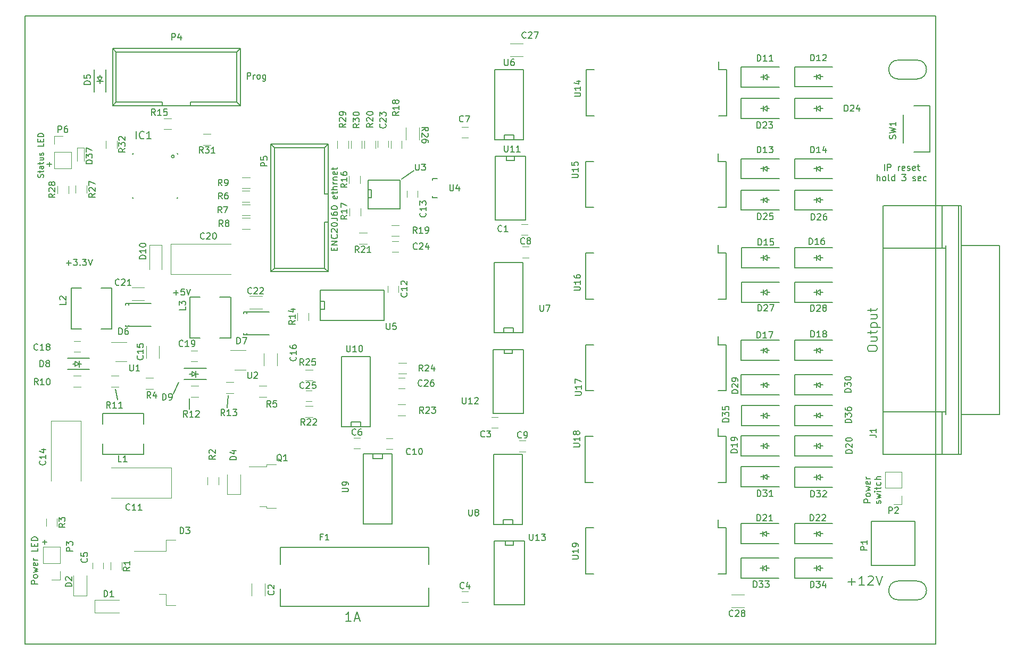
<source format=gbr>
G04 #@! TF.GenerationSoftware,KiCad,Pcbnew,(5.1.2)-1*
G04 #@! TF.CreationDate,2020-05-19T21:26:11+03:00*
G04 #@! TF.ProjectId,switch_controller,73776974-6368-45f6-936f-6e74726f6c6c,rev?*
G04 #@! TF.SameCoordinates,Original*
G04 #@! TF.FileFunction,Legend,Top*
G04 #@! TF.FilePolarity,Positive*
%FSLAX46Y46*%
G04 Gerber Fmt 4.6, Leading zero omitted, Abs format (unit mm)*
G04 Created by KiCad (PCBNEW (5.1.2)-1) date 2020-05-19 21:26:11*
%MOMM*%
%LPD*%
G04 APERTURE LIST*
%ADD10C,0.160000*%
%ADD11C,0.150000*%
%ADD12C,0.200000*%
%ADD13C,0.120000*%
G04 APERTURE END LIST*
D10*
X67832142Y-133789285D02*
X68517857Y-133789285D01*
X68175000Y-134132142D02*
X68175000Y-133446428D01*
X97225000Y-112350000D02*
X97375000Y-110425000D01*
X91200000Y-112600000D02*
X91225000Y-110950000D01*
X79725000Y-111125000D02*
X79450000Y-109375000D01*
X68532142Y-73614285D02*
X69217857Y-73614285D01*
X68875000Y-73957142D02*
X68875000Y-73271428D01*
X67914285Y-75689285D02*
X67957142Y-75560714D01*
X67957142Y-75346428D01*
X67914285Y-75260714D01*
X67871428Y-75217857D01*
X67785714Y-75175000D01*
X67700000Y-75175000D01*
X67614285Y-75217857D01*
X67571428Y-75260714D01*
X67528571Y-75346428D01*
X67485714Y-75517857D01*
X67442857Y-75603571D01*
X67400000Y-75646428D01*
X67314285Y-75689285D01*
X67228571Y-75689285D01*
X67142857Y-75646428D01*
X67100000Y-75603571D01*
X67057142Y-75517857D01*
X67057142Y-75303571D01*
X67100000Y-75175000D01*
X67357142Y-74917857D02*
X67357142Y-74575000D01*
X67057142Y-74789285D02*
X67828571Y-74789285D01*
X67914285Y-74746428D01*
X67957142Y-74660714D01*
X67957142Y-74575000D01*
X67957142Y-73889285D02*
X67485714Y-73889285D01*
X67400000Y-73932142D01*
X67357142Y-74017857D01*
X67357142Y-74189285D01*
X67400000Y-74275000D01*
X67914285Y-73889285D02*
X67957142Y-73975000D01*
X67957142Y-74189285D01*
X67914285Y-74275000D01*
X67828571Y-74317857D01*
X67742857Y-74317857D01*
X67657142Y-74275000D01*
X67614285Y-74189285D01*
X67614285Y-73975000D01*
X67571428Y-73889285D01*
X67357142Y-73589285D02*
X67357142Y-73246428D01*
X67057142Y-73460714D02*
X67828571Y-73460714D01*
X67914285Y-73417857D01*
X67957142Y-73332142D01*
X67957142Y-73246428D01*
X67357142Y-72560714D02*
X67957142Y-72560714D01*
X67357142Y-72946428D02*
X67828571Y-72946428D01*
X67914285Y-72903571D01*
X67957142Y-72817857D01*
X67957142Y-72689285D01*
X67914285Y-72603571D01*
X67871428Y-72560714D01*
X67914285Y-72175000D02*
X67957142Y-72089285D01*
X67957142Y-71917857D01*
X67914285Y-71832142D01*
X67828571Y-71789285D01*
X67785714Y-71789285D01*
X67700000Y-71832142D01*
X67657142Y-71917857D01*
X67657142Y-72046428D01*
X67614285Y-72132142D01*
X67528571Y-72175000D01*
X67485714Y-72175000D01*
X67400000Y-72132142D01*
X67357142Y-72046428D01*
X67357142Y-71917857D01*
X67400000Y-71832142D01*
X67957142Y-70289285D02*
X67957142Y-70717857D01*
X67057142Y-70717857D01*
X67485714Y-69989285D02*
X67485714Y-69689285D01*
X67957142Y-69560714D02*
X67957142Y-69989285D01*
X67057142Y-69989285D01*
X67057142Y-69560714D01*
X67957142Y-69175000D02*
X67057142Y-69175000D01*
X67057142Y-68960714D01*
X67100000Y-68832142D01*
X67185714Y-68746428D01*
X67271428Y-68703571D01*
X67442857Y-68660714D01*
X67571428Y-68660714D01*
X67742857Y-68703571D01*
X67828571Y-68746428D01*
X67914285Y-68832142D01*
X67957142Y-68960714D01*
X67957142Y-69175000D01*
D11*
X125000000Y-75950000D02*
X126900000Y-74625000D01*
X88674285Y-94061428D02*
X89436190Y-94061428D01*
X89055238Y-94442380D02*
X89055238Y-93680476D01*
X90388571Y-93442380D02*
X89912380Y-93442380D01*
X89864761Y-93918571D01*
X89912380Y-93870952D01*
X90007619Y-93823333D01*
X90245714Y-93823333D01*
X90340952Y-93870952D01*
X90388571Y-93918571D01*
X90436190Y-94013809D01*
X90436190Y-94251904D01*
X90388571Y-94347142D01*
X90340952Y-94394761D01*
X90245714Y-94442380D01*
X90007619Y-94442380D01*
X89912380Y-94394761D01*
X89864761Y-94347142D01*
X90721904Y-93442380D02*
X91055238Y-94442380D01*
X91388571Y-93442380D01*
X71600000Y-89321428D02*
X72361904Y-89321428D01*
X71980952Y-89702380D02*
X71980952Y-88940476D01*
X72742857Y-88702380D02*
X73361904Y-88702380D01*
X73028571Y-89083333D01*
X73171428Y-89083333D01*
X73266666Y-89130952D01*
X73314285Y-89178571D01*
X73361904Y-89273809D01*
X73361904Y-89511904D01*
X73314285Y-89607142D01*
X73266666Y-89654761D01*
X73171428Y-89702380D01*
X72885714Y-89702380D01*
X72790476Y-89654761D01*
X72742857Y-89607142D01*
X73790476Y-89607142D02*
X73838095Y-89654761D01*
X73790476Y-89702380D01*
X73742857Y-89654761D01*
X73790476Y-89607142D01*
X73790476Y-89702380D01*
X74171428Y-88702380D02*
X74790476Y-88702380D01*
X74457142Y-89083333D01*
X74600000Y-89083333D01*
X74695238Y-89130952D01*
X74742857Y-89178571D01*
X74790476Y-89273809D01*
X74790476Y-89511904D01*
X74742857Y-89607142D01*
X74695238Y-89654761D01*
X74600000Y-89702380D01*
X74314285Y-89702380D01*
X74219047Y-89654761D01*
X74171428Y-89607142D01*
X75076190Y-88702380D02*
X75409523Y-89702380D01*
X75742857Y-88702380D01*
X100373809Y-60002380D02*
X100373809Y-59002380D01*
X100754761Y-59002380D01*
X100850000Y-59050000D01*
X100897619Y-59097619D01*
X100945238Y-59192857D01*
X100945238Y-59335714D01*
X100897619Y-59430952D01*
X100850000Y-59478571D01*
X100754761Y-59526190D01*
X100373809Y-59526190D01*
X101373809Y-60002380D02*
X101373809Y-59335714D01*
X101373809Y-59526190D02*
X101421428Y-59430952D01*
X101469047Y-59383333D01*
X101564285Y-59335714D01*
X101659523Y-59335714D01*
X102135714Y-60002380D02*
X102040476Y-59954761D01*
X101992857Y-59907142D01*
X101945238Y-59811904D01*
X101945238Y-59526190D01*
X101992857Y-59430952D01*
X102040476Y-59383333D01*
X102135714Y-59335714D01*
X102278571Y-59335714D01*
X102373809Y-59383333D01*
X102421428Y-59430952D01*
X102469047Y-59526190D01*
X102469047Y-59811904D01*
X102421428Y-59907142D01*
X102373809Y-59954761D01*
X102278571Y-60002380D01*
X102135714Y-60002380D01*
X103326190Y-59335714D02*
X103326190Y-60145238D01*
X103278571Y-60240476D01*
X103230952Y-60288095D01*
X103135714Y-60335714D01*
X102992857Y-60335714D01*
X102897619Y-60288095D01*
X103326190Y-59954761D02*
X103230952Y-60002380D01*
X103040476Y-60002380D01*
X102945238Y-59954761D01*
X102897619Y-59907142D01*
X102850000Y-59811904D01*
X102850000Y-59526190D01*
X102897619Y-59430952D01*
X102945238Y-59383333D01*
X103040476Y-59335714D01*
X103230952Y-59335714D01*
X103326190Y-59383333D01*
X114228571Y-87322619D02*
X114228571Y-86989285D01*
X114752380Y-86846428D02*
X114752380Y-87322619D01*
X113752380Y-87322619D01*
X113752380Y-86846428D01*
X114752380Y-86417857D02*
X113752380Y-86417857D01*
X114752380Y-85846428D01*
X113752380Y-85846428D01*
X114657142Y-84798809D02*
X114704761Y-84846428D01*
X114752380Y-84989285D01*
X114752380Y-85084523D01*
X114704761Y-85227380D01*
X114609523Y-85322619D01*
X114514285Y-85370238D01*
X114323809Y-85417857D01*
X114180952Y-85417857D01*
X113990476Y-85370238D01*
X113895238Y-85322619D01*
X113800000Y-85227380D01*
X113752380Y-85084523D01*
X113752380Y-84989285D01*
X113800000Y-84846428D01*
X113847619Y-84798809D01*
X113847619Y-84417857D02*
X113800000Y-84370238D01*
X113752380Y-84275000D01*
X113752380Y-84036904D01*
X113800000Y-83941666D01*
X113847619Y-83894047D01*
X113942857Y-83846428D01*
X114038095Y-83846428D01*
X114180952Y-83894047D01*
X114752380Y-84465476D01*
X114752380Y-83846428D01*
X113752380Y-83227380D02*
X113752380Y-83132142D01*
X113800000Y-83036904D01*
X113847619Y-82989285D01*
X113942857Y-82941666D01*
X114133333Y-82894047D01*
X114371428Y-82894047D01*
X114561904Y-82941666D01*
X114657142Y-82989285D01*
X114704761Y-83036904D01*
X114752380Y-83132142D01*
X114752380Y-83227380D01*
X114704761Y-83322619D01*
X114657142Y-83370238D01*
X114561904Y-83417857D01*
X114371428Y-83465476D01*
X114133333Y-83465476D01*
X113942857Y-83417857D01*
X113847619Y-83370238D01*
X113800000Y-83322619D01*
X113752380Y-83227380D01*
X113752380Y-82179761D02*
X114466666Y-82179761D01*
X114609523Y-82227380D01*
X114704761Y-82322619D01*
X114752380Y-82465476D01*
X114752380Y-82560714D01*
X113752380Y-81275000D02*
X113752380Y-81465476D01*
X113800000Y-81560714D01*
X113847619Y-81608333D01*
X113990476Y-81703571D01*
X114180952Y-81751190D01*
X114561904Y-81751190D01*
X114657142Y-81703571D01*
X114704761Y-81655952D01*
X114752380Y-81560714D01*
X114752380Y-81370238D01*
X114704761Y-81275000D01*
X114657142Y-81227380D01*
X114561904Y-81179761D01*
X114323809Y-81179761D01*
X114228571Y-81227380D01*
X114180952Y-81275000D01*
X114133333Y-81370238D01*
X114133333Y-81560714D01*
X114180952Y-81655952D01*
X114228571Y-81703571D01*
X114323809Y-81751190D01*
X113752380Y-80560714D02*
X113752380Y-80465476D01*
X113800000Y-80370238D01*
X113847619Y-80322619D01*
X113942857Y-80275000D01*
X114133333Y-80227380D01*
X114371428Y-80227380D01*
X114561904Y-80275000D01*
X114657142Y-80322619D01*
X114704761Y-80370238D01*
X114752380Y-80465476D01*
X114752380Y-80560714D01*
X114704761Y-80655952D01*
X114657142Y-80703571D01*
X114561904Y-80751190D01*
X114371428Y-80798809D01*
X114133333Y-80798809D01*
X113942857Y-80751190D01*
X113847619Y-80703571D01*
X113800000Y-80655952D01*
X113752380Y-80560714D01*
X114704761Y-78655952D02*
X114752380Y-78751190D01*
X114752380Y-78941666D01*
X114704761Y-79036904D01*
X114609523Y-79084523D01*
X114228571Y-79084523D01*
X114133333Y-79036904D01*
X114085714Y-78941666D01*
X114085714Y-78751190D01*
X114133333Y-78655952D01*
X114228571Y-78608333D01*
X114323809Y-78608333D01*
X114419047Y-79084523D01*
X114085714Y-78322619D02*
X114085714Y-77941666D01*
X113752380Y-78179761D02*
X114609523Y-78179761D01*
X114704761Y-78132142D01*
X114752380Y-78036904D01*
X114752380Y-77941666D01*
X114752380Y-77608333D02*
X113752380Y-77608333D01*
X114752380Y-77179761D02*
X114228571Y-77179761D01*
X114133333Y-77227380D01*
X114085714Y-77322619D01*
X114085714Y-77465476D01*
X114133333Y-77560714D01*
X114180952Y-77608333D01*
X114752380Y-76703571D02*
X114085714Y-76703571D01*
X114276190Y-76703571D02*
X114180952Y-76655952D01*
X114133333Y-76608333D01*
X114085714Y-76513095D01*
X114085714Y-76417857D01*
X114085714Y-76084523D02*
X114752380Y-76084523D01*
X114180952Y-76084523D02*
X114133333Y-76036904D01*
X114085714Y-75941666D01*
X114085714Y-75798809D01*
X114133333Y-75703571D01*
X114228571Y-75655952D01*
X114752380Y-75655952D01*
X114704761Y-74798809D02*
X114752380Y-74894047D01*
X114752380Y-75084523D01*
X114704761Y-75179761D01*
X114609523Y-75227380D01*
X114228571Y-75227380D01*
X114133333Y-75179761D01*
X114085714Y-75084523D01*
X114085714Y-74894047D01*
X114133333Y-74798809D01*
X114228571Y-74751190D01*
X114323809Y-74751190D01*
X114419047Y-75227380D01*
X114085714Y-74465476D02*
X114085714Y-74084523D01*
X113752380Y-74322619D02*
X114609523Y-74322619D01*
X114704761Y-74275000D01*
X114752380Y-74179761D01*
X114752380Y-74084523D01*
X116960714Y-146403571D02*
X116103571Y-146403571D01*
X116532142Y-146403571D02*
X116532142Y-144903571D01*
X116389285Y-145117857D01*
X116246428Y-145260714D01*
X116103571Y-145332142D01*
X117532142Y-145975000D02*
X118246428Y-145975000D01*
X117389285Y-146403571D02*
X117889285Y-144903571D01*
X118389285Y-146403571D01*
X199577380Y-127476190D02*
X198577380Y-127476190D01*
X198577380Y-127095238D01*
X198625000Y-127000000D01*
X198672619Y-126952380D01*
X198767857Y-126904761D01*
X198910714Y-126904761D01*
X199005952Y-126952380D01*
X199053571Y-127000000D01*
X199101190Y-127095238D01*
X199101190Y-127476190D01*
X199577380Y-126333333D02*
X199529761Y-126428571D01*
X199482142Y-126476190D01*
X199386904Y-126523809D01*
X199101190Y-126523809D01*
X199005952Y-126476190D01*
X198958333Y-126428571D01*
X198910714Y-126333333D01*
X198910714Y-126190476D01*
X198958333Y-126095238D01*
X199005952Y-126047619D01*
X199101190Y-126000000D01*
X199386904Y-126000000D01*
X199482142Y-126047619D01*
X199529761Y-126095238D01*
X199577380Y-126190476D01*
X199577380Y-126333333D01*
X198910714Y-125666666D02*
X199577380Y-125476190D01*
X199101190Y-125285714D01*
X199577380Y-125095238D01*
X198910714Y-124904761D01*
X199529761Y-124142857D02*
X199577380Y-124238095D01*
X199577380Y-124428571D01*
X199529761Y-124523809D01*
X199434523Y-124571428D01*
X199053571Y-124571428D01*
X198958333Y-124523809D01*
X198910714Y-124428571D01*
X198910714Y-124238095D01*
X198958333Y-124142857D01*
X199053571Y-124095238D01*
X199148809Y-124095238D01*
X199244047Y-124571428D01*
X199577380Y-123666666D02*
X198910714Y-123666666D01*
X199101190Y-123666666D02*
X199005952Y-123619047D01*
X198958333Y-123571428D01*
X198910714Y-123476190D01*
X198910714Y-123380952D01*
X201179761Y-127642857D02*
X201227380Y-127547619D01*
X201227380Y-127357142D01*
X201179761Y-127261904D01*
X201084523Y-127214285D01*
X201036904Y-127214285D01*
X200941666Y-127261904D01*
X200894047Y-127357142D01*
X200894047Y-127500000D01*
X200846428Y-127595238D01*
X200751190Y-127642857D01*
X200703571Y-127642857D01*
X200608333Y-127595238D01*
X200560714Y-127500000D01*
X200560714Y-127357142D01*
X200608333Y-127261904D01*
X200560714Y-126880952D02*
X201227380Y-126690476D01*
X200751190Y-126500000D01*
X201227380Y-126309523D01*
X200560714Y-126119047D01*
X201227380Y-125738095D02*
X200560714Y-125738095D01*
X200227380Y-125738095D02*
X200275000Y-125785714D01*
X200322619Y-125738095D01*
X200275000Y-125690476D01*
X200227380Y-125738095D01*
X200322619Y-125738095D01*
X200560714Y-125404761D02*
X200560714Y-125023809D01*
X200227380Y-125261904D02*
X201084523Y-125261904D01*
X201179761Y-125214285D01*
X201227380Y-125119047D01*
X201227380Y-125023809D01*
X201179761Y-124261904D02*
X201227380Y-124357142D01*
X201227380Y-124547619D01*
X201179761Y-124642857D01*
X201132142Y-124690476D01*
X201036904Y-124738095D01*
X200751190Y-124738095D01*
X200655952Y-124690476D01*
X200608333Y-124642857D01*
X200560714Y-124547619D01*
X200560714Y-124357142D01*
X200608333Y-124261904D01*
X201227380Y-123833333D02*
X200227380Y-123833333D01*
X201227380Y-123404761D02*
X200703571Y-123404761D01*
X200608333Y-123452380D01*
X200560714Y-123547619D01*
X200560714Y-123690476D01*
X200608333Y-123785714D01*
X200655952Y-123833333D01*
X196007142Y-140107142D02*
X197150000Y-140107142D01*
X196578571Y-140678571D02*
X196578571Y-139535714D01*
X198650000Y-140678571D02*
X197792857Y-140678571D01*
X198221428Y-140678571D02*
X198221428Y-139178571D01*
X198078571Y-139392857D01*
X197935714Y-139535714D01*
X197792857Y-139607142D01*
X199221428Y-139321428D02*
X199292857Y-139250000D01*
X199435714Y-139178571D01*
X199792857Y-139178571D01*
X199935714Y-139250000D01*
X200007142Y-139321428D01*
X200078571Y-139464285D01*
X200078571Y-139607142D01*
X200007142Y-139821428D01*
X199150000Y-140678571D01*
X200078571Y-140678571D01*
X200507142Y-139178571D02*
X201007142Y-140678571D01*
X201507142Y-139178571D01*
D10*
X199128571Y-103060714D02*
X199128571Y-102775000D01*
X199200000Y-102632142D01*
X199342857Y-102489285D01*
X199628571Y-102417857D01*
X200128571Y-102417857D01*
X200414285Y-102489285D01*
X200557142Y-102632142D01*
X200628571Y-102775000D01*
X200628571Y-103060714D01*
X200557142Y-103203571D01*
X200414285Y-103346428D01*
X200128571Y-103417857D01*
X199628571Y-103417857D01*
X199342857Y-103346428D01*
X199200000Y-103203571D01*
X199128571Y-103060714D01*
X199628571Y-101132142D02*
X200628571Y-101132142D01*
X199628571Y-101775000D02*
X200414285Y-101775000D01*
X200557142Y-101703571D01*
X200628571Y-101560714D01*
X200628571Y-101346428D01*
X200557142Y-101203571D01*
X200485714Y-101132142D01*
X199628571Y-100632142D02*
X199628571Y-100060714D01*
X199128571Y-100417857D02*
X200414285Y-100417857D01*
X200557142Y-100346428D01*
X200628571Y-100203571D01*
X200628571Y-100060714D01*
X199628571Y-99560714D02*
X201128571Y-99560714D01*
X199700000Y-99560714D02*
X199628571Y-99417857D01*
X199628571Y-99132142D01*
X199700000Y-98989285D01*
X199771428Y-98917857D01*
X199914285Y-98846428D01*
X200342857Y-98846428D01*
X200485714Y-98917857D01*
X200557142Y-98989285D01*
X200628571Y-99132142D01*
X200628571Y-99417857D01*
X200557142Y-99560714D01*
X199628571Y-97560714D02*
X200628571Y-97560714D01*
X199628571Y-98203571D02*
X200414285Y-98203571D01*
X200557142Y-98132142D01*
X200628571Y-97989285D01*
X200628571Y-97775000D01*
X200557142Y-97632142D01*
X200485714Y-97560714D01*
X199628571Y-97060714D02*
X199628571Y-96489285D01*
X199128571Y-96846428D02*
X200414285Y-96846428D01*
X200557142Y-96775000D01*
X200628571Y-96632142D01*
X200628571Y-96489285D01*
D11*
X201811904Y-74577380D02*
X201811904Y-73577380D01*
X202288095Y-74577380D02*
X202288095Y-73577380D01*
X202669047Y-73577380D01*
X202764285Y-73625000D01*
X202811904Y-73672619D01*
X202859523Y-73767857D01*
X202859523Y-73910714D01*
X202811904Y-74005952D01*
X202764285Y-74053571D01*
X202669047Y-74101190D01*
X202288095Y-74101190D01*
X204050000Y-74577380D02*
X204050000Y-73910714D01*
X204050000Y-74101190D02*
X204097619Y-74005952D01*
X204145238Y-73958333D01*
X204240476Y-73910714D01*
X204335714Y-73910714D01*
X205050000Y-74529761D02*
X204954761Y-74577380D01*
X204764285Y-74577380D01*
X204669047Y-74529761D01*
X204621428Y-74434523D01*
X204621428Y-74053571D01*
X204669047Y-73958333D01*
X204764285Y-73910714D01*
X204954761Y-73910714D01*
X205050000Y-73958333D01*
X205097619Y-74053571D01*
X205097619Y-74148809D01*
X204621428Y-74244047D01*
X205478571Y-74529761D02*
X205573809Y-74577380D01*
X205764285Y-74577380D01*
X205859523Y-74529761D01*
X205907142Y-74434523D01*
X205907142Y-74386904D01*
X205859523Y-74291666D01*
X205764285Y-74244047D01*
X205621428Y-74244047D01*
X205526190Y-74196428D01*
X205478571Y-74101190D01*
X205478571Y-74053571D01*
X205526190Y-73958333D01*
X205621428Y-73910714D01*
X205764285Y-73910714D01*
X205859523Y-73958333D01*
X206716666Y-74529761D02*
X206621428Y-74577380D01*
X206430952Y-74577380D01*
X206335714Y-74529761D01*
X206288095Y-74434523D01*
X206288095Y-74053571D01*
X206335714Y-73958333D01*
X206430952Y-73910714D01*
X206621428Y-73910714D01*
X206716666Y-73958333D01*
X206764285Y-74053571D01*
X206764285Y-74148809D01*
X206288095Y-74244047D01*
X207050000Y-73910714D02*
X207430952Y-73910714D01*
X207192857Y-73577380D02*
X207192857Y-74434523D01*
X207240476Y-74529761D01*
X207335714Y-74577380D01*
X207430952Y-74577380D01*
X200669047Y-76227380D02*
X200669047Y-75227380D01*
X201097619Y-76227380D02*
X201097619Y-75703571D01*
X201050000Y-75608333D01*
X200954761Y-75560714D01*
X200811904Y-75560714D01*
X200716666Y-75608333D01*
X200669047Y-75655952D01*
X201716666Y-76227380D02*
X201621428Y-76179761D01*
X201573809Y-76132142D01*
X201526190Y-76036904D01*
X201526190Y-75751190D01*
X201573809Y-75655952D01*
X201621428Y-75608333D01*
X201716666Y-75560714D01*
X201859523Y-75560714D01*
X201954761Y-75608333D01*
X202002380Y-75655952D01*
X202050000Y-75751190D01*
X202050000Y-76036904D01*
X202002380Y-76132142D01*
X201954761Y-76179761D01*
X201859523Y-76227380D01*
X201716666Y-76227380D01*
X202621428Y-76227380D02*
X202526190Y-76179761D01*
X202478571Y-76084523D01*
X202478571Y-75227380D01*
X203430952Y-76227380D02*
X203430952Y-75227380D01*
X203430952Y-76179761D02*
X203335714Y-76227380D01*
X203145238Y-76227380D01*
X203050000Y-76179761D01*
X203002380Y-76132142D01*
X202954761Y-76036904D01*
X202954761Y-75751190D01*
X203002380Y-75655952D01*
X203050000Y-75608333D01*
X203145238Y-75560714D01*
X203335714Y-75560714D01*
X203430952Y-75608333D01*
X204573809Y-75227380D02*
X205192857Y-75227380D01*
X204859523Y-75608333D01*
X205002380Y-75608333D01*
X205097619Y-75655952D01*
X205145238Y-75703571D01*
X205192857Y-75798809D01*
X205192857Y-76036904D01*
X205145238Y-76132142D01*
X205097619Y-76179761D01*
X205002380Y-76227380D01*
X204716666Y-76227380D01*
X204621428Y-76179761D01*
X204573809Y-76132142D01*
X206335714Y-76179761D02*
X206430952Y-76227380D01*
X206621428Y-76227380D01*
X206716666Y-76179761D01*
X206764285Y-76084523D01*
X206764285Y-76036904D01*
X206716666Y-75941666D01*
X206621428Y-75894047D01*
X206478571Y-75894047D01*
X206383333Y-75846428D01*
X206335714Y-75751190D01*
X206335714Y-75703571D01*
X206383333Y-75608333D01*
X206478571Y-75560714D01*
X206621428Y-75560714D01*
X206716666Y-75608333D01*
X207573809Y-76179761D02*
X207478571Y-76227380D01*
X207288095Y-76227380D01*
X207192857Y-76179761D01*
X207145238Y-76084523D01*
X207145238Y-75703571D01*
X207192857Y-75608333D01*
X207288095Y-75560714D01*
X207478571Y-75560714D01*
X207573809Y-75608333D01*
X207621428Y-75703571D01*
X207621428Y-75798809D01*
X207145238Y-75894047D01*
X208478571Y-76179761D02*
X208383333Y-76227380D01*
X208192857Y-76227380D01*
X208097619Y-76179761D01*
X208050000Y-76132142D01*
X208002380Y-76036904D01*
X208002380Y-75751190D01*
X208050000Y-75655952D01*
X208097619Y-75608333D01*
X208192857Y-75560714D01*
X208383333Y-75560714D01*
X208478571Y-75608333D01*
D12*
X67032380Y-140454285D02*
X66032380Y-140454285D01*
X66032380Y-140073333D01*
X66080000Y-139978095D01*
X66127619Y-139930476D01*
X66222857Y-139882857D01*
X66365714Y-139882857D01*
X66460952Y-139930476D01*
X66508571Y-139978095D01*
X66556190Y-140073333D01*
X66556190Y-140454285D01*
X67032380Y-139311428D02*
X66984761Y-139406666D01*
X66937142Y-139454285D01*
X66841904Y-139501904D01*
X66556190Y-139501904D01*
X66460952Y-139454285D01*
X66413333Y-139406666D01*
X66365714Y-139311428D01*
X66365714Y-139168571D01*
X66413333Y-139073333D01*
X66460952Y-139025714D01*
X66556190Y-138978095D01*
X66841904Y-138978095D01*
X66937142Y-139025714D01*
X66984761Y-139073333D01*
X67032380Y-139168571D01*
X67032380Y-139311428D01*
X66365714Y-138644761D02*
X67032380Y-138454285D01*
X66556190Y-138263809D01*
X67032380Y-138073333D01*
X66365714Y-137882857D01*
X66984761Y-137120952D02*
X67032380Y-137216190D01*
X67032380Y-137406666D01*
X66984761Y-137501904D01*
X66889523Y-137549523D01*
X66508571Y-137549523D01*
X66413333Y-137501904D01*
X66365714Y-137406666D01*
X66365714Y-137216190D01*
X66413333Y-137120952D01*
X66508571Y-137073333D01*
X66603809Y-137073333D01*
X66699047Y-137549523D01*
X67032380Y-136644761D02*
X66365714Y-136644761D01*
X66556190Y-136644761D02*
X66460952Y-136597142D01*
X66413333Y-136549523D01*
X66365714Y-136454285D01*
X66365714Y-136359047D01*
X67032380Y-134787619D02*
X67032380Y-135263809D01*
X66032380Y-135263809D01*
X66508571Y-134454285D02*
X66508571Y-134120952D01*
X67032380Y-133978095D02*
X67032380Y-134454285D01*
X66032380Y-134454285D01*
X66032380Y-133978095D01*
X67032380Y-133549523D02*
X66032380Y-133549523D01*
X66032380Y-133311428D01*
X66080000Y-133168571D01*
X66175238Y-133073333D01*
X66270476Y-133025714D01*
X66460952Y-132978095D01*
X66603809Y-132978095D01*
X66794285Y-133025714D01*
X66889523Y-133073333D01*
X66984761Y-133168571D01*
X67032380Y-133311428D01*
X67032380Y-133549523D01*
D11*
X88650000Y-110150000D02*
X89450000Y-108300000D01*
X204000000Y-140000000D02*
X207000000Y-140000000D01*
X204000000Y-143000000D02*
G75*
G02X204000000Y-140000000I0J1500000D01*
G01*
X204000000Y-143000000D02*
X207000000Y-143000000D01*
X207000000Y-140000000D02*
G75*
G02X207000000Y-143000000I0J-1500000D01*
G01*
X204000000Y-60000000D02*
X207000000Y-60000000D01*
X204000000Y-57000000D02*
X207000000Y-57000000D01*
X204000000Y-60000000D02*
G75*
G02X204000000Y-57000000I0J1500000D01*
G01*
X207000000Y-57000000D02*
G75*
G02X207000000Y-60000000I0J-1500000D01*
G01*
X65000000Y-150000000D02*
X65000000Y-50000000D01*
X210000000Y-150000000D02*
X65000000Y-150000000D01*
X210000000Y-50000000D02*
X210000000Y-150000000D01*
X65000000Y-50000000D02*
X210000000Y-50000000D01*
X213630000Y-119812000D02*
X213630000Y-80188000D01*
X214000000Y-119812000D02*
X214000000Y-80188000D01*
X211600000Y-113462000D02*
X211600000Y-86538000D01*
X220100000Y-86538000D02*
X220100000Y-113462000D01*
X214000000Y-113462000D02*
X220100000Y-113462000D01*
X210950000Y-113000000D02*
X210950000Y-119812000D01*
X201660000Y-113000000D02*
X211600000Y-113000000D01*
X201600000Y-119812000D02*
X201600000Y-80200000D01*
X201660000Y-119812000D02*
X214000000Y-119812000D01*
X211600000Y-87000000D02*
X201660000Y-87000000D01*
X201660000Y-80188000D02*
X214000000Y-80188000D01*
X210950000Y-80188000D02*
X210950000Y-87000000D01*
X220100000Y-86538000D02*
X214000000Y-86538000D01*
X104180000Y-90705000D02*
X104180000Y-70385000D01*
X104730000Y-90165000D02*
X104730000Y-70945000D01*
X113280000Y-90705000D02*
X113280000Y-70385000D01*
X112730000Y-90165000D02*
X112730000Y-82795000D01*
X112730000Y-78295000D02*
X112730000Y-70945000D01*
X112730000Y-82795000D02*
X113280000Y-82795000D01*
X112730000Y-78295000D02*
X113280000Y-78295000D01*
X104180000Y-90705000D02*
X113280000Y-90705000D01*
X104730000Y-90165000D02*
X112730000Y-90165000D01*
X104180000Y-70385000D02*
X113280000Y-70385000D01*
X104730000Y-70945000D02*
X112730000Y-70945000D01*
X104180000Y-90705000D02*
X104730000Y-90165000D01*
X104180000Y-70385000D02*
X104730000Y-70945000D01*
X113280000Y-90705000D02*
X112730000Y-90165000D01*
X113280000Y-70385000D02*
X112730000Y-70945000D01*
D13*
X93400000Y-68770000D02*
X94600000Y-68770000D01*
X94600000Y-70530000D02*
X93400000Y-70530000D01*
X77920000Y-71025000D02*
X77920000Y-69825000D01*
X79680000Y-69825000D02*
X79680000Y-71025000D01*
X116620000Y-76650000D02*
X116620000Y-75450000D01*
X118380000Y-75450000D02*
X118380000Y-76650000D01*
X118405000Y-80625000D02*
X118405000Y-81825000D01*
X116645000Y-81825000D02*
X116645000Y-80625000D01*
X125005000Y-69825000D02*
X125005000Y-71025000D01*
X123245000Y-71025000D02*
X123245000Y-69825000D01*
X122875000Y-70900000D02*
X122875000Y-69900000D01*
X121175000Y-69900000D02*
X121175000Y-70900000D01*
X114720000Y-71025000D02*
X114720000Y-69825000D01*
X116480000Y-69825000D02*
X116480000Y-71025000D01*
X116895000Y-71050000D02*
X116895000Y-69850000D01*
X118655000Y-69850000D02*
X118655000Y-71050000D01*
X71930000Y-77050000D02*
X71930000Y-78250000D01*
X70170000Y-78250000D02*
X70170000Y-77050000D01*
X74805000Y-76975000D02*
X74805000Y-78175000D01*
X73045000Y-78175000D02*
X73045000Y-76975000D01*
X69720000Y-74270000D02*
X72380000Y-74270000D01*
X69720000Y-71670000D02*
X69720000Y-74270000D01*
X72380000Y-71670000D02*
X72380000Y-74270000D01*
X69720000Y-71670000D02*
X72380000Y-71670000D01*
X69720000Y-70400000D02*
X69720000Y-69070000D01*
X69720000Y-69070000D02*
X71050000Y-69070000D01*
X74445000Y-70975000D02*
X73305000Y-70975000D01*
X73305000Y-70975000D02*
X73305000Y-73075000D01*
X74445000Y-70975000D02*
X74445000Y-73075000D01*
D11*
X187500000Y-136350000D02*
X187500000Y-139550000D01*
D10*
X191000000Y-137950000D02*
X190600000Y-137950000D01*
X191600000Y-137950000D02*
X192000000Y-137950000D01*
X191600000Y-138350000D02*
X191000000Y-137950000D01*
X191600000Y-137550000D02*
X191600000Y-138350000D01*
X191000000Y-137950000D02*
X191600000Y-137550000D01*
X191000000Y-137550000D02*
X191000000Y-138350000D01*
D11*
X187500000Y-136350000D02*
X193550000Y-136350000D01*
X193550000Y-139550000D02*
X187500000Y-139550000D01*
X187500000Y-107150000D02*
X187500000Y-110350000D01*
D10*
X191000000Y-108750000D02*
X190600000Y-108750000D01*
X191600000Y-108750000D02*
X192000000Y-108750000D01*
X191600000Y-109150000D02*
X191000000Y-108750000D01*
X191600000Y-108350000D02*
X191600000Y-109150000D01*
X191000000Y-108750000D02*
X191600000Y-108350000D01*
X191000000Y-108350000D02*
X191000000Y-109150000D01*
D11*
X187500000Y-107150000D02*
X193550000Y-107150000D01*
X193550000Y-110350000D02*
X187500000Y-110350000D01*
X179050000Y-92400000D02*
X179050000Y-95600000D01*
D10*
X182550000Y-94000000D02*
X182150000Y-94000000D01*
X183150000Y-94000000D02*
X183550000Y-94000000D01*
X183150000Y-94400000D02*
X182550000Y-94000000D01*
X183150000Y-93600000D02*
X183150000Y-94400000D01*
X182550000Y-94000000D02*
X183150000Y-93600000D01*
X182550000Y-93600000D02*
X182550000Y-94400000D01*
D11*
X179050000Y-92400000D02*
X185100000Y-92400000D01*
X185100000Y-95600000D02*
X179050000Y-95600000D01*
X179000000Y-58100000D02*
X179000000Y-61300000D01*
D10*
X182500000Y-59700000D02*
X182100000Y-59700000D01*
X183100000Y-59700000D02*
X183500000Y-59700000D01*
X183100000Y-60100000D02*
X182500000Y-59700000D01*
X183100000Y-59300000D02*
X183100000Y-60100000D01*
X182500000Y-59700000D02*
X183100000Y-59300000D01*
X182500000Y-59300000D02*
X182500000Y-60100000D01*
D11*
X179000000Y-58100000D02*
X185050000Y-58100000D01*
X185050000Y-61300000D02*
X179000000Y-61300000D01*
X187500000Y-58050000D02*
X187500000Y-61250000D01*
D10*
X191000000Y-59650000D02*
X190600000Y-59650000D01*
X191600000Y-59650000D02*
X192000000Y-59650000D01*
X191600000Y-60050000D02*
X191000000Y-59650000D01*
X191600000Y-59250000D02*
X191600000Y-60050000D01*
X191000000Y-59650000D02*
X191600000Y-59250000D01*
X191000000Y-59250000D02*
X191000000Y-60050000D01*
D11*
X187500000Y-58050000D02*
X193550000Y-58050000D01*
X193550000Y-61250000D02*
X187500000Y-61250000D01*
X179000000Y-72700000D02*
X179000000Y-75900000D01*
D10*
X182500000Y-74300000D02*
X182100000Y-74300000D01*
X183100000Y-74300000D02*
X183500000Y-74300000D01*
X183100000Y-74700000D02*
X182500000Y-74300000D01*
X183100000Y-73900000D02*
X183100000Y-74700000D01*
X182500000Y-74300000D02*
X183100000Y-73900000D01*
X182500000Y-73900000D02*
X182500000Y-74700000D01*
D11*
X179000000Y-72700000D02*
X185050000Y-72700000D01*
X185050000Y-75900000D02*
X179000000Y-75900000D01*
X187500000Y-72700000D02*
X187500000Y-75900000D01*
D10*
X191000000Y-74300000D02*
X190600000Y-74300000D01*
X191600000Y-74300000D02*
X192000000Y-74300000D01*
X191600000Y-74700000D02*
X191000000Y-74300000D01*
X191600000Y-73900000D02*
X191600000Y-74700000D01*
X191000000Y-74300000D02*
X191600000Y-73900000D01*
X191000000Y-73900000D02*
X191000000Y-74700000D01*
D11*
X187500000Y-72700000D02*
X193550000Y-72700000D01*
X193550000Y-75900000D02*
X187500000Y-75900000D01*
X179050000Y-86900000D02*
X179050000Y-90100000D01*
D10*
X182550000Y-88500000D02*
X182150000Y-88500000D01*
X183150000Y-88500000D02*
X183550000Y-88500000D01*
X183150000Y-88900000D02*
X182550000Y-88500000D01*
X183150000Y-88100000D02*
X183150000Y-88900000D01*
X182550000Y-88500000D02*
X183150000Y-88100000D01*
X182550000Y-88100000D02*
X182550000Y-88900000D01*
D11*
X179050000Y-86900000D02*
X185100000Y-86900000D01*
X185100000Y-90100000D02*
X179050000Y-90100000D01*
X187500000Y-86900000D02*
X187500000Y-90100000D01*
D10*
X191000000Y-88500000D02*
X190600000Y-88500000D01*
X191600000Y-88500000D02*
X192000000Y-88500000D01*
X191600000Y-88900000D02*
X191000000Y-88500000D01*
X191600000Y-88100000D02*
X191600000Y-88900000D01*
X191000000Y-88500000D02*
X191600000Y-88100000D01*
X191000000Y-88100000D02*
X191000000Y-88900000D01*
D11*
X187500000Y-86900000D02*
X193550000Y-86900000D01*
X193550000Y-90100000D02*
X187500000Y-90100000D01*
X179000000Y-101650000D02*
X179000000Y-104850000D01*
D10*
X182500000Y-103250000D02*
X182100000Y-103250000D01*
X183100000Y-103250000D02*
X183500000Y-103250000D01*
X183100000Y-103650000D02*
X182500000Y-103250000D01*
X183100000Y-102850000D02*
X183100000Y-103650000D01*
X182500000Y-103250000D02*
X183100000Y-102850000D01*
X182500000Y-102850000D02*
X182500000Y-103650000D01*
D11*
X179000000Y-101650000D02*
X185050000Y-101650000D01*
X185050000Y-104850000D02*
X179000000Y-104850000D01*
X187500000Y-101650000D02*
X187500000Y-104850000D01*
D10*
X191000000Y-103250000D02*
X190600000Y-103250000D01*
X191600000Y-103250000D02*
X192000000Y-103250000D01*
X191600000Y-103650000D02*
X191000000Y-103250000D01*
X191600000Y-102850000D02*
X191600000Y-103650000D01*
X191000000Y-103250000D02*
X191600000Y-102850000D01*
X191000000Y-102850000D02*
X191000000Y-103650000D01*
D11*
X187500000Y-101650000D02*
X193550000Y-101650000D01*
X193550000Y-104850000D02*
X187500000Y-104850000D01*
X179000000Y-116850000D02*
X179000000Y-120050000D01*
D10*
X182500000Y-118450000D02*
X182100000Y-118450000D01*
X183100000Y-118450000D02*
X183500000Y-118450000D01*
X183100000Y-118850000D02*
X182500000Y-118450000D01*
X183100000Y-118050000D02*
X183100000Y-118850000D01*
X182500000Y-118450000D02*
X183100000Y-118050000D01*
X182500000Y-118050000D02*
X182500000Y-118850000D01*
D11*
X179000000Y-116850000D02*
X185050000Y-116850000D01*
X185050000Y-120050000D02*
X179000000Y-120050000D01*
X187500000Y-116850000D02*
X187500000Y-120050000D01*
D10*
X191000000Y-118450000D02*
X190600000Y-118450000D01*
X191600000Y-118450000D02*
X192000000Y-118450000D01*
X191600000Y-118850000D02*
X191000000Y-118450000D01*
X191600000Y-118050000D02*
X191600000Y-118850000D01*
X191000000Y-118450000D02*
X191600000Y-118050000D01*
X191000000Y-118050000D02*
X191000000Y-118850000D01*
D11*
X187500000Y-116850000D02*
X193550000Y-116850000D01*
X193550000Y-120050000D02*
X187500000Y-120050000D01*
X178950000Y-130850000D02*
X178950000Y-134050000D01*
D10*
X182450000Y-132450000D02*
X182050000Y-132450000D01*
X183050000Y-132450000D02*
X183450000Y-132450000D01*
X183050000Y-132850000D02*
X182450000Y-132450000D01*
X183050000Y-132050000D02*
X183050000Y-132850000D01*
X182450000Y-132450000D02*
X183050000Y-132050000D01*
X182450000Y-132050000D02*
X182450000Y-132850000D01*
D11*
X178950000Y-130850000D02*
X185000000Y-130850000D01*
X185000000Y-134050000D02*
X178950000Y-134050000D01*
X187500000Y-130850000D02*
X187500000Y-134050000D01*
D10*
X191000000Y-132450000D02*
X190600000Y-132450000D01*
X191600000Y-132450000D02*
X192000000Y-132450000D01*
X191600000Y-132850000D02*
X191000000Y-132450000D01*
X191600000Y-132050000D02*
X191600000Y-132850000D01*
X191000000Y-132450000D02*
X191600000Y-132050000D01*
X191000000Y-132050000D02*
X191000000Y-132850000D01*
D11*
X187500000Y-130850000D02*
X193550000Y-130850000D01*
X193550000Y-134050000D02*
X187500000Y-134050000D01*
X179000000Y-63100000D02*
X179000000Y-66300000D01*
D10*
X182500000Y-64700000D02*
X182100000Y-64700000D01*
X183100000Y-64700000D02*
X183500000Y-64700000D01*
X183100000Y-65100000D02*
X182500000Y-64700000D01*
X183100000Y-64300000D02*
X183100000Y-65100000D01*
X182500000Y-64700000D02*
X183100000Y-64300000D01*
X182500000Y-64300000D02*
X182500000Y-65100000D01*
D11*
X179000000Y-63100000D02*
X185050000Y-63100000D01*
X185050000Y-66300000D02*
X179000000Y-66300000D01*
X187500000Y-63100000D02*
X187500000Y-66300000D01*
D10*
X191000000Y-64700000D02*
X190600000Y-64700000D01*
X191600000Y-64700000D02*
X192000000Y-64700000D01*
X191600000Y-65100000D02*
X191000000Y-64700000D01*
X191600000Y-64300000D02*
X191600000Y-65100000D01*
X191000000Y-64700000D02*
X191600000Y-64300000D01*
X191000000Y-64300000D02*
X191000000Y-65100000D01*
D11*
X187500000Y-63100000D02*
X193550000Y-63100000D01*
X193550000Y-66300000D02*
X187500000Y-66300000D01*
X179000000Y-77700000D02*
X179000000Y-80900000D01*
D10*
X182500000Y-79300000D02*
X182100000Y-79300000D01*
X183100000Y-79300000D02*
X183500000Y-79300000D01*
X183100000Y-79700000D02*
X182500000Y-79300000D01*
X183100000Y-78900000D02*
X183100000Y-79700000D01*
X182500000Y-79300000D02*
X183100000Y-78900000D01*
X182500000Y-78900000D02*
X182500000Y-79700000D01*
D11*
X179000000Y-77700000D02*
X185050000Y-77700000D01*
X185050000Y-80900000D02*
X179000000Y-80900000D01*
X187500000Y-77700000D02*
X187500000Y-80900000D01*
D10*
X191000000Y-79300000D02*
X190600000Y-79300000D01*
X191600000Y-79300000D02*
X192000000Y-79300000D01*
X191600000Y-79700000D02*
X191000000Y-79300000D01*
X191600000Y-78900000D02*
X191600000Y-79700000D01*
X191000000Y-79300000D02*
X191600000Y-78900000D01*
X191000000Y-78900000D02*
X191000000Y-79700000D01*
D11*
X187500000Y-77700000D02*
X193550000Y-77700000D01*
X193550000Y-80900000D02*
X187500000Y-80900000D01*
X187500000Y-92400000D02*
X187500000Y-95600000D01*
D10*
X191000000Y-94000000D02*
X190600000Y-94000000D01*
X191600000Y-94000000D02*
X192000000Y-94000000D01*
X191600000Y-94400000D02*
X191000000Y-94000000D01*
X191600000Y-93600000D02*
X191600000Y-94400000D01*
X191000000Y-94000000D02*
X191600000Y-93600000D01*
X191000000Y-93600000D02*
X191000000Y-94400000D01*
D11*
X187500000Y-92400000D02*
X193550000Y-92400000D01*
X193550000Y-95600000D02*
X187500000Y-95600000D01*
X179000000Y-107150000D02*
X179000000Y-110350000D01*
D10*
X182500000Y-108750000D02*
X182100000Y-108750000D01*
X183100000Y-108750000D02*
X183500000Y-108750000D01*
X183100000Y-109150000D02*
X182500000Y-108750000D01*
X183100000Y-108350000D02*
X183100000Y-109150000D01*
X182500000Y-108750000D02*
X183100000Y-108350000D01*
X182500000Y-108350000D02*
X182500000Y-109150000D01*
D11*
X179000000Y-107150000D02*
X185050000Y-107150000D01*
X185050000Y-110350000D02*
X179000000Y-110350000D01*
X179000000Y-121800000D02*
X179000000Y-125000000D01*
D10*
X182500000Y-123400000D02*
X182100000Y-123400000D01*
X183100000Y-123400000D02*
X183500000Y-123400000D01*
X183100000Y-123800000D02*
X182500000Y-123400000D01*
X183100000Y-123000000D02*
X183100000Y-123800000D01*
X182500000Y-123400000D02*
X183100000Y-123000000D01*
X182500000Y-123000000D02*
X182500000Y-123800000D01*
D11*
X179000000Y-121800000D02*
X185050000Y-121800000D01*
X185050000Y-125000000D02*
X179000000Y-125000000D01*
X187500000Y-121850000D02*
X187500000Y-125050000D01*
D10*
X191000000Y-123450000D02*
X190600000Y-123450000D01*
X191600000Y-123450000D02*
X192000000Y-123450000D01*
X191600000Y-123850000D02*
X191000000Y-123450000D01*
X191600000Y-123050000D02*
X191600000Y-123850000D01*
X191000000Y-123450000D02*
X191600000Y-123050000D01*
X191000000Y-123050000D02*
X191000000Y-123850000D01*
D11*
X187500000Y-121850000D02*
X193550000Y-121850000D01*
X193550000Y-125050000D02*
X187500000Y-125050000D01*
X178950000Y-136350000D02*
X178950000Y-139550000D01*
D10*
X182450000Y-137950000D02*
X182050000Y-137950000D01*
X183050000Y-137950000D02*
X183450000Y-137950000D01*
X183050000Y-138350000D02*
X182450000Y-137950000D01*
X183050000Y-137550000D02*
X183050000Y-138350000D01*
X182450000Y-137950000D02*
X183050000Y-137550000D01*
X182450000Y-137550000D02*
X182450000Y-138350000D01*
D11*
X178950000Y-136350000D02*
X185000000Y-136350000D01*
X185000000Y-139550000D02*
X178950000Y-139550000D01*
X179050000Y-112050000D02*
X179050000Y-115250000D01*
D10*
X182550000Y-113650000D02*
X182150000Y-113650000D01*
X183150000Y-113650000D02*
X183550000Y-113650000D01*
X183150000Y-114050000D02*
X182550000Y-113650000D01*
X183150000Y-113250000D02*
X183150000Y-114050000D01*
X182550000Y-113650000D02*
X183150000Y-113250000D01*
X182550000Y-113250000D02*
X182550000Y-114050000D01*
D11*
X179050000Y-112050000D02*
X185100000Y-112050000D01*
X185100000Y-115250000D02*
X179050000Y-115250000D01*
X187500000Y-112000000D02*
X187500000Y-115200000D01*
D10*
X191000000Y-113600000D02*
X190600000Y-113600000D01*
X191600000Y-113600000D02*
X192000000Y-113600000D01*
X191600000Y-114000000D02*
X191000000Y-113600000D01*
X191600000Y-113200000D02*
X191600000Y-114000000D01*
X191000000Y-113600000D02*
X191600000Y-113200000D01*
X191000000Y-113200000D02*
X191000000Y-114000000D01*
D11*
X187500000Y-112000000D02*
X193550000Y-112000000D01*
X193550000Y-115200000D02*
X187500000Y-115200000D01*
D13*
X78670000Y-138200000D02*
X78670000Y-137000000D01*
X80430000Y-137000000D02*
X80430000Y-138200000D01*
D11*
X199700000Y-130500000D02*
X206700000Y-130500000D01*
X199700000Y-137500000D02*
X199700000Y-130500000D01*
X206700000Y-137500000D02*
X199700000Y-137500000D01*
X206700000Y-130500000D02*
X206700000Y-137500000D01*
X116938000Y-115388000D02*
X116938000Y-114626000D01*
X116938000Y-114626000D02*
X118462000Y-114626000D01*
X118462000Y-114626000D02*
X118462000Y-115388000D01*
X115414000Y-104212000D02*
X119986000Y-104212000D01*
X119986000Y-104212000D02*
X119986000Y-115388000D01*
X119986000Y-115388000D02*
X115414000Y-115388000D01*
X115414000Y-115388000D02*
X115414000Y-104212000D01*
X81550000Y-95800000D02*
X81550000Y-96000000D01*
X81050000Y-95800000D02*
X81050000Y-96000000D01*
X81550000Y-99400000D02*
X81550000Y-99200000D01*
X81050000Y-99400000D02*
X81050000Y-99200000D01*
X81050000Y-95800000D02*
X85050000Y-95800000D01*
X85050000Y-99400000D02*
X81050000Y-99400000D01*
X100350000Y-97150000D02*
X100350000Y-97350000D01*
X99850000Y-97150000D02*
X99850000Y-97350000D01*
X100350000Y-100750000D02*
X100350000Y-100550000D01*
X99850000Y-100750000D02*
X99850000Y-100550000D01*
X99850000Y-97150000D02*
X103850000Y-97150000D01*
X103850000Y-100750000D02*
X99850000Y-100750000D01*
X74000000Y-93350000D02*
X72350000Y-93350000D01*
X78800000Y-93350000D02*
X77150000Y-93350000D01*
X78800000Y-99850000D02*
X77150000Y-99850000D01*
X74000000Y-99850000D02*
X72350000Y-99850000D01*
X78850000Y-93350000D02*
X78850000Y-99850000D01*
X72350000Y-99850000D02*
X72350000Y-93350000D01*
X77400000Y-118150000D02*
X77400000Y-119800000D01*
X77400000Y-113350000D02*
X77400000Y-115000000D01*
X83900000Y-113350000D02*
X83900000Y-115000000D01*
X83900000Y-118150000D02*
X83900000Y-119800000D01*
X77400000Y-113300000D02*
X83900000Y-113300000D01*
X83900000Y-119800000D02*
X77400000Y-119800000D01*
X92900000Y-94750000D02*
X91250000Y-94750000D01*
X97700000Y-94750000D02*
X96050000Y-94750000D01*
X97700000Y-101250000D02*
X96050000Y-101250000D01*
X92900000Y-101250000D02*
X91250000Y-101250000D01*
X97750000Y-94750000D02*
X97750000Y-101250000D01*
X91250000Y-101250000D02*
X91250000Y-94750000D01*
X176695000Y-58535000D02*
X175425000Y-58535000D01*
X176695000Y-65885000D02*
X175425000Y-65885000D01*
X154325000Y-65885000D02*
X155595000Y-65885000D01*
X154325000Y-58535000D02*
X155595000Y-58535000D01*
X176695000Y-58535000D02*
X176695000Y-65885000D01*
X154325000Y-58535000D02*
X154325000Y-65885000D01*
X175425000Y-58535000D02*
X175425000Y-57250000D01*
D13*
X79420000Y-105010000D02*
X81180000Y-105010000D01*
X81180000Y-101940000D02*
X78750000Y-101940000D01*
X98370000Y-106310000D02*
X100130000Y-106310000D01*
X100130000Y-103240000D02*
X97700000Y-103240000D01*
D11*
X78980000Y-55140000D02*
X99300000Y-55140000D01*
X79520000Y-55690000D02*
X98740000Y-55690000D01*
X78980000Y-64240000D02*
X99300000Y-64240000D01*
X79520000Y-63690000D02*
X86890000Y-63690000D01*
X91390000Y-63690000D02*
X98740000Y-63690000D01*
X86890000Y-63690000D02*
X86890000Y-64240000D01*
X91390000Y-63690000D02*
X91390000Y-64240000D01*
X78980000Y-55140000D02*
X78980000Y-64240000D01*
X79520000Y-55690000D02*
X79520000Y-63690000D01*
X99300000Y-55140000D02*
X99300000Y-64240000D01*
X98740000Y-55690000D02*
X98740000Y-63690000D01*
X78980000Y-55140000D02*
X79520000Y-55690000D01*
X99300000Y-55140000D02*
X98740000Y-55690000D01*
X78980000Y-64240000D02*
X79520000Y-63690000D01*
X99300000Y-64240000D02*
X98740000Y-63690000D01*
X88773607Y-72340000D02*
G75*
G03X88773607Y-72340000I-223607J0D01*
G01*
X89350000Y-71940000D02*
X89250000Y-71840000D01*
X89250000Y-79040000D02*
X89250000Y-78940000D01*
X89250000Y-78940000D02*
X89350000Y-78940000D01*
X82250000Y-71840000D02*
X82250000Y-71940000D01*
X82250000Y-71940000D02*
X82150000Y-71940000D01*
X82250000Y-79040000D02*
X82250000Y-78940000D01*
X82250000Y-78940000D02*
X82150000Y-78940000D01*
D13*
X100800000Y-81755000D02*
X99600000Y-81755000D01*
X99600000Y-79995000D02*
X100800000Y-79995000D01*
X100775000Y-79605000D02*
X99575000Y-79605000D01*
X99575000Y-77845000D02*
X100775000Y-77845000D01*
X177450000Y-144170000D02*
X179450000Y-144170000D01*
X179450000Y-142130000D02*
X177450000Y-142130000D01*
X110130000Y-97250000D02*
X110130000Y-98450000D01*
X108370000Y-98450000D02*
X108370000Y-97250000D01*
X86820000Y-86450000D02*
X84820000Y-86450000D01*
X84820000Y-86450000D02*
X84820000Y-90350000D01*
X86820000Y-86450000D02*
X86820000Y-90350000D01*
X88300000Y-68030000D02*
X87100000Y-68030000D01*
X87100000Y-66270000D02*
X88300000Y-66270000D01*
D11*
X144486000Y-143780000D02*
X139660000Y-143780000D01*
X139660000Y-143780000D02*
X139660000Y-133620000D01*
X139660000Y-133620000D02*
X144486000Y-133620000D01*
X144486000Y-133620000D02*
X144486000Y-143780000D01*
X142708000Y-133620000D02*
X142708000Y-134255000D01*
X142708000Y-134255000D02*
X141438000Y-134255000D01*
X141438000Y-134255000D02*
X141438000Y-133620000D01*
D13*
X122500000Y-118950000D02*
X123500000Y-118950000D01*
X123500000Y-117250000D02*
X122500000Y-117250000D01*
D11*
X144686000Y-82480000D02*
X139860000Y-82480000D01*
X139860000Y-82480000D02*
X139860000Y-72320000D01*
X139860000Y-72320000D02*
X144686000Y-72320000D01*
X144686000Y-72320000D02*
X144686000Y-82480000D01*
X142908000Y-72320000D02*
X142908000Y-72955000D01*
X142908000Y-72955000D02*
X141638000Y-72955000D01*
X141638000Y-72955000D02*
X141638000Y-72320000D01*
D13*
X123475000Y-87525000D02*
X124475000Y-87525000D01*
X124475000Y-85825000D02*
X123475000Y-85825000D01*
X73950000Y-114450000D02*
X73950000Y-124050000D01*
X69150000Y-114450000D02*
X69150000Y-124050000D01*
X73950000Y-114450000D02*
X69150000Y-114450000D01*
D11*
X176575000Y-116935000D02*
X175305000Y-116935000D01*
X176575000Y-124285000D02*
X175305000Y-124285000D01*
X154205000Y-124285000D02*
X155475000Y-124285000D01*
X154205000Y-116935000D02*
X155475000Y-116935000D01*
X176575000Y-116935000D02*
X176575000Y-124285000D01*
X154205000Y-116935000D02*
X154205000Y-124285000D01*
X175305000Y-116935000D02*
X175305000Y-115650000D01*
X176595000Y-131535000D02*
X175325000Y-131535000D01*
X176595000Y-138885000D02*
X175325000Y-138885000D01*
X154225000Y-138885000D02*
X155495000Y-138885000D01*
X154225000Y-131535000D02*
X155495000Y-131535000D01*
X176595000Y-131535000D02*
X176595000Y-138885000D01*
X154225000Y-131535000D02*
X154225000Y-138885000D01*
X175325000Y-131535000D02*
X175325000Y-130250000D01*
D13*
X68370000Y-131250000D02*
X68370000Y-130050000D01*
X70130000Y-130050000D02*
X70130000Y-131250000D01*
X95830000Y-123450000D02*
X95830000Y-124650000D01*
X94070000Y-124650000D02*
X94070000Y-123450000D01*
X70580000Y-134570000D02*
X67920000Y-134570000D01*
X70580000Y-137170000D02*
X70580000Y-134570000D01*
X67920000Y-137170000D02*
X67920000Y-134570000D01*
X70580000Y-137170000D02*
X67920000Y-137170000D01*
X70580000Y-138440000D02*
X70580000Y-139770000D01*
X70580000Y-139770000D02*
X69250000Y-139770000D01*
X97190000Y-126200000D02*
X99310000Y-126200000D01*
X97190000Y-123000000D02*
X97190000Y-126200000D01*
X99310000Y-126200000D02*
X99310000Y-123000000D01*
X72740000Y-142300000D02*
X74860000Y-142300000D01*
X72740000Y-139100000D02*
X72740000Y-142300000D01*
X74860000Y-142300000D02*
X74860000Y-139100000D01*
X76100000Y-143050000D02*
X76100000Y-145050000D01*
X76100000Y-145050000D02*
X80000000Y-145050000D01*
X76100000Y-143050000D02*
X80000000Y-143050000D01*
X75800000Y-137050000D02*
X75800000Y-138050000D01*
X77500000Y-138050000D02*
X77500000Y-137050000D01*
X103170000Y-142350000D02*
X103170000Y-140350000D01*
X101130000Y-140350000D02*
X101130000Y-142350000D01*
D11*
X72982500Y-105400000D02*
X72601500Y-105400000D01*
X73998500Y-105400000D02*
X73617500Y-105400000D01*
X73617500Y-105400000D02*
X72982500Y-105781000D01*
X72982500Y-105781000D02*
X72982500Y-105019000D01*
X72982500Y-105019000D02*
X73617500Y-105400000D01*
X73617500Y-105908000D02*
X73617500Y-104892000D01*
X75300000Y-104500000D02*
X71760000Y-104500000D01*
X75300000Y-106300000D02*
X71760000Y-106300000D01*
D13*
X73950000Y-109030000D02*
X72750000Y-109030000D01*
X72750000Y-107270000D02*
X73950000Y-107270000D01*
X79900000Y-109030000D02*
X78700000Y-109030000D01*
X78700000Y-107270000D02*
X79900000Y-107270000D01*
X84330000Y-102500000D02*
X84330000Y-104500000D01*
X86370000Y-104500000D02*
X86370000Y-102500000D01*
X72800000Y-103500000D02*
X73800000Y-103500000D01*
X73800000Y-101800000D02*
X72800000Y-101800000D01*
X84000000Y-93230000D02*
X82000000Y-93230000D01*
X82000000Y-95270000D02*
X84000000Y-95270000D01*
X85400000Y-109380000D02*
X84200000Y-109380000D01*
X84200000Y-107620000D02*
X85400000Y-107620000D01*
D11*
X129300000Y-144000000D02*
X129300000Y-141100000D01*
X105700000Y-144000000D02*
X129300000Y-144000000D01*
X105700000Y-141200000D02*
X105700000Y-144000000D01*
X105700000Y-134600000D02*
X105700000Y-137300000D01*
X129300000Y-134600000D02*
X129300000Y-137300000D01*
X105700000Y-134600000D02*
X129300000Y-134600000D01*
D13*
X127745000Y-67725000D02*
X127745000Y-69725000D01*
X125605000Y-69725000D02*
X125605000Y-67725000D01*
X109600000Y-106320000D02*
X110800000Y-106320000D01*
X110800000Y-108080000D02*
X109600000Y-108080000D01*
X124500000Y-105220000D02*
X125700000Y-105220000D01*
X125700000Y-106980000D02*
X124500000Y-106980000D01*
X125600000Y-113605000D02*
X124400000Y-113605000D01*
X124400000Y-111845000D02*
X125600000Y-111845000D01*
X109600000Y-112120000D02*
X110800000Y-112120000D01*
X110800000Y-113880000D02*
X109600000Y-113880000D01*
X118225000Y-84495000D02*
X119425000Y-84495000D01*
X119425000Y-86255000D02*
X118225000Y-86255000D01*
X119045000Y-71050000D02*
X119045000Y-69850000D01*
X120805000Y-69850000D02*
X120805000Y-71050000D01*
X124525000Y-85055000D02*
X123325000Y-85055000D01*
X123325000Y-83295000D02*
X124525000Y-83295000D01*
X98200000Y-110080000D02*
X97000000Y-110080000D01*
X97000000Y-108320000D02*
X98200000Y-108320000D01*
X92600000Y-110680000D02*
X91400000Y-110680000D01*
X91400000Y-108920000D02*
X92600000Y-108920000D01*
X99600000Y-75670000D02*
X100800000Y-75670000D01*
X100800000Y-77430000D02*
X99600000Y-77430000D01*
X99595000Y-82155000D02*
X100795000Y-82155000D01*
X100795000Y-83915000D02*
X99595000Y-83915000D01*
X103500000Y-110630000D02*
X102300000Y-110630000D01*
X102300000Y-108870000D02*
X103500000Y-108870000D01*
X104980000Y-121450000D02*
X103480000Y-121450000D01*
X103480000Y-121450000D02*
X103480000Y-121720000D01*
X103480000Y-121720000D02*
X100650000Y-121720000D01*
X104980000Y-128350000D02*
X103480000Y-128350000D01*
X103480000Y-128350000D02*
X103480000Y-128080000D01*
X103480000Y-128080000D02*
X102380000Y-128080000D01*
X204580000Y-122580000D02*
X201920000Y-122580000D01*
X204580000Y-125180000D02*
X204580000Y-122580000D01*
X201920000Y-125180000D02*
X201920000Y-122580000D01*
X204580000Y-125180000D02*
X201920000Y-125180000D01*
X204580000Y-126450000D02*
X204580000Y-127780000D01*
X204580000Y-127780000D02*
X203250000Y-127780000D01*
X89000000Y-133450000D02*
X87500000Y-133450000D01*
X87500000Y-133450000D02*
X87500000Y-135260000D01*
X87500000Y-135260000D02*
X82375000Y-135260000D01*
X89000000Y-143850000D02*
X87500000Y-143850000D01*
X87500000Y-143850000D02*
X87500000Y-142040000D01*
X87500000Y-142040000D02*
X86400000Y-142040000D01*
X124500000Y-109350000D02*
X125500000Y-109350000D01*
X125500000Y-107650000D02*
X124500000Y-107650000D01*
X110700000Y-109650000D02*
X109700000Y-109650000D01*
X109700000Y-111350000D02*
X110700000Y-111350000D01*
X102750000Y-94580000D02*
X100750000Y-94580000D01*
X100750000Y-96620000D02*
X102750000Y-96620000D01*
X91450000Y-105000000D02*
X92450000Y-105000000D01*
X92450000Y-103300000D02*
X91450000Y-103300000D01*
X88220000Y-86300000D02*
X97820000Y-86300000D01*
X88220000Y-91100000D02*
X97820000Y-91100000D01*
X88220000Y-86300000D02*
X88220000Y-91100000D01*
X127475000Y-78825000D02*
X127475000Y-77825000D01*
X125775000Y-77825000D02*
X125775000Y-78825000D01*
X124500000Y-93950000D02*
X124500000Y-92950000D01*
X122800000Y-92950000D02*
X122800000Y-93950000D01*
X142250000Y-56420000D02*
X144250000Y-56420000D01*
X144250000Y-54380000D02*
X142250000Y-54380000D01*
X144700000Y-117650000D02*
X143700000Y-117650000D01*
X143700000Y-119350000D02*
X144700000Y-119350000D01*
X103080000Y-103700000D02*
X103080000Y-105700000D01*
X105120000Y-105700000D02*
X105120000Y-103700000D01*
X145200000Y-86750000D02*
X144200000Y-86750000D01*
X144200000Y-88450000D02*
X145200000Y-88450000D01*
X134550000Y-69350000D02*
X135550000Y-69350000D01*
X135550000Y-67650000D02*
X134550000Y-67650000D01*
X118350000Y-117200000D02*
X117350000Y-117200000D01*
X117350000Y-118900000D02*
X118350000Y-118900000D01*
X88300000Y-126750000D02*
X78700000Y-126750000D01*
X88300000Y-121950000D02*
X78700000Y-121950000D01*
X88300000Y-126750000D02*
X88300000Y-121950000D01*
X135550000Y-141650000D02*
X134550000Y-141650000D01*
X134550000Y-143350000D02*
X135550000Y-143350000D01*
X139300000Y-115550000D02*
X140300000Y-115550000D01*
X140300000Y-113850000D02*
X139300000Y-113850000D01*
X145000000Y-83175000D02*
X144000000Y-83175000D01*
X144000000Y-84875000D02*
X145000000Y-84875000D01*
D11*
X91582500Y-107000000D02*
X91201500Y-107000000D01*
X92598500Y-107000000D02*
X92217500Y-107000000D01*
X92217500Y-107000000D02*
X91582500Y-107381000D01*
X91582500Y-107381000D02*
X91582500Y-106619000D01*
X91582500Y-106619000D02*
X92217500Y-107000000D01*
X92217500Y-107508000D02*
X92217500Y-106492000D01*
X93900000Y-106100000D02*
X90360000Y-106100000D01*
X93900000Y-107900000D02*
X90360000Y-107900000D01*
X176595000Y-73135000D02*
X175325000Y-73135000D01*
X176595000Y-80485000D02*
X175325000Y-80485000D01*
X154225000Y-80485000D02*
X155495000Y-80485000D01*
X154225000Y-73135000D02*
X155495000Y-73135000D01*
X176595000Y-73135000D02*
X176595000Y-80485000D01*
X154225000Y-73135000D02*
X154225000Y-80485000D01*
X175325000Y-73135000D02*
X175325000Y-71850000D01*
X176595000Y-87735000D02*
X175325000Y-87735000D01*
X176595000Y-95085000D02*
X175325000Y-95085000D01*
X154225000Y-95085000D02*
X155495000Y-95085000D01*
X154225000Y-87735000D02*
X155495000Y-87735000D01*
X176595000Y-87735000D02*
X176595000Y-95085000D01*
X154225000Y-87735000D02*
X154225000Y-95085000D01*
X175325000Y-87735000D02*
X175325000Y-86450000D01*
X176595000Y-102335000D02*
X175325000Y-102335000D01*
X176595000Y-109685000D02*
X175325000Y-109685000D01*
X154225000Y-109685000D02*
X155495000Y-109685000D01*
X154225000Y-102335000D02*
X155495000Y-102335000D01*
X176595000Y-102335000D02*
X176595000Y-109685000D01*
X154225000Y-102335000D02*
X154225000Y-109685000D01*
X175325000Y-102335000D02*
X175325000Y-101050000D01*
X144386000Y-113280000D02*
X139560000Y-113280000D01*
X139560000Y-113280000D02*
X139560000Y-103120000D01*
X139560000Y-103120000D02*
X144386000Y-103120000D01*
X144386000Y-103120000D02*
X144386000Y-113280000D01*
X142608000Y-103120000D02*
X142608000Y-103755000D01*
X142608000Y-103755000D02*
X141338000Y-103755000D01*
X141338000Y-103755000D02*
X141338000Y-103120000D01*
X119635000Y-76139000D02*
X124715000Y-76139000D01*
X124715000Y-76139000D02*
X124715000Y-80711000D01*
X124715000Y-80711000D02*
X119635000Y-80711000D01*
X119635000Y-80711000D02*
X119635000Y-76139000D01*
X119635000Y-77663000D02*
X120143000Y-77663000D01*
X120143000Y-77663000D02*
X120143000Y-78933000D01*
X120143000Y-78933000D02*
X119635000Y-78933000D01*
X129899760Y-76100840D02*
X129899760Y-76149100D01*
X130600800Y-78899820D02*
X129899760Y-78899820D01*
X129899760Y-78899820D02*
X129899760Y-78650900D01*
X129899760Y-76100840D02*
X129899760Y-75900180D01*
X129899760Y-75900180D02*
X130600800Y-75900180D01*
X122180000Y-93614000D02*
X122180000Y-98440000D01*
X122180000Y-98440000D02*
X112020000Y-98440000D01*
X112020000Y-98440000D02*
X112020000Y-93614000D01*
X112020000Y-93614000D02*
X122180000Y-93614000D01*
X112020000Y-95392000D02*
X112655000Y-95392000D01*
X112655000Y-95392000D02*
X112655000Y-96662000D01*
X112655000Y-96662000D02*
X112020000Y-96662000D01*
X141338000Y-69688000D02*
X141338000Y-68926000D01*
X141338000Y-68926000D02*
X142862000Y-68926000D01*
X142862000Y-68926000D02*
X142862000Y-69688000D01*
X139814000Y-58512000D02*
X144386000Y-58512000D01*
X144386000Y-58512000D02*
X144386000Y-69688000D01*
X144386000Y-69688000D02*
X139814000Y-69688000D01*
X139814000Y-69688000D02*
X139814000Y-58512000D01*
X141238000Y-100388000D02*
X141238000Y-99626000D01*
X141238000Y-99626000D02*
X142762000Y-99626000D01*
X142762000Y-99626000D02*
X142762000Y-100388000D01*
X139714000Y-89212000D02*
X144286000Y-89212000D01*
X144286000Y-89212000D02*
X144286000Y-100388000D01*
X144286000Y-100388000D02*
X139714000Y-100388000D01*
X139714000Y-100388000D02*
X139714000Y-89212000D01*
X141138000Y-130988000D02*
X141138000Y-130226000D01*
X141138000Y-130226000D02*
X142662000Y-130226000D01*
X142662000Y-130226000D02*
X142662000Y-130988000D01*
X139614000Y-119812000D02*
X144186000Y-119812000D01*
X144186000Y-119812000D02*
X144186000Y-130988000D01*
X144186000Y-130988000D02*
X139614000Y-130988000D01*
X139614000Y-130988000D02*
X139614000Y-119812000D01*
X121912000Y-119762000D02*
X121912000Y-120524000D01*
X121912000Y-120524000D02*
X120388000Y-120524000D01*
X120388000Y-120524000D02*
X120388000Y-119762000D01*
X123436000Y-130938000D02*
X118864000Y-130938000D01*
X118864000Y-130938000D02*
X118864000Y-119762000D01*
X118864000Y-119762000D02*
X123436000Y-119762000D01*
X123436000Y-119762000D02*
X123436000Y-130938000D01*
X76950000Y-59732500D02*
X76950000Y-59351500D01*
X76950000Y-60748500D02*
X76950000Y-60367500D01*
X76950000Y-60367500D02*
X76569000Y-59732500D01*
X76569000Y-59732500D02*
X77331000Y-59732500D01*
X77331000Y-59732500D02*
X76950000Y-60367500D01*
X76442000Y-60367500D02*
X77458000Y-60367500D01*
X77850000Y-62050000D02*
X77850000Y-58510000D01*
X76050000Y-62050000D02*
X76050000Y-58510000D01*
X209070000Y-64303000D02*
X209070000Y-71600000D01*
X209070000Y-71600000D02*
X206500000Y-71600000D01*
X204770000Y-65700000D02*
X204770000Y-70200000D01*
X209070000Y-64303000D02*
X206500000Y-64303000D01*
X199502380Y-116733333D02*
X200216666Y-116733333D01*
X200359523Y-116780952D01*
X200454761Y-116876190D01*
X200502380Y-117019047D01*
X200502380Y-117114285D01*
X200502380Y-115733333D02*
X200502380Y-116304761D01*
X200502380Y-116019047D02*
X199502380Y-116019047D01*
X199645238Y-116114285D01*
X199740476Y-116209523D01*
X199788095Y-116304761D01*
X103562380Y-73873095D02*
X102562380Y-73873095D01*
X102562380Y-73492142D01*
X102610000Y-73396904D01*
X102657619Y-73349285D01*
X102752857Y-73301666D01*
X102895714Y-73301666D01*
X102990952Y-73349285D01*
X103038571Y-73396904D01*
X103086190Y-73492142D01*
X103086190Y-73873095D01*
X102562380Y-72396904D02*
X102562380Y-72873095D01*
X103038571Y-72920714D01*
X102990952Y-72873095D01*
X102943333Y-72777857D01*
X102943333Y-72539761D01*
X102990952Y-72444523D01*
X103038571Y-72396904D01*
X103133809Y-72349285D01*
X103371904Y-72349285D01*
X103467142Y-72396904D01*
X103514761Y-72444523D01*
X103562380Y-72539761D01*
X103562380Y-72777857D01*
X103514761Y-72873095D01*
X103467142Y-72920714D01*
X93357142Y-71802380D02*
X93023809Y-71326190D01*
X92785714Y-71802380D02*
X92785714Y-70802380D01*
X93166666Y-70802380D01*
X93261904Y-70850000D01*
X93309523Y-70897619D01*
X93357142Y-70992857D01*
X93357142Y-71135714D01*
X93309523Y-71230952D01*
X93261904Y-71278571D01*
X93166666Y-71326190D01*
X92785714Y-71326190D01*
X93690476Y-70802380D02*
X94309523Y-70802380D01*
X93976190Y-71183333D01*
X94119047Y-71183333D01*
X94214285Y-71230952D01*
X94261904Y-71278571D01*
X94309523Y-71373809D01*
X94309523Y-71611904D01*
X94261904Y-71707142D01*
X94214285Y-71754761D01*
X94119047Y-71802380D01*
X93833333Y-71802380D01*
X93738095Y-71754761D01*
X93690476Y-71707142D01*
X95261904Y-71802380D02*
X94690476Y-71802380D01*
X94976190Y-71802380D02*
X94976190Y-70802380D01*
X94880952Y-70945238D01*
X94785714Y-71040476D01*
X94690476Y-71088095D01*
X80952380Y-71067857D02*
X80476190Y-71401190D01*
X80952380Y-71639285D02*
X79952380Y-71639285D01*
X79952380Y-71258333D01*
X80000000Y-71163095D01*
X80047619Y-71115476D01*
X80142857Y-71067857D01*
X80285714Y-71067857D01*
X80380952Y-71115476D01*
X80428571Y-71163095D01*
X80476190Y-71258333D01*
X80476190Y-71639285D01*
X79952380Y-70734523D02*
X79952380Y-70115476D01*
X80333333Y-70448809D01*
X80333333Y-70305952D01*
X80380952Y-70210714D01*
X80428571Y-70163095D01*
X80523809Y-70115476D01*
X80761904Y-70115476D01*
X80857142Y-70163095D01*
X80904761Y-70210714D01*
X80952380Y-70305952D01*
X80952380Y-70591666D01*
X80904761Y-70686904D01*
X80857142Y-70734523D01*
X80047619Y-69734523D02*
X80000000Y-69686904D01*
X79952380Y-69591666D01*
X79952380Y-69353571D01*
X80000000Y-69258333D01*
X80047619Y-69210714D01*
X80142857Y-69163095D01*
X80238095Y-69163095D01*
X80380952Y-69210714D01*
X80952380Y-69782142D01*
X80952380Y-69163095D01*
X116277380Y-76692857D02*
X115801190Y-77026190D01*
X116277380Y-77264285D02*
X115277380Y-77264285D01*
X115277380Y-76883333D01*
X115325000Y-76788095D01*
X115372619Y-76740476D01*
X115467857Y-76692857D01*
X115610714Y-76692857D01*
X115705952Y-76740476D01*
X115753571Y-76788095D01*
X115801190Y-76883333D01*
X115801190Y-77264285D01*
X116277380Y-75740476D02*
X116277380Y-76311904D01*
X116277380Y-76026190D02*
X115277380Y-76026190D01*
X115420238Y-76121428D01*
X115515476Y-76216666D01*
X115563095Y-76311904D01*
X115277380Y-74883333D02*
X115277380Y-75073809D01*
X115325000Y-75169047D01*
X115372619Y-75216666D01*
X115515476Y-75311904D01*
X115705952Y-75359523D01*
X116086904Y-75359523D01*
X116182142Y-75311904D01*
X116229761Y-75264285D01*
X116277380Y-75169047D01*
X116277380Y-74978571D01*
X116229761Y-74883333D01*
X116182142Y-74835714D01*
X116086904Y-74788095D01*
X115848809Y-74788095D01*
X115753571Y-74835714D01*
X115705952Y-74883333D01*
X115658333Y-74978571D01*
X115658333Y-75169047D01*
X115705952Y-75264285D01*
X115753571Y-75311904D01*
X115848809Y-75359523D01*
X116277380Y-81742857D02*
X115801190Y-82076190D01*
X116277380Y-82314285D02*
X115277380Y-82314285D01*
X115277380Y-81933333D01*
X115325000Y-81838095D01*
X115372619Y-81790476D01*
X115467857Y-81742857D01*
X115610714Y-81742857D01*
X115705952Y-81790476D01*
X115753571Y-81838095D01*
X115801190Y-81933333D01*
X115801190Y-82314285D01*
X116277380Y-80790476D02*
X116277380Y-81361904D01*
X116277380Y-81076190D02*
X115277380Y-81076190D01*
X115420238Y-81171428D01*
X115515476Y-81266666D01*
X115563095Y-81361904D01*
X115277380Y-80457142D02*
X115277380Y-79790476D01*
X116277380Y-80219047D01*
X124502380Y-65242857D02*
X124026190Y-65576190D01*
X124502380Y-65814285D02*
X123502380Y-65814285D01*
X123502380Y-65433333D01*
X123550000Y-65338095D01*
X123597619Y-65290476D01*
X123692857Y-65242857D01*
X123835714Y-65242857D01*
X123930952Y-65290476D01*
X123978571Y-65338095D01*
X124026190Y-65433333D01*
X124026190Y-65814285D01*
X124502380Y-64290476D02*
X124502380Y-64861904D01*
X124502380Y-64576190D02*
X123502380Y-64576190D01*
X123645238Y-64671428D01*
X123740476Y-64766666D01*
X123788095Y-64861904D01*
X123930952Y-63719047D02*
X123883333Y-63814285D01*
X123835714Y-63861904D01*
X123740476Y-63909523D01*
X123692857Y-63909523D01*
X123597619Y-63861904D01*
X123550000Y-63814285D01*
X123502380Y-63719047D01*
X123502380Y-63528571D01*
X123550000Y-63433333D01*
X123597619Y-63385714D01*
X123692857Y-63338095D01*
X123740476Y-63338095D01*
X123835714Y-63385714D01*
X123883333Y-63433333D01*
X123930952Y-63528571D01*
X123930952Y-63719047D01*
X123978571Y-63814285D01*
X124026190Y-63861904D01*
X124121428Y-63909523D01*
X124311904Y-63909523D01*
X124407142Y-63861904D01*
X124454761Y-63814285D01*
X124502380Y-63719047D01*
X124502380Y-63528571D01*
X124454761Y-63433333D01*
X124407142Y-63385714D01*
X124311904Y-63338095D01*
X124121428Y-63338095D01*
X124026190Y-63385714D01*
X123978571Y-63433333D01*
X123930952Y-63528571D01*
X122382142Y-67192857D02*
X122429761Y-67240476D01*
X122477380Y-67383333D01*
X122477380Y-67478571D01*
X122429761Y-67621428D01*
X122334523Y-67716666D01*
X122239285Y-67764285D01*
X122048809Y-67811904D01*
X121905952Y-67811904D01*
X121715476Y-67764285D01*
X121620238Y-67716666D01*
X121525000Y-67621428D01*
X121477380Y-67478571D01*
X121477380Y-67383333D01*
X121525000Y-67240476D01*
X121572619Y-67192857D01*
X121572619Y-66811904D02*
X121525000Y-66764285D01*
X121477380Y-66669047D01*
X121477380Y-66430952D01*
X121525000Y-66335714D01*
X121572619Y-66288095D01*
X121667857Y-66240476D01*
X121763095Y-66240476D01*
X121905952Y-66288095D01*
X122477380Y-66859523D01*
X122477380Y-66240476D01*
X121477380Y-65907142D02*
X121477380Y-65288095D01*
X121858333Y-65621428D01*
X121858333Y-65478571D01*
X121905952Y-65383333D01*
X121953571Y-65335714D01*
X122048809Y-65288095D01*
X122286904Y-65288095D01*
X122382142Y-65335714D01*
X122429761Y-65383333D01*
X122477380Y-65478571D01*
X122477380Y-65764285D01*
X122429761Y-65859523D01*
X122382142Y-65907142D01*
X116052380Y-67117857D02*
X115576190Y-67451190D01*
X116052380Y-67689285D02*
X115052380Y-67689285D01*
X115052380Y-67308333D01*
X115100000Y-67213095D01*
X115147619Y-67165476D01*
X115242857Y-67117857D01*
X115385714Y-67117857D01*
X115480952Y-67165476D01*
X115528571Y-67213095D01*
X115576190Y-67308333D01*
X115576190Y-67689285D01*
X115147619Y-66736904D02*
X115100000Y-66689285D01*
X115052380Y-66594047D01*
X115052380Y-66355952D01*
X115100000Y-66260714D01*
X115147619Y-66213095D01*
X115242857Y-66165476D01*
X115338095Y-66165476D01*
X115480952Y-66213095D01*
X116052380Y-66784523D01*
X116052380Y-66165476D01*
X116052380Y-65689285D02*
X116052380Y-65498809D01*
X116004761Y-65403571D01*
X115957142Y-65355952D01*
X115814285Y-65260714D01*
X115623809Y-65213095D01*
X115242857Y-65213095D01*
X115147619Y-65260714D01*
X115100000Y-65308333D01*
X115052380Y-65403571D01*
X115052380Y-65594047D01*
X115100000Y-65689285D01*
X115147619Y-65736904D01*
X115242857Y-65784523D01*
X115480952Y-65784523D01*
X115576190Y-65736904D01*
X115623809Y-65689285D01*
X115671428Y-65594047D01*
X115671428Y-65403571D01*
X115623809Y-65308333D01*
X115576190Y-65260714D01*
X115480952Y-65213095D01*
X118227380Y-67167857D02*
X117751190Y-67501190D01*
X118227380Y-67739285D02*
X117227380Y-67739285D01*
X117227380Y-67358333D01*
X117275000Y-67263095D01*
X117322619Y-67215476D01*
X117417857Y-67167857D01*
X117560714Y-67167857D01*
X117655952Y-67215476D01*
X117703571Y-67263095D01*
X117751190Y-67358333D01*
X117751190Y-67739285D01*
X117227380Y-66834523D02*
X117227380Y-66215476D01*
X117608333Y-66548809D01*
X117608333Y-66405952D01*
X117655952Y-66310714D01*
X117703571Y-66263095D01*
X117798809Y-66215476D01*
X118036904Y-66215476D01*
X118132142Y-66263095D01*
X118179761Y-66310714D01*
X118227380Y-66405952D01*
X118227380Y-66691666D01*
X118179761Y-66786904D01*
X118132142Y-66834523D01*
X117227380Y-65596428D02*
X117227380Y-65501190D01*
X117275000Y-65405952D01*
X117322619Y-65358333D01*
X117417857Y-65310714D01*
X117608333Y-65263095D01*
X117846428Y-65263095D01*
X118036904Y-65310714D01*
X118132142Y-65358333D01*
X118179761Y-65405952D01*
X118227380Y-65501190D01*
X118227380Y-65596428D01*
X118179761Y-65691666D01*
X118132142Y-65739285D01*
X118036904Y-65786904D01*
X117846428Y-65834523D01*
X117608333Y-65834523D01*
X117417857Y-65786904D01*
X117322619Y-65739285D01*
X117275000Y-65691666D01*
X117227380Y-65596428D01*
X69802380Y-78292857D02*
X69326190Y-78626190D01*
X69802380Y-78864285D02*
X68802380Y-78864285D01*
X68802380Y-78483333D01*
X68850000Y-78388095D01*
X68897619Y-78340476D01*
X68992857Y-78292857D01*
X69135714Y-78292857D01*
X69230952Y-78340476D01*
X69278571Y-78388095D01*
X69326190Y-78483333D01*
X69326190Y-78864285D01*
X68897619Y-77911904D02*
X68850000Y-77864285D01*
X68802380Y-77769047D01*
X68802380Y-77530952D01*
X68850000Y-77435714D01*
X68897619Y-77388095D01*
X68992857Y-77340476D01*
X69088095Y-77340476D01*
X69230952Y-77388095D01*
X69802380Y-77959523D01*
X69802380Y-77340476D01*
X69230952Y-76769047D02*
X69183333Y-76864285D01*
X69135714Y-76911904D01*
X69040476Y-76959523D01*
X68992857Y-76959523D01*
X68897619Y-76911904D01*
X68850000Y-76864285D01*
X68802380Y-76769047D01*
X68802380Y-76578571D01*
X68850000Y-76483333D01*
X68897619Y-76435714D01*
X68992857Y-76388095D01*
X69040476Y-76388095D01*
X69135714Y-76435714D01*
X69183333Y-76483333D01*
X69230952Y-76578571D01*
X69230952Y-76769047D01*
X69278571Y-76864285D01*
X69326190Y-76911904D01*
X69421428Y-76959523D01*
X69611904Y-76959523D01*
X69707142Y-76911904D01*
X69754761Y-76864285D01*
X69802380Y-76769047D01*
X69802380Y-76578571D01*
X69754761Y-76483333D01*
X69707142Y-76435714D01*
X69611904Y-76388095D01*
X69421428Y-76388095D01*
X69326190Y-76435714D01*
X69278571Y-76483333D01*
X69230952Y-76578571D01*
X76202380Y-78242857D02*
X75726190Y-78576190D01*
X76202380Y-78814285D02*
X75202380Y-78814285D01*
X75202380Y-78433333D01*
X75250000Y-78338095D01*
X75297619Y-78290476D01*
X75392857Y-78242857D01*
X75535714Y-78242857D01*
X75630952Y-78290476D01*
X75678571Y-78338095D01*
X75726190Y-78433333D01*
X75726190Y-78814285D01*
X75297619Y-77861904D02*
X75250000Y-77814285D01*
X75202380Y-77719047D01*
X75202380Y-77480952D01*
X75250000Y-77385714D01*
X75297619Y-77338095D01*
X75392857Y-77290476D01*
X75488095Y-77290476D01*
X75630952Y-77338095D01*
X76202380Y-77909523D01*
X76202380Y-77290476D01*
X75202380Y-76957142D02*
X75202380Y-76290476D01*
X76202380Y-76719047D01*
X70311904Y-68522380D02*
X70311904Y-67522380D01*
X70692857Y-67522380D01*
X70788095Y-67570000D01*
X70835714Y-67617619D01*
X70883333Y-67712857D01*
X70883333Y-67855714D01*
X70835714Y-67950952D01*
X70788095Y-67998571D01*
X70692857Y-68046190D01*
X70311904Y-68046190D01*
X71740476Y-67522380D02*
X71550000Y-67522380D01*
X71454761Y-67570000D01*
X71407142Y-67617619D01*
X71311904Y-67760476D01*
X71264285Y-67950952D01*
X71264285Y-68331904D01*
X71311904Y-68427142D01*
X71359523Y-68474761D01*
X71454761Y-68522380D01*
X71645238Y-68522380D01*
X71740476Y-68474761D01*
X71788095Y-68427142D01*
X71835714Y-68331904D01*
X71835714Y-68093809D01*
X71788095Y-67998571D01*
X71740476Y-67950952D01*
X71645238Y-67903333D01*
X71454761Y-67903333D01*
X71359523Y-67950952D01*
X71311904Y-67998571D01*
X71264285Y-68093809D01*
X75727380Y-73489285D02*
X74727380Y-73489285D01*
X74727380Y-73251190D01*
X74775000Y-73108333D01*
X74870238Y-73013095D01*
X74965476Y-72965476D01*
X75155952Y-72917857D01*
X75298809Y-72917857D01*
X75489285Y-72965476D01*
X75584523Y-73013095D01*
X75679761Y-73108333D01*
X75727380Y-73251190D01*
X75727380Y-73489285D01*
X74727380Y-72584523D02*
X74727380Y-71965476D01*
X75108333Y-72298809D01*
X75108333Y-72155952D01*
X75155952Y-72060714D01*
X75203571Y-72013095D01*
X75298809Y-71965476D01*
X75536904Y-71965476D01*
X75632142Y-72013095D01*
X75679761Y-72060714D01*
X75727380Y-72155952D01*
X75727380Y-72441666D01*
X75679761Y-72536904D01*
X75632142Y-72584523D01*
X74727380Y-71632142D02*
X74727380Y-70965476D01*
X75727380Y-71394047D01*
X190035714Y-141027380D02*
X190035714Y-140027380D01*
X190273809Y-140027380D01*
X190416666Y-140075000D01*
X190511904Y-140170238D01*
X190559523Y-140265476D01*
X190607142Y-140455952D01*
X190607142Y-140598809D01*
X190559523Y-140789285D01*
X190511904Y-140884523D01*
X190416666Y-140979761D01*
X190273809Y-141027380D01*
X190035714Y-141027380D01*
X190940476Y-140027380D02*
X191559523Y-140027380D01*
X191226190Y-140408333D01*
X191369047Y-140408333D01*
X191464285Y-140455952D01*
X191511904Y-140503571D01*
X191559523Y-140598809D01*
X191559523Y-140836904D01*
X191511904Y-140932142D01*
X191464285Y-140979761D01*
X191369047Y-141027380D01*
X191083333Y-141027380D01*
X190988095Y-140979761D01*
X190940476Y-140932142D01*
X192416666Y-140360714D02*
X192416666Y-141027380D01*
X192178571Y-139979761D02*
X191940476Y-140694047D01*
X192559523Y-140694047D01*
X196502380Y-109889285D02*
X195502380Y-109889285D01*
X195502380Y-109651190D01*
X195550000Y-109508333D01*
X195645238Y-109413095D01*
X195740476Y-109365476D01*
X195930952Y-109317857D01*
X196073809Y-109317857D01*
X196264285Y-109365476D01*
X196359523Y-109413095D01*
X196454761Y-109508333D01*
X196502380Y-109651190D01*
X196502380Y-109889285D01*
X195502380Y-108984523D02*
X195502380Y-108365476D01*
X195883333Y-108698809D01*
X195883333Y-108555952D01*
X195930952Y-108460714D01*
X195978571Y-108413095D01*
X196073809Y-108365476D01*
X196311904Y-108365476D01*
X196407142Y-108413095D01*
X196454761Y-108460714D01*
X196502380Y-108555952D01*
X196502380Y-108841666D01*
X196454761Y-108936904D01*
X196407142Y-108984523D01*
X195502380Y-107746428D02*
X195502380Y-107651190D01*
X195550000Y-107555952D01*
X195597619Y-107508333D01*
X195692857Y-107460714D01*
X195883333Y-107413095D01*
X196121428Y-107413095D01*
X196311904Y-107460714D01*
X196407142Y-107508333D01*
X196454761Y-107555952D01*
X196502380Y-107651190D01*
X196502380Y-107746428D01*
X196454761Y-107841666D01*
X196407142Y-107889285D01*
X196311904Y-107936904D01*
X196121428Y-107984523D01*
X195883333Y-107984523D01*
X195692857Y-107936904D01*
X195597619Y-107889285D01*
X195550000Y-107841666D01*
X195502380Y-107746428D01*
X181685714Y-96977380D02*
X181685714Y-95977380D01*
X181923809Y-95977380D01*
X182066666Y-96025000D01*
X182161904Y-96120238D01*
X182209523Y-96215476D01*
X182257142Y-96405952D01*
X182257142Y-96548809D01*
X182209523Y-96739285D01*
X182161904Y-96834523D01*
X182066666Y-96929761D01*
X181923809Y-96977380D01*
X181685714Y-96977380D01*
X182638095Y-96072619D02*
X182685714Y-96025000D01*
X182780952Y-95977380D01*
X183019047Y-95977380D01*
X183114285Y-96025000D01*
X183161904Y-96072619D01*
X183209523Y-96167857D01*
X183209523Y-96263095D01*
X183161904Y-96405952D01*
X182590476Y-96977380D01*
X183209523Y-96977380D01*
X183542857Y-95977380D02*
X184209523Y-95977380D01*
X183780952Y-96977380D01*
X181585714Y-57152380D02*
X181585714Y-56152380D01*
X181823809Y-56152380D01*
X181966666Y-56200000D01*
X182061904Y-56295238D01*
X182109523Y-56390476D01*
X182157142Y-56580952D01*
X182157142Y-56723809D01*
X182109523Y-56914285D01*
X182061904Y-57009523D01*
X181966666Y-57104761D01*
X181823809Y-57152380D01*
X181585714Y-57152380D01*
X183109523Y-57152380D02*
X182538095Y-57152380D01*
X182823809Y-57152380D02*
X182823809Y-56152380D01*
X182728571Y-56295238D01*
X182633333Y-56390476D01*
X182538095Y-56438095D01*
X184061904Y-57152380D02*
X183490476Y-57152380D01*
X183776190Y-57152380D02*
X183776190Y-56152380D01*
X183680952Y-56295238D01*
X183585714Y-56390476D01*
X183490476Y-56438095D01*
X190085714Y-57102380D02*
X190085714Y-56102380D01*
X190323809Y-56102380D01*
X190466666Y-56150000D01*
X190561904Y-56245238D01*
X190609523Y-56340476D01*
X190657142Y-56530952D01*
X190657142Y-56673809D01*
X190609523Y-56864285D01*
X190561904Y-56959523D01*
X190466666Y-57054761D01*
X190323809Y-57102380D01*
X190085714Y-57102380D01*
X191609523Y-57102380D02*
X191038095Y-57102380D01*
X191323809Y-57102380D02*
X191323809Y-56102380D01*
X191228571Y-56245238D01*
X191133333Y-56340476D01*
X191038095Y-56388095D01*
X191990476Y-56197619D02*
X192038095Y-56150000D01*
X192133333Y-56102380D01*
X192371428Y-56102380D01*
X192466666Y-56150000D01*
X192514285Y-56197619D01*
X192561904Y-56292857D01*
X192561904Y-56388095D01*
X192514285Y-56530952D01*
X191942857Y-57102380D01*
X192561904Y-57102380D01*
X181585714Y-71752380D02*
X181585714Y-70752380D01*
X181823809Y-70752380D01*
X181966666Y-70800000D01*
X182061904Y-70895238D01*
X182109523Y-70990476D01*
X182157142Y-71180952D01*
X182157142Y-71323809D01*
X182109523Y-71514285D01*
X182061904Y-71609523D01*
X181966666Y-71704761D01*
X181823809Y-71752380D01*
X181585714Y-71752380D01*
X183109523Y-71752380D02*
X182538095Y-71752380D01*
X182823809Y-71752380D02*
X182823809Y-70752380D01*
X182728571Y-70895238D01*
X182633333Y-70990476D01*
X182538095Y-71038095D01*
X183442857Y-70752380D02*
X184061904Y-70752380D01*
X183728571Y-71133333D01*
X183871428Y-71133333D01*
X183966666Y-71180952D01*
X184014285Y-71228571D01*
X184061904Y-71323809D01*
X184061904Y-71561904D01*
X184014285Y-71657142D01*
X183966666Y-71704761D01*
X183871428Y-71752380D01*
X183585714Y-71752380D01*
X183490476Y-71704761D01*
X183442857Y-71657142D01*
X190085714Y-71752380D02*
X190085714Y-70752380D01*
X190323809Y-70752380D01*
X190466666Y-70800000D01*
X190561904Y-70895238D01*
X190609523Y-70990476D01*
X190657142Y-71180952D01*
X190657142Y-71323809D01*
X190609523Y-71514285D01*
X190561904Y-71609523D01*
X190466666Y-71704761D01*
X190323809Y-71752380D01*
X190085714Y-71752380D01*
X191609523Y-71752380D02*
X191038095Y-71752380D01*
X191323809Y-71752380D02*
X191323809Y-70752380D01*
X191228571Y-70895238D01*
X191133333Y-70990476D01*
X191038095Y-71038095D01*
X192466666Y-71085714D02*
X192466666Y-71752380D01*
X192228571Y-70704761D02*
X191990476Y-71419047D01*
X192609523Y-71419047D01*
X181710714Y-86477380D02*
X181710714Y-85477380D01*
X181948809Y-85477380D01*
X182091666Y-85525000D01*
X182186904Y-85620238D01*
X182234523Y-85715476D01*
X182282142Y-85905952D01*
X182282142Y-86048809D01*
X182234523Y-86239285D01*
X182186904Y-86334523D01*
X182091666Y-86429761D01*
X181948809Y-86477380D01*
X181710714Y-86477380D01*
X183234523Y-86477380D02*
X182663095Y-86477380D01*
X182948809Y-86477380D02*
X182948809Y-85477380D01*
X182853571Y-85620238D01*
X182758333Y-85715476D01*
X182663095Y-85763095D01*
X184139285Y-85477380D02*
X183663095Y-85477380D01*
X183615476Y-85953571D01*
X183663095Y-85905952D01*
X183758333Y-85858333D01*
X183996428Y-85858333D01*
X184091666Y-85905952D01*
X184139285Y-85953571D01*
X184186904Y-86048809D01*
X184186904Y-86286904D01*
X184139285Y-86382142D01*
X184091666Y-86429761D01*
X183996428Y-86477380D01*
X183758333Y-86477380D01*
X183663095Y-86429761D01*
X183615476Y-86382142D01*
X189810714Y-86352380D02*
X189810714Y-85352380D01*
X190048809Y-85352380D01*
X190191666Y-85400000D01*
X190286904Y-85495238D01*
X190334523Y-85590476D01*
X190382142Y-85780952D01*
X190382142Y-85923809D01*
X190334523Y-86114285D01*
X190286904Y-86209523D01*
X190191666Y-86304761D01*
X190048809Y-86352380D01*
X189810714Y-86352380D01*
X191334523Y-86352380D02*
X190763095Y-86352380D01*
X191048809Y-86352380D02*
X191048809Y-85352380D01*
X190953571Y-85495238D01*
X190858333Y-85590476D01*
X190763095Y-85638095D01*
X192191666Y-85352380D02*
X192001190Y-85352380D01*
X191905952Y-85400000D01*
X191858333Y-85447619D01*
X191763095Y-85590476D01*
X191715476Y-85780952D01*
X191715476Y-86161904D01*
X191763095Y-86257142D01*
X191810714Y-86304761D01*
X191905952Y-86352380D01*
X192096428Y-86352380D01*
X192191666Y-86304761D01*
X192239285Y-86257142D01*
X192286904Y-86161904D01*
X192286904Y-85923809D01*
X192239285Y-85828571D01*
X192191666Y-85780952D01*
X192096428Y-85733333D01*
X191905952Y-85733333D01*
X191810714Y-85780952D01*
X191763095Y-85828571D01*
X191715476Y-85923809D01*
X181535714Y-101252380D02*
X181535714Y-100252380D01*
X181773809Y-100252380D01*
X181916666Y-100300000D01*
X182011904Y-100395238D01*
X182059523Y-100490476D01*
X182107142Y-100680952D01*
X182107142Y-100823809D01*
X182059523Y-101014285D01*
X182011904Y-101109523D01*
X181916666Y-101204761D01*
X181773809Y-101252380D01*
X181535714Y-101252380D01*
X183059523Y-101252380D02*
X182488095Y-101252380D01*
X182773809Y-101252380D02*
X182773809Y-100252380D01*
X182678571Y-100395238D01*
X182583333Y-100490476D01*
X182488095Y-100538095D01*
X183392857Y-100252380D02*
X184059523Y-100252380D01*
X183630952Y-101252380D01*
X190110714Y-101127380D02*
X190110714Y-100127380D01*
X190348809Y-100127380D01*
X190491666Y-100175000D01*
X190586904Y-100270238D01*
X190634523Y-100365476D01*
X190682142Y-100555952D01*
X190682142Y-100698809D01*
X190634523Y-100889285D01*
X190586904Y-100984523D01*
X190491666Y-101079761D01*
X190348809Y-101127380D01*
X190110714Y-101127380D01*
X191634523Y-101127380D02*
X191063095Y-101127380D01*
X191348809Y-101127380D02*
X191348809Y-100127380D01*
X191253571Y-100270238D01*
X191158333Y-100365476D01*
X191063095Y-100413095D01*
X192205952Y-100555952D02*
X192110714Y-100508333D01*
X192063095Y-100460714D01*
X192015476Y-100365476D01*
X192015476Y-100317857D01*
X192063095Y-100222619D01*
X192110714Y-100175000D01*
X192205952Y-100127380D01*
X192396428Y-100127380D01*
X192491666Y-100175000D01*
X192539285Y-100222619D01*
X192586904Y-100317857D01*
X192586904Y-100365476D01*
X192539285Y-100460714D01*
X192491666Y-100508333D01*
X192396428Y-100555952D01*
X192205952Y-100555952D01*
X192110714Y-100603571D01*
X192063095Y-100651190D01*
X192015476Y-100746428D01*
X192015476Y-100936904D01*
X192063095Y-101032142D01*
X192110714Y-101079761D01*
X192205952Y-101127380D01*
X192396428Y-101127380D01*
X192491666Y-101079761D01*
X192539285Y-101032142D01*
X192586904Y-100936904D01*
X192586904Y-100746428D01*
X192539285Y-100651190D01*
X192491666Y-100603571D01*
X192396428Y-100555952D01*
X178377380Y-119539285D02*
X177377380Y-119539285D01*
X177377380Y-119301190D01*
X177425000Y-119158333D01*
X177520238Y-119063095D01*
X177615476Y-119015476D01*
X177805952Y-118967857D01*
X177948809Y-118967857D01*
X178139285Y-119015476D01*
X178234523Y-119063095D01*
X178329761Y-119158333D01*
X178377380Y-119301190D01*
X178377380Y-119539285D01*
X178377380Y-118015476D02*
X178377380Y-118586904D01*
X178377380Y-118301190D02*
X177377380Y-118301190D01*
X177520238Y-118396428D01*
X177615476Y-118491666D01*
X177663095Y-118586904D01*
X178377380Y-117539285D02*
X178377380Y-117348809D01*
X178329761Y-117253571D01*
X178282142Y-117205952D01*
X178139285Y-117110714D01*
X177948809Y-117063095D01*
X177567857Y-117063095D01*
X177472619Y-117110714D01*
X177425000Y-117158333D01*
X177377380Y-117253571D01*
X177377380Y-117444047D01*
X177425000Y-117539285D01*
X177472619Y-117586904D01*
X177567857Y-117634523D01*
X177805952Y-117634523D01*
X177901190Y-117586904D01*
X177948809Y-117539285D01*
X177996428Y-117444047D01*
X177996428Y-117253571D01*
X177948809Y-117158333D01*
X177901190Y-117110714D01*
X177805952Y-117063095D01*
X196652380Y-119639285D02*
X195652380Y-119639285D01*
X195652380Y-119401190D01*
X195700000Y-119258333D01*
X195795238Y-119163095D01*
X195890476Y-119115476D01*
X196080952Y-119067857D01*
X196223809Y-119067857D01*
X196414285Y-119115476D01*
X196509523Y-119163095D01*
X196604761Y-119258333D01*
X196652380Y-119401190D01*
X196652380Y-119639285D01*
X195747619Y-118686904D02*
X195700000Y-118639285D01*
X195652380Y-118544047D01*
X195652380Y-118305952D01*
X195700000Y-118210714D01*
X195747619Y-118163095D01*
X195842857Y-118115476D01*
X195938095Y-118115476D01*
X196080952Y-118163095D01*
X196652380Y-118734523D01*
X196652380Y-118115476D01*
X195652380Y-117496428D02*
X195652380Y-117401190D01*
X195700000Y-117305952D01*
X195747619Y-117258333D01*
X195842857Y-117210714D01*
X196033333Y-117163095D01*
X196271428Y-117163095D01*
X196461904Y-117210714D01*
X196557142Y-117258333D01*
X196604761Y-117305952D01*
X196652380Y-117401190D01*
X196652380Y-117496428D01*
X196604761Y-117591666D01*
X196557142Y-117639285D01*
X196461904Y-117686904D01*
X196271428Y-117734523D01*
X196033333Y-117734523D01*
X195842857Y-117686904D01*
X195747619Y-117639285D01*
X195700000Y-117591666D01*
X195652380Y-117496428D01*
X181535714Y-130402380D02*
X181535714Y-129402380D01*
X181773809Y-129402380D01*
X181916666Y-129450000D01*
X182011904Y-129545238D01*
X182059523Y-129640476D01*
X182107142Y-129830952D01*
X182107142Y-129973809D01*
X182059523Y-130164285D01*
X182011904Y-130259523D01*
X181916666Y-130354761D01*
X181773809Y-130402380D01*
X181535714Y-130402380D01*
X182488095Y-129497619D02*
X182535714Y-129450000D01*
X182630952Y-129402380D01*
X182869047Y-129402380D01*
X182964285Y-129450000D01*
X183011904Y-129497619D01*
X183059523Y-129592857D01*
X183059523Y-129688095D01*
X183011904Y-129830952D01*
X182440476Y-130402380D01*
X183059523Y-130402380D01*
X184011904Y-130402380D02*
X183440476Y-130402380D01*
X183726190Y-130402380D02*
X183726190Y-129402380D01*
X183630952Y-129545238D01*
X183535714Y-129640476D01*
X183440476Y-129688095D01*
X189985714Y-130402380D02*
X189985714Y-129402380D01*
X190223809Y-129402380D01*
X190366666Y-129450000D01*
X190461904Y-129545238D01*
X190509523Y-129640476D01*
X190557142Y-129830952D01*
X190557142Y-129973809D01*
X190509523Y-130164285D01*
X190461904Y-130259523D01*
X190366666Y-130354761D01*
X190223809Y-130402380D01*
X189985714Y-130402380D01*
X190938095Y-129497619D02*
X190985714Y-129450000D01*
X191080952Y-129402380D01*
X191319047Y-129402380D01*
X191414285Y-129450000D01*
X191461904Y-129497619D01*
X191509523Y-129592857D01*
X191509523Y-129688095D01*
X191461904Y-129830952D01*
X190890476Y-130402380D01*
X191509523Y-130402380D01*
X191890476Y-129497619D02*
X191938095Y-129450000D01*
X192033333Y-129402380D01*
X192271428Y-129402380D01*
X192366666Y-129450000D01*
X192414285Y-129497619D01*
X192461904Y-129592857D01*
X192461904Y-129688095D01*
X192414285Y-129830952D01*
X191842857Y-130402380D01*
X192461904Y-130402380D01*
X181535714Y-67852380D02*
X181535714Y-66852380D01*
X181773809Y-66852380D01*
X181916666Y-66900000D01*
X182011904Y-66995238D01*
X182059523Y-67090476D01*
X182107142Y-67280952D01*
X182107142Y-67423809D01*
X182059523Y-67614285D01*
X182011904Y-67709523D01*
X181916666Y-67804761D01*
X181773809Y-67852380D01*
X181535714Y-67852380D01*
X182488095Y-66947619D02*
X182535714Y-66900000D01*
X182630952Y-66852380D01*
X182869047Y-66852380D01*
X182964285Y-66900000D01*
X183011904Y-66947619D01*
X183059523Y-67042857D01*
X183059523Y-67138095D01*
X183011904Y-67280952D01*
X182440476Y-67852380D01*
X183059523Y-67852380D01*
X183392857Y-66852380D02*
X184011904Y-66852380D01*
X183678571Y-67233333D01*
X183821428Y-67233333D01*
X183916666Y-67280952D01*
X183964285Y-67328571D01*
X184011904Y-67423809D01*
X184011904Y-67661904D01*
X183964285Y-67757142D01*
X183916666Y-67804761D01*
X183821428Y-67852380D01*
X183535714Y-67852380D01*
X183440476Y-67804761D01*
X183392857Y-67757142D01*
X195435714Y-65152380D02*
X195435714Y-64152380D01*
X195673809Y-64152380D01*
X195816666Y-64200000D01*
X195911904Y-64295238D01*
X195959523Y-64390476D01*
X196007142Y-64580952D01*
X196007142Y-64723809D01*
X195959523Y-64914285D01*
X195911904Y-65009523D01*
X195816666Y-65104761D01*
X195673809Y-65152380D01*
X195435714Y-65152380D01*
X196388095Y-64247619D02*
X196435714Y-64200000D01*
X196530952Y-64152380D01*
X196769047Y-64152380D01*
X196864285Y-64200000D01*
X196911904Y-64247619D01*
X196959523Y-64342857D01*
X196959523Y-64438095D01*
X196911904Y-64580952D01*
X196340476Y-65152380D01*
X196959523Y-65152380D01*
X197816666Y-64485714D02*
X197816666Y-65152380D01*
X197578571Y-64104761D02*
X197340476Y-64819047D01*
X197959523Y-64819047D01*
X181610714Y-82402380D02*
X181610714Y-81402380D01*
X181848809Y-81402380D01*
X181991666Y-81450000D01*
X182086904Y-81545238D01*
X182134523Y-81640476D01*
X182182142Y-81830952D01*
X182182142Y-81973809D01*
X182134523Y-82164285D01*
X182086904Y-82259523D01*
X181991666Y-82354761D01*
X181848809Y-82402380D01*
X181610714Y-82402380D01*
X182563095Y-81497619D02*
X182610714Y-81450000D01*
X182705952Y-81402380D01*
X182944047Y-81402380D01*
X183039285Y-81450000D01*
X183086904Y-81497619D01*
X183134523Y-81592857D01*
X183134523Y-81688095D01*
X183086904Y-81830952D01*
X182515476Y-82402380D01*
X183134523Y-82402380D01*
X184039285Y-81402380D02*
X183563095Y-81402380D01*
X183515476Y-81878571D01*
X183563095Y-81830952D01*
X183658333Y-81783333D01*
X183896428Y-81783333D01*
X183991666Y-81830952D01*
X184039285Y-81878571D01*
X184086904Y-81973809D01*
X184086904Y-82211904D01*
X184039285Y-82307142D01*
X183991666Y-82354761D01*
X183896428Y-82402380D01*
X183658333Y-82402380D01*
X183563095Y-82354761D01*
X183515476Y-82307142D01*
X190160714Y-82477380D02*
X190160714Y-81477380D01*
X190398809Y-81477380D01*
X190541666Y-81525000D01*
X190636904Y-81620238D01*
X190684523Y-81715476D01*
X190732142Y-81905952D01*
X190732142Y-82048809D01*
X190684523Y-82239285D01*
X190636904Y-82334523D01*
X190541666Y-82429761D01*
X190398809Y-82477380D01*
X190160714Y-82477380D01*
X191113095Y-81572619D02*
X191160714Y-81525000D01*
X191255952Y-81477380D01*
X191494047Y-81477380D01*
X191589285Y-81525000D01*
X191636904Y-81572619D01*
X191684523Y-81667857D01*
X191684523Y-81763095D01*
X191636904Y-81905952D01*
X191065476Y-82477380D01*
X191684523Y-82477380D01*
X192541666Y-81477380D02*
X192351190Y-81477380D01*
X192255952Y-81525000D01*
X192208333Y-81572619D01*
X192113095Y-81715476D01*
X192065476Y-81905952D01*
X192065476Y-82286904D01*
X192113095Y-82382142D01*
X192160714Y-82429761D01*
X192255952Y-82477380D01*
X192446428Y-82477380D01*
X192541666Y-82429761D01*
X192589285Y-82382142D01*
X192636904Y-82286904D01*
X192636904Y-82048809D01*
X192589285Y-81953571D01*
X192541666Y-81905952D01*
X192446428Y-81858333D01*
X192255952Y-81858333D01*
X192160714Y-81905952D01*
X192113095Y-81953571D01*
X192065476Y-82048809D01*
X190085714Y-97002380D02*
X190085714Y-96002380D01*
X190323809Y-96002380D01*
X190466666Y-96050000D01*
X190561904Y-96145238D01*
X190609523Y-96240476D01*
X190657142Y-96430952D01*
X190657142Y-96573809D01*
X190609523Y-96764285D01*
X190561904Y-96859523D01*
X190466666Y-96954761D01*
X190323809Y-97002380D01*
X190085714Y-97002380D01*
X191038095Y-96097619D02*
X191085714Y-96050000D01*
X191180952Y-96002380D01*
X191419047Y-96002380D01*
X191514285Y-96050000D01*
X191561904Y-96097619D01*
X191609523Y-96192857D01*
X191609523Y-96288095D01*
X191561904Y-96430952D01*
X190990476Y-97002380D01*
X191609523Y-97002380D01*
X192180952Y-96430952D02*
X192085714Y-96383333D01*
X192038095Y-96335714D01*
X191990476Y-96240476D01*
X191990476Y-96192857D01*
X192038095Y-96097619D01*
X192085714Y-96050000D01*
X192180952Y-96002380D01*
X192371428Y-96002380D01*
X192466666Y-96050000D01*
X192514285Y-96097619D01*
X192561904Y-96192857D01*
X192561904Y-96240476D01*
X192514285Y-96335714D01*
X192466666Y-96383333D01*
X192371428Y-96430952D01*
X192180952Y-96430952D01*
X192085714Y-96478571D01*
X192038095Y-96526190D01*
X191990476Y-96621428D01*
X191990476Y-96811904D01*
X192038095Y-96907142D01*
X192085714Y-96954761D01*
X192180952Y-97002380D01*
X192371428Y-97002380D01*
X192466666Y-96954761D01*
X192514285Y-96907142D01*
X192561904Y-96811904D01*
X192561904Y-96621428D01*
X192514285Y-96526190D01*
X192466666Y-96478571D01*
X192371428Y-96430952D01*
X178502380Y-110089285D02*
X177502380Y-110089285D01*
X177502380Y-109851190D01*
X177550000Y-109708333D01*
X177645238Y-109613095D01*
X177740476Y-109565476D01*
X177930952Y-109517857D01*
X178073809Y-109517857D01*
X178264285Y-109565476D01*
X178359523Y-109613095D01*
X178454761Y-109708333D01*
X178502380Y-109851190D01*
X178502380Y-110089285D01*
X177597619Y-109136904D02*
X177550000Y-109089285D01*
X177502380Y-108994047D01*
X177502380Y-108755952D01*
X177550000Y-108660714D01*
X177597619Y-108613095D01*
X177692857Y-108565476D01*
X177788095Y-108565476D01*
X177930952Y-108613095D01*
X178502380Y-109184523D01*
X178502380Y-108565476D01*
X178502380Y-108089285D02*
X178502380Y-107898809D01*
X178454761Y-107803571D01*
X178407142Y-107755952D01*
X178264285Y-107660714D01*
X178073809Y-107613095D01*
X177692857Y-107613095D01*
X177597619Y-107660714D01*
X177550000Y-107708333D01*
X177502380Y-107803571D01*
X177502380Y-107994047D01*
X177550000Y-108089285D01*
X177597619Y-108136904D01*
X177692857Y-108184523D01*
X177930952Y-108184523D01*
X178026190Y-108136904D01*
X178073809Y-108089285D01*
X178121428Y-107994047D01*
X178121428Y-107803571D01*
X178073809Y-107708333D01*
X178026190Y-107660714D01*
X177930952Y-107613095D01*
X181585714Y-126527380D02*
X181585714Y-125527380D01*
X181823809Y-125527380D01*
X181966666Y-125575000D01*
X182061904Y-125670238D01*
X182109523Y-125765476D01*
X182157142Y-125955952D01*
X182157142Y-126098809D01*
X182109523Y-126289285D01*
X182061904Y-126384523D01*
X181966666Y-126479761D01*
X181823809Y-126527380D01*
X181585714Y-126527380D01*
X182490476Y-125527380D02*
X183109523Y-125527380D01*
X182776190Y-125908333D01*
X182919047Y-125908333D01*
X183014285Y-125955952D01*
X183061904Y-126003571D01*
X183109523Y-126098809D01*
X183109523Y-126336904D01*
X183061904Y-126432142D01*
X183014285Y-126479761D01*
X182919047Y-126527380D01*
X182633333Y-126527380D01*
X182538095Y-126479761D01*
X182490476Y-126432142D01*
X184061904Y-126527380D02*
X183490476Y-126527380D01*
X183776190Y-126527380D02*
X183776190Y-125527380D01*
X183680952Y-125670238D01*
X183585714Y-125765476D01*
X183490476Y-125813095D01*
X190110714Y-126602380D02*
X190110714Y-125602380D01*
X190348809Y-125602380D01*
X190491666Y-125650000D01*
X190586904Y-125745238D01*
X190634523Y-125840476D01*
X190682142Y-126030952D01*
X190682142Y-126173809D01*
X190634523Y-126364285D01*
X190586904Y-126459523D01*
X190491666Y-126554761D01*
X190348809Y-126602380D01*
X190110714Y-126602380D01*
X191015476Y-125602380D02*
X191634523Y-125602380D01*
X191301190Y-125983333D01*
X191444047Y-125983333D01*
X191539285Y-126030952D01*
X191586904Y-126078571D01*
X191634523Y-126173809D01*
X191634523Y-126411904D01*
X191586904Y-126507142D01*
X191539285Y-126554761D01*
X191444047Y-126602380D01*
X191158333Y-126602380D01*
X191063095Y-126554761D01*
X191015476Y-126507142D01*
X192015476Y-125697619D02*
X192063095Y-125650000D01*
X192158333Y-125602380D01*
X192396428Y-125602380D01*
X192491666Y-125650000D01*
X192539285Y-125697619D01*
X192586904Y-125792857D01*
X192586904Y-125888095D01*
X192539285Y-126030952D01*
X191967857Y-126602380D01*
X192586904Y-126602380D01*
X180960714Y-141002380D02*
X180960714Y-140002380D01*
X181198809Y-140002380D01*
X181341666Y-140050000D01*
X181436904Y-140145238D01*
X181484523Y-140240476D01*
X181532142Y-140430952D01*
X181532142Y-140573809D01*
X181484523Y-140764285D01*
X181436904Y-140859523D01*
X181341666Y-140954761D01*
X181198809Y-141002380D01*
X180960714Y-141002380D01*
X181865476Y-140002380D02*
X182484523Y-140002380D01*
X182151190Y-140383333D01*
X182294047Y-140383333D01*
X182389285Y-140430952D01*
X182436904Y-140478571D01*
X182484523Y-140573809D01*
X182484523Y-140811904D01*
X182436904Y-140907142D01*
X182389285Y-140954761D01*
X182294047Y-141002380D01*
X182008333Y-141002380D01*
X181913095Y-140954761D01*
X181865476Y-140907142D01*
X182817857Y-140002380D02*
X183436904Y-140002380D01*
X183103571Y-140383333D01*
X183246428Y-140383333D01*
X183341666Y-140430952D01*
X183389285Y-140478571D01*
X183436904Y-140573809D01*
X183436904Y-140811904D01*
X183389285Y-140907142D01*
X183341666Y-140954761D01*
X183246428Y-141002380D01*
X182960714Y-141002380D01*
X182865476Y-140954761D01*
X182817857Y-140907142D01*
X177052380Y-114639285D02*
X176052380Y-114639285D01*
X176052380Y-114401190D01*
X176100000Y-114258333D01*
X176195238Y-114163095D01*
X176290476Y-114115476D01*
X176480952Y-114067857D01*
X176623809Y-114067857D01*
X176814285Y-114115476D01*
X176909523Y-114163095D01*
X177004761Y-114258333D01*
X177052380Y-114401190D01*
X177052380Y-114639285D01*
X176052380Y-113734523D02*
X176052380Y-113115476D01*
X176433333Y-113448809D01*
X176433333Y-113305952D01*
X176480952Y-113210714D01*
X176528571Y-113163095D01*
X176623809Y-113115476D01*
X176861904Y-113115476D01*
X176957142Y-113163095D01*
X177004761Y-113210714D01*
X177052380Y-113305952D01*
X177052380Y-113591666D01*
X177004761Y-113686904D01*
X176957142Y-113734523D01*
X176052380Y-112210714D02*
X176052380Y-112686904D01*
X176528571Y-112734523D01*
X176480952Y-112686904D01*
X176433333Y-112591666D01*
X176433333Y-112353571D01*
X176480952Y-112258333D01*
X176528571Y-112210714D01*
X176623809Y-112163095D01*
X176861904Y-112163095D01*
X176957142Y-112210714D01*
X177004761Y-112258333D01*
X177052380Y-112353571D01*
X177052380Y-112591666D01*
X177004761Y-112686904D01*
X176957142Y-112734523D01*
X196552380Y-114764285D02*
X195552380Y-114764285D01*
X195552380Y-114526190D01*
X195600000Y-114383333D01*
X195695238Y-114288095D01*
X195790476Y-114240476D01*
X195980952Y-114192857D01*
X196123809Y-114192857D01*
X196314285Y-114240476D01*
X196409523Y-114288095D01*
X196504761Y-114383333D01*
X196552380Y-114526190D01*
X196552380Y-114764285D01*
X195552380Y-113859523D02*
X195552380Y-113240476D01*
X195933333Y-113573809D01*
X195933333Y-113430952D01*
X195980952Y-113335714D01*
X196028571Y-113288095D01*
X196123809Y-113240476D01*
X196361904Y-113240476D01*
X196457142Y-113288095D01*
X196504761Y-113335714D01*
X196552380Y-113430952D01*
X196552380Y-113716666D01*
X196504761Y-113811904D01*
X196457142Y-113859523D01*
X195552380Y-112383333D02*
X195552380Y-112573809D01*
X195600000Y-112669047D01*
X195647619Y-112716666D01*
X195790476Y-112811904D01*
X195980952Y-112859523D01*
X196361904Y-112859523D01*
X196457142Y-112811904D01*
X196504761Y-112764285D01*
X196552380Y-112669047D01*
X196552380Y-112478571D01*
X196504761Y-112383333D01*
X196457142Y-112335714D01*
X196361904Y-112288095D01*
X196123809Y-112288095D01*
X196028571Y-112335714D01*
X195980952Y-112383333D01*
X195933333Y-112478571D01*
X195933333Y-112669047D01*
X195980952Y-112764285D01*
X196028571Y-112811904D01*
X196123809Y-112859523D01*
X81702380Y-137766666D02*
X81226190Y-138100000D01*
X81702380Y-138338095D02*
X80702380Y-138338095D01*
X80702380Y-137957142D01*
X80750000Y-137861904D01*
X80797619Y-137814285D01*
X80892857Y-137766666D01*
X81035714Y-137766666D01*
X81130952Y-137814285D01*
X81178571Y-137861904D01*
X81226190Y-137957142D01*
X81226190Y-138338095D01*
X81702380Y-136814285D02*
X81702380Y-137385714D01*
X81702380Y-137100000D02*
X80702380Y-137100000D01*
X80845238Y-137195238D01*
X80940476Y-137290476D01*
X80988095Y-137385714D01*
X199052380Y-135038095D02*
X198052380Y-135038095D01*
X198052380Y-134657142D01*
X198100000Y-134561904D01*
X198147619Y-134514285D01*
X198242857Y-134466666D01*
X198385714Y-134466666D01*
X198480952Y-134514285D01*
X198528571Y-134561904D01*
X198576190Y-134657142D01*
X198576190Y-135038095D01*
X199052380Y-133514285D02*
X199052380Y-134085714D01*
X199052380Y-133800000D02*
X198052380Y-133800000D01*
X198195238Y-133895238D01*
X198290476Y-133990476D01*
X198338095Y-134085714D01*
X116211904Y-102452380D02*
X116211904Y-103261904D01*
X116259523Y-103357142D01*
X116307142Y-103404761D01*
X116402380Y-103452380D01*
X116592857Y-103452380D01*
X116688095Y-103404761D01*
X116735714Y-103357142D01*
X116783333Y-103261904D01*
X116783333Y-102452380D01*
X117783333Y-103452380D02*
X117211904Y-103452380D01*
X117497619Y-103452380D02*
X117497619Y-102452380D01*
X117402380Y-102595238D01*
X117307142Y-102690476D01*
X117211904Y-102738095D01*
X118402380Y-102452380D02*
X118497619Y-102452380D01*
X118592857Y-102500000D01*
X118640476Y-102547619D01*
X118688095Y-102642857D01*
X118735714Y-102833333D01*
X118735714Y-103071428D01*
X118688095Y-103261904D01*
X118640476Y-103357142D01*
X118592857Y-103404761D01*
X118497619Y-103452380D01*
X118402380Y-103452380D01*
X118307142Y-103404761D01*
X118259523Y-103357142D01*
X118211904Y-103261904D01*
X118164285Y-103071428D01*
X118164285Y-102833333D01*
X118211904Y-102642857D01*
X118259523Y-102547619D01*
X118307142Y-102500000D01*
X118402380Y-102452380D01*
X79961904Y-100702380D02*
X79961904Y-99702380D01*
X80200000Y-99702380D01*
X80342857Y-99750000D01*
X80438095Y-99845238D01*
X80485714Y-99940476D01*
X80533333Y-100130952D01*
X80533333Y-100273809D01*
X80485714Y-100464285D01*
X80438095Y-100559523D01*
X80342857Y-100654761D01*
X80200000Y-100702380D01*
X79961904Y-100702380D01*
X81390476Y-99702380D02*
X81200000Y-99702380D01*
X81104761Y-99750000D01*
X81057142Y-99797619D01*
X80961904Y-99940476D01*
X80914285Y-100130952D01*
X80914285Y-100511904D01*
X80961904Y-100607142D01*
X81009523Y-100654761D01*
X81104761Y-100702380D01*
X81295238Y-100702380D01*
X81390476Y-100654761D01*
X81438095Y-100607142D01*
X81485714Y-100511904D01*
X81485714Y-100273809D01*
X81438095Y-100178571D01*
X81390476Y-100130952D01*
X81295238Y-100083333D01*
X81104761Y-100083333D01*
X81009523Y-100130952D01*
X80961904Y-100178571D01*
X80914285Y-100273809D01*
X98761904Y-102202380D02*
X98761904Y-101202380D01*
X99000000Y-101202380D01*
X99142857Y-101250000D01*
X99238095Y-101345238D01*
X99285714Y-101440476D01*
X99333333Y-101630952D01*
X99333333Y-101773809D01*
X99285714Y-101964285D01*
X99238095Y-102059523D01*
X99142857Y-102154761D01*
X99000000Y-102202380D01*
X98761904Y-102202380D01*
X99666666Y-101202380D02*
X100333333Y-101202380D01*
X99904761Y-102202380D01*
X71527380Y-95466666D02*
X71527380Y-95942857D01*
X70527380Y-95942857D01*
X70622619Y-95180952D02*
X70575000Y-95133333D01*
X70527380Y-95038095D01*
X70527380Y-94800000D01*
X70575000Y-94704761D01*
X70622619Y-94657142D01*
X70717857Y-94609523D01*
X70813095Y-94609523D01*
X70955952Y-94657142D01*
X71527380Y-95228571D01*
X71527380Y-94609523D01*
X80383333Y-121002380D02*
X79907142Y-121002380D01*
X79907142Y-120002380D01*
X81240476Y-121002380D02*
X80669047Y-121002380D01*
X80954761Y-121002380D02*
X80954761Y-120002380D01*
X80859523Y-120145238D01*
X80764285Y-120240476D01*
X80669047Y-120288095D01*
X90577380Y-96266666D02*
X90577380Y-96742857D01*
X89577380Y-96742857D01*
X89577380Y-96028571D02*
X89577380Y-95409523D01*
X89958333Y-95742857D01*
X89958333Y-95600000D01*
X90005952Y-95504761D01*
X90053571Y-95457142D01*
X90148809Y-95409523D01*
X90386904Y-95409523D01*
X90482142Y-95457142D01*
X90529761Y-95504761D01*
X90577380Y-95600000D01*
X90577380Y-95885714D01*
X90529761Y-95980952D01*
X90482142Y-96028571D01*
X152452380Y-62788095D02*
X153261904Y-62788095D01*
X153357142Y-62740476D01*
X153404761Y-62692857D01*
X153452380Y-62597619D01*
X153452380Y-62407142D01*
X153404761Y-62311904D01*
X153357142Y-62264285D01*
X153261904Y-62216666D01*
X152452380Y-62216666D01*
X153452380Y-61216666D02*
X153452380Y-61788095D01*
X153452380Y-61502380D02*
X152452380Y-61502380D01*
X152595238Y-61597619D01*
X152690476Y-61692857D01*
X152738095Y-61788095D01*
X152785714Y-60359523D02*
X153452380Y-60359523D01*
X152404761Y-60597619D02*
X153119047Y-60835714D01*
X153119047Y-60216666D01*
X81688095Y-105502380D02*
X81688095Y-106311904D01*
X81735714Y-106407142D01*
X81783333Y-106454761D01*
X81878571Y-106502380D01*
X82069047Y-106502380D01*
X82164285Y-106454761D01*
X82211904Y-106407142D01*
X82259523Y-106311904D01*
X82259523Y-105502380D01*
X83259523Y-106502380D02*
X82688095Y-106502380D01*
X82973809Y-106502380D02*
X82973809Y-105502380D01*
X82878571Y-105645238D01*
X82783333Y-105740476D01*
X82688095Y-105788095D01*
X100488095Y-106702380D02*
X100488095Y-107511904D01*
X100535714Y-107607142D01*
X100583333Y-107654761D01*
X100678571Y-107702380D01*
X100869047Y-107702380D01*
X100964285Y-107654761D01*
X101011904Y-107607142D01*
X101059523Y-107511904D01*
X101059523Y-106702380D01*
X101488095Y-106797619D02*
X101535714Y-106750000D01*
X101630952Y-106702380D01*
X101869047Y-106702380D01*
X101964285Y-106750000D01*
X102011904Y-106797619D01*
X102059523Y-106892857D01*
X102059523Y-106988095D01*
X102011904Y-107130952D01*
X101440476Y-107702380D01*
X102059523Y-107702380D01*
X88401904Y-53792380D02*
X88401904Y-52792380D01*
X88782857Y-52792380D01*
X88878095Y-52840000D01*
X88925714Y-52887619D01*
X88973333Y-52982857D01*
X88973333Y-53125714D01*
X88925714Y-53220952D01*
X88878095Y-53268571D01*
X88782857Y-53316190D01*
X88401904Y-53316190D01*
X89830476Y-53125714D02*
X89830476Y-53792380D01*
X89592380Y-52744761D02*
X89354285Y-53459047D01*
X89973333Y-53459047D01*
X82703571Y-69542857D02*
X82703571Y-68342857D01*
X83960714Y-69428571D02*
X83903571Y-69485714D01*
X83732142Y-69542857D01*
X83617857Y-69542857D01*
X83446428Y-69485714D01*
X83332142Y-69371428D01*
X83275000Y-69257142D01*
X83217857Y-69028571D01*
X83217857Y-68857142D01*
X83275000Y-68628571D01*
X83332142Y-68514285D01*
X83446428Y-68400000D01*
X83617857Y-68342857D01*
X83732142Y-68342857D01*
X83903571Y-68400000D01*
X83960714Y-68457142D01*
X85103571Y-69542857D02*
X84417857Y-69542857D01*
X84760714Y-69542857D02*
X84760714Y-68342857D01*
X84646428Y-68514285D01*
X84532142Y-68628571D01*
X84417857Y-68685714D01*
X96308333Y-81327380D02*
X95975000Y-80851190D01*
X95736904Y-81327380D02*
X95736904Y-80327380D01*
X96117857Y-80327380D01*
X96213095Y-80375000D01*
X96260714Y-80422619D01*
X96308333Y-80517857D01*
X96308333Y-80660714D01*
X96260714Y-80755952D01*
X96213095Y-80803571D01*
X96117857Y-80851190D01*
X95736904Y-80851190D01*
X96641666Y-80327380D02*
X97308333Y-80327380D01*
X96879761Y-81327380D01*
X96408333Y-79127380D02*
X96075000Y-78651190D01*
X95836904Y-79127380D02*
X95836904Y-78127380D01*
X96217857Y-78127380D01*
X96313095Y-78175000D01*
X96360714Y-78222619D01*
X96408333Y-78317857D01*
X96408333Y-78460714D01*
X96360714Y-78555952D01*
X96313095Y-78603571D01*
X96217857Y-78651190D01*
X95836904Y-78651190D01*
X97265476Y-78127380D02*
X97075000Y-78127380D01*
X96979761Y-78175000D01*
X96932142Y-78222619D01*
X96836904Y-78365476D01*
X96789285Y-78555952D01*
X96789285Y-78936904D01*
X96836904Y-79032142D01*
X96884523Y-79079761D01*
X96979761Y-79127380D01*
X97170238Y-79127380D01*
X97265476Y-79079761D01*
X97313095Y-79032142D01*
X97360714Y-78936904D01*
X97360714Y-78698809D01*
X97313095Y-78603571D01*
X97265476Y-78555952D01*
X97170238Y-78508333D01*
X96979761Y-78508333D01*
X96884523Y-78555952D01*
X96836904Y-78603571D01*
X96789285Y-78698809D01*
X177707142Y-145557142D02*
X177659523Y-145604761D01*
X177516666Y-145652380D01*
X177421428Y-145652380D01*
X177278571Y-145604761D01*
X177183333Y-145509523D01*
X177135714Y-145414285D01*
X177088095Y-145223809D01*
X177088095Y-145080952D01*
X177135714Y-144890476D01*
X177183333Y-144795238D01*
X177278571Y-144700000D01*
X177421428Y-144652380D01*
X177516666Y-144652380D01*
X177659523Y-144700000D01*
X177707142Y-144747619D01*
X178088095Y-144747619D02*
X178135714Y-144700000D01*
X178230952Y-144652380D01*
X178469047Y-144652380D01*
X178564285Y-144700000D01*
X178611904Y-144747619D01*
X178659523Y-144842857D01*
X178659523Y-144938095D01*
X178611904Y-145080952D01*
X178040476Y-145652380D01*
X178659523Y-145652380D01*
X179230952Y-145080952D02*
X179135714Y-145033333D01*
X179088095Y-144985714D01*
X179040476Y-144890476D01*
X179040476Y-144842857D01*
X179088095Y-144747619D01*
X179135714Y-144700000D01*
X179230952Y-144652380D01*
X179421428Y-144652380D01*
X179516666Y-144700000D01*
X179564285Y-144747619D01*
X179611904Y-144842857D01*
X179611904Y-144890476D01*
X179564285Y-144985714D01*
X179516666Y-145033333D01*
X179421428Y-145080952D01*
X179230952Y-145080952D01*
X179135714Y-145128571D01*
X179088095Y-145176190D01*
X179040476Y-145271428D01*
X179040476Y-145461904D01*
X179088095Y-145557142D01*
X179135714Y-145604761D01*
X179230952Y-145652380D01*
X179421428Y-145652380D01*
X179516666Y-145604761D01*
X179564285Y-145557142D01*
X179611904Y-145461904D01*
X179611904Y-145271428D01*
X179564285Y-145176190D01*
X179516666Y-145128571D01*
X179421428Y-145080952D01*
X108002380Y-98492857D02*
X107526190Y-98826190D01*
X108002380Y-99064285D02*
X107002380Y-99064285D01*
X107002380Y-98683333D01*
X107050000Y-98588095D01*
X107097619Y-98540476D01*
X107192857Y-98492857D01*
X107335714Y-98492857D01*
X107430952Y-98540476D01*
X107478571Y-98588095D01*
X107526190Y-98683333D01*
X107526190Y-99064285D01*
X108002380Y-97540476D02*
X108002380Y-98111904D01*
X108002380Y-97826190D02*
X107002380Y-97826190D01*
X107145238Y-97921428D01*
X107240476Y-98016666D01*
X107288095Y-98111904D01*
X107335714Y-96683333D02*
X108002380Y-96683333D01*
X106954761Y-96921428D02*
X107669047Y-97159523D01*
X107669047Y-96540476D01*
X84252380Y-88664285D02*
X83252380Y-88664285D01*
X83252380Y-88426190D01*
X83300000Y-88283333D01*
X83395238Y-88188095D01*
X83490476Y-88140476D01*
X83680952Y-88092857D01*
X83823809Y-88092857D01*
X84014285Y-88140476D01*
X84109523Y-88188095D01*
X84204761Y-88283333D01*
X84252380Y-88426190D01*
X84252380Y-88664285D01*
X84252380Y-87140476D02*
X84252380Y-87711904D01*
X84252380Y-87426190D02*
X83252380Y-87426190D01*
X83395238Y-87521428D01*
X83490476Y-87616666D01*
X83538095Y-87711904D01*
X83252380Y-86521428D02*
X83252380Y-86426190D01*
X83300000Y-86330952D01*
X83347619Y-86283333D01*
X83442857Y-86235714D01*
X83633333Y-86188095D01*
X83871428Y-86188095D01*
X84061904Y-86235714D01*
X84157142Y-86283333D01*
X84204761Y-86330952D01*
X84252380Y-86426190D01*
X84252380Y-86521428D01*
X84204761Y-86616666D01*
X84157142Y-86664285D01*
X84061904Y-86711904D01*
X83871428Y-86759523D01*
X83633333Y-86759523D01*
X83442857Y-86711904D01*
X83347619Y-86664285D01*
X83300000Y-86616666D01*
X83252380Y-86521428D01*
X85757142Y-65802380D02*
X85423809Y-65326190D01*
X85185714Y-65802380D02*
X85185714Y-64802380D01*
X85566666Y-64802380D01*
X85661904Y-64850000D01*
X85709523Y-64897619D01*
X85757142Y-64992857D01*
X85757142Y-65135714D01*
X85709523Y-65230952D01*
X85661904Y-65278571D01*
X85566666Y-65326190D01*
X85185714Y-65326190D01*
X86709523Y-65802380D02*
X86138095Y-65802380D01*
X86423809Y-65802380D02*
X86423809Y-64802380D01*
X86328571Y-64945238D01*
X86233333Y-65040476D01*
X86138095Y-65088095D01*
X87614285Y-64802380D02*
X87138095Y-64802380D01*
X87090476Y-65278571D01*
X87138095Y-65230952D01*
X87233333Y-65183333D01*
X87471428Y-65183333D01*
X87566666Y-65230952D01*
X87614285Y-65278571D01*
X87661904Y-65373809D01*
X87661904Y-65611904D01*
X87614285Y-65707142D01*
X87566666Y-65754761D01*
X87471428Y-65802380D01*
X87233333Y-65802380D01*
X87138095Y-65754761D01*
X87090476Y-65707142D01*
X145311904Y-132502380D02*
X145311904Y-133311904D01*
X145359523Y-133407142D01*
X145407142Y-133454761D01*
X145502380Y-133502380D01*
X145692857Y-133502380D01*
X145788095Y-133454761D01*
X145835714Y-133407142D01*
X145883333Y-133311904D01*
X145883333Y-132502380D01*
X146883333Y-133502380D02*
X146311904Y-133502380D01*
X146597619Y-133502380D02*
X146597619Y-132502380D01*
X146502380Y-132645238D01*
X146407142Y-132740476D01*
X146311904Y-132788095D01*
X147216666Y-132502380D02*
X147835714Y-132502380D01*
X147502380Y-132883333D01*
X147645238Y-132883333D01*
X147740476Y-132930952D01*
X147788095Y-132978571D01*
X147835714Y-133073809D01*
X147835714Y-133311904D01*
X147788095Y-133407142D01*
X147740476Y-133454761D01*
X147645238Y-133502380D01*
X147359523Y-133502380D01*
X147264285Y-133454761D01*
X147216666Y-133407142D01*
X126357142Y-119757142D02*
X126309523Y-119804761D01*
X126166666Y-119852380D01*
X126071428Y-119852380D01*
X125928571Y-119804761D01*
X125833333Y-119709523D01*
X125785714Y-119614285D01*
X125738095Y-119423809D01*
X125738095Y-119280952D01*
X125785714Y-119090476D01*
X125833333Y-118995238D01*
X125928571Y-118900000D01*
X126071428Y-118852380D01*
X126166666Y-118852380D01*
X126309523Y-118900000D01*
X126357142Y-118947619D01*
X127309523Y-119852380D02*
X126738095Y-119852380D01*
X127023809Y-119852380D02*
X127023809Y-118852380D01*
X126928571Y-118995238D01*
X126833333Y-119090476D01*
X126738095Y-119138095D01*
X127928571Y-118852380D02*
X128023809Y-118852380D01*
X128119047Y-118900000D01*
X128166666Y-118947619D01*
X128214285Y-119042857D01*
X128261904Y-119233333D01*
X128261904Y-119471428D01*
X128214285Y-119661904D01*
X128166666Y-119757142D01*
X128119047Y-119804761D01*
X128023809Y-119852380D01*
X127928571Y-119852380D01*
X127833333Y-119804761D01*
X127785714Y-119757142D01*
X127738095Y-119661904D01*
X127690476Y-119471428D01*
X127690476Y-119233333D01*
X127738095Y-119042857D01*
X127785714Y-118947619D01*
X127833333Y-118900000D01*
X127928571Y-118852380D01*
X141311904Y-70602380D02*
X141311904Y-71411904D01*
X141359523Y-71507142D01*
X141407142Y-71554761D01*
X141502380Y-71602380D01*
X141692857Y-71602380D01*
X141788095Y-71554761D01*
X141835714Y-71507142D01*
X141883333Y-71411904D01*
X141883333Y-70602380D01*
X142883333Y-71602380D02*
X142311904Y-71602380D01*
X142597619Y-71602380D02*
X142597619Y-70602380D01*
X142502380Y-70745238D01*
X142407142Y-70840476D01*
X142311904Y-70888095D01*
X143835714Y-71602380D02*
X143264285Y-71602380D01*
X143550000Y-71602380D02*
X143550000Y-70602380D01*
X143454761Y-70745238D01*
X143359523Y-70840476D01*
X143264285Y-70888095D01*
X127432142Y-87057142D02*
X127384523Y-87104761D01*
X127241666Y-87152380D01*
X127146428Y-87152380D01*
X127003571Y-87104761D01*
X126908333Y-87009523D01*
X126860714Y-86914285D01*
X126813095Y-86723809D01*
X126813095Y-86580952D01*
X126860714Y-86390476D01*
X126908333Y-86295238D01*
X127003571Y-86200000D01*
X127146428Y-86152380D01*
X127241666Y-86152380D01*
X127384523Y-86200000D01*
X127432142Y-86247619D01*
X127813095Y-86247619D02*
X127860714Y-86200000D01*
X127955952Y-86152380D01*
X128194047Y-86152380D01*
X128289285Y-86200000D01*
X128336904Y-86247619D01*
X128384523Y-86342857D01*
X128384523Y-86438095D01*
X128336904Y-86580952D01*
X127765476Y-87152380D01*
X128384523Y-87152380D01*
X129241666Y-86485714D02*
X129241666Y-87152380D01*
X129003571Y-86104761D02*
X128765476Y-86819047D01*
X129384523Y-86819047D01*
X68232142Y-120867857D02*
X68279761Y-120915476D01*
X68327380Y-121058333D01*
X68327380Y-121153571D01*
X68279761Y-121296428D01*
X68184523Y-121391666D01*
X68089285Y-121439285D01*
X67898809Y-121486904D01*
X67755952Y-121486904D01*
X67565476Y-121439285D01*
X67470238Y-121391666D01*
X67375000Y-121296428D01*
X67327380Y-121153571D01*
X67327380Y-121058333D01*
X67375000Y-120915476D01*
X67422619Y-120867857D01*
X68327380Y-119915476D02*
X68327380Y-120486904D01*
X68327380Y-120201190D02*
X67327380Y-120201190D01*
X67470238Y-120296428D01*
X67565476Y-120391666D01*
X67613095Y-120486904D01*
X67660714Y-119058333D02*
X68327380Y-119058333D01*
X67279761Y-119296428D02*
X67994047Y-119534523D01*
X67994047Y-118915476D01*
X152302380Y-118638095D02*
X153111904Y-118638095D01*
X153207142Y-118590476D01*
X153254761Y-118542857D01*
X153302380Y-118447619D01*
X153302380Y-118257142D01*
X153254761Y-118161904D01*
X153207142Y-118114285D01*
X153111904Y-118066666D01*
X152302380Y-118066666D01*
X153302380Y-117066666D02*
X153302380Y-117638095D01*
X153302380Y-117352380D02*
X152302380Y-117352380D01*
X152445238Y-117447619D01*
X152540476Y-117542857D01*
X152588095Y-117638095D01*
X152730952Y-116495238D02*
X152683333Y-116590476D01*
X152635714Y-116638095D01*
X152540476Y-116685714D01*
X152492857Y-116685714D01*
X152397619Y-116638095D01*
X152350000Y-116590476D01*
X152302380Y-116495238D01*
X152302380Y-116304761D01*
X152350000Y-116209523D01*
X152397619Y-116161904D01*
X152492857Y-116114285D01*
X152540476Y-116114285D01*
X152635714Y-116161904D01*
X152683333Y-116209523D01*
X152730952Y-116304761D01*
X152730952Y-116495238D01*
X152778571Y-116590476D01*
X152826190Y-116638095D01*
X152921428Y-116685714D01*
X153111904Y-116685714D01*
X153207142Y-116638095D01*
X153254761Y-116590476D01*
X153302380Y-116495238D01*
X153302380Y-116304761D01*
X153254761Y-116209523D01*
X153207142Y-116161904D01*
X153111904Y-116114285D01*
X152921428Y-116114285D01*
X152826190Y-116161904D01*
X152778571Y-116209523D01*
X152730952Y-116304761D01*
X152102380Y-136488095D02*
X152911904Y-136488095D01*
X153007142Y-136440476D01*
X153054761Y-136392857D01*
X153102380Y-136297619D01*
X153102380Y-136107142D01*
X153054761Y-136011904D01*
X153007142Y-135964285D01*
X152911904Y-135916666D01*
X152102380Y-135916666D01*
X153102380Y-134916666D02*
X153102380Y-135488095D01*
X153102380Y-135202380D02*
X152102380Y-135202380D01*
X152245238Y-135297619D01*
X152340476Y-135392857D01*
X152388095Y-135488095D01*
X153102380Y-134440476D02*
X153102380Y-134250000D01*
X153054761Y-134154761D01*
X153007142Y-134107142D01*
X152864285Y-134011904D01*
X152673809Y-133964285D01*
X152292857Y-133964285D01*
X152197619Y-134011904D01*
X152150000Y-134059523D01*
X152102380Y-134154761D01*
X152102380Y-134345238D01*
X152150000Y-134440476D01*
X152197619Y-134488095D01*
X152292857Y-134535714D01*
X152530952Y-134535714D01*
X152626190Y-134488095D01*
X152673809Y-134440476D01*
X152721428Y-134345238D01*
X152721428Y-134154761D01*
X152673809Y-134059523D01*
X152626190Y-134011904D01*
X152530952Y-133964285D01*
X71402380Y-130816666D02*
X70926190Y-131150000D01*
X71402380Y-131388095D02*
X70402380Y-131388095D01*
X70402380Y-131007142D01*
X70450000Y-130911904D01*
X70497619Y-130864285D01*
X70592857Y-130816666D01*
X70735714Y-130816666D01*
X70830952Y-130864285D01*
X70878571Y-130911904D01*
X70926190Y-131007142D01*
X70926190Y-131388095D01*
X70402380Y-130483333D02*
X70402380Y-129864285D01*
X70783333Y-130197619D01*
X70783333Y-130054761D01*
X70830952Y-129959523D01*
X70878571Y-129911904D01*
X70973809Y-129864285D01*
X71211904Y-129864285D01*
X71307142Y-129911904D01*
X71354761Y-129959523D01*
X71402380Y-130054761D01*
X71402380Y-130340476D01*
X71354761Y-130435714D01*
X71307142Y-130483333D01*
X95302380Y-120016666D02*
X94826190Y-120350000D01*
X95302380Y-120588095D02*
X94302380Y-120588095D01*
X94302380Y-120207142D01*
X94350000Y-120111904D01*
X94397619Y-120064285D01*
X94492857Y-120016666D01*
X94635714Y-120016666D01*
X94730952Y-120064285D01*
X94778571Y-120111904D01*
X94826190Y-120207142D01*
X94826190Y-120588095D01*
X94397619Y-119635714D02*
X94350000Y-119588095D01*
X94302380Y-119492857D01*
X94302380Y-119254761D01*
X94350000Y-119159523D01*
X94397619Y-119111904D01*
X94492857Y-119064285D01*
X94588095Y-119064285D01*
X94730952Y-119111904D01*
X95302380Y-119683333D01*
X95302380Y-119064285D01*
X72612380Y-135228095D02*
X71612380Y-135228095D01*
X71612380Y-134847142D01*
X71660000Y-134751904D01*
X71707619Y-134704285D01*
X71802857Y-134656666D01*
X71945714Y-134656666D01*
X72040952Y-134704285D01*
X72088571Y-134751904D01*
X72136190Y-134847142D01*
X72136190Y-135228095D01*
X71612380Y-134323333D02*
X71612380Y-133704285D01*
X71993333Y-134037619D01*
X71993333Y-133894761D01*
X72040952Y-133799523D01*
X72088571Y-133751904D01*
X72183809Y-133704285D01*
X72421904Y-133704285D01*
X72517142Y-133751904D01*
X72564761Y-133799523D01*
X72612380Y-133894761D01*
X72612380Y-134180476D01*
X72564761Y-134275714D01*
X72517142Y-134323333D01*
X98652380Y-120688095D02*
X97652380Y-120688095D01*
X97652380Y-120450000D01*
X97700000Y-120307142D01*
X97795238Y-120211904D01*
X97890476Y-120164285D01*
X98080952Y-120116666D01*
X98223809Y-120116666D01*
X98414285Y-120164285D01*
X98509523Y-120211904D01*
X98604761Y-120307142D01*
X98652380Y-120450000D01*
X98652380Y-120688095D01*
X97985714Y-119259523D02*
X98652380Y-119259523D01*
X97604761Y-119497619D02*
X98319047Y-119735714D01*
X98319047Y-119116666D01*
X72452380Y-140838095D02*
X71452380Y-140838095D01*
X71452380Y-140600000D01*
X71500000Y-140457142D01*
X71595238Y-140361904D01*
X71690476Y-140314285D01*
X71880952Y-140266666D01*
X72023809Y-140266666D01*
X72214285Y-140314285D01*
X72309523Y-140361904D01*
X72404761Y-140457142D01*
X72452380Y-140600000D01*
X72452380Y-140838095D01*
X71547619Y-139885714D02*
X71500000Y-139838095D01*
X71452380Y-139742857D01*
X71452380Y-139504761D01*
X71500000Y-139409523D01*
X71547619Y-139361904D01*
X71642857Y-139314285D01*
X71738095Y-139314285D01*
X71880952Y-139361904D01*
X72452380Y-139933333D01*
X72452380Y-139314285D01*
X77611904Y-142502380D02*
X77611904Y-141502380D01*
X77850000Y-141502380D01*
X77992857Y-141550000D01*
X78088095Y-141645238D01*
X78135714Y-141740476D01*
X78183333Y-141930952D01*
X78183333Y-142073809D01*
X78135714Y-142264285D01*
X78088095Y-142359523D01*
X77992857Y-142454761D01*
X77850000Y-142502380D01*
X77611904Y-142502380D01*
X79135714Y-142502380D02*
X78564285Y-142502380D01*
X78850000Y-142502380D02*
X78850000Y-141502380D01*
X78754761Y-141645238D01*
X78659523Y-141740476D01*
X78564285Y-141788095D01*
X74857142Y-136416666D02*
X74904761Y-136464285D01*
X74952380Y-136607142D01*
X74952380Y-136702380D01*
X74904761Y-136845238D01*
X74809523Y-136940476D01*
X74714285Y-136988095D01*
X74523809Y-137035714D01*
X74380952Y-137035714D01*
X74190476Y-136988095D01*
X74095238Y-136940476D01*
X74000000Y-136845238D01*
X73952380Y-136702380D01*
X73952380Y-136607142D01*
X74000000Y-136464285D01*
X74047619Y-136416666D01*
X73952380Y-135511904D02*
X73952380Y-135988095D01*
X74428571Y-136035714D01*
X74380952Y-135988095D01*
X74333333Y-135892857D01*
X74333333Y-135654761D01*
X74380952Y-135559523D01*
X74428571Y-135511904D01*
X74523809Y-135464285D01*
X74761904Y-135464285D01*
X74857142Y-135511904D01*
X74904761Y-135559523D01*
X74952380Y-135654761D01*
X74952380Y-135892857D01*
X74904761Y-135988095D01*
X74857142Y-136035714D01*
X104582142Y-141566666D02*
X104629761Y-141614285D01*
X104677380Y-141757142D01*
X104677380Y-141852380D01*
X104629761Y-141995238D01*
X104534523Y-142090476D01*
X104439285Y-142138095D01*
X104248809Y-142185714D01*
X104105952Y-142185714D01*
X103915476Y-142138095D01*
X103820238Y-142090476D01*
X103725000Y-141995238D01*
X103677380Y-141852380D01*
X103677380Y-141757142D01*
X103725000Y-141614285D01*
X103772619Y-141566666D01*
X103772619Y-141185714D02*
X103725000Y-141138095D01*
X103677380Y-141042857D01*
X103677380Y-140804761D01*
X103725000Y-140709523D01*
X103772619Y-140661904D01*
X103867857Y-140614285D01*
X103963095Y-140614285D01*
X104105952Y-140661904D01*
X104677380Y-141233333D01*
X104677380Y-140614285D01*
X67411904Y-105852380D02*
X67411904Y-104852380D01*
X67650000Y-104852380D01*
X67792857Y-104900000D01*
X67888095Y-104995238D01*
X67935714Y-105090476D01*
X67983333Y-105280952D01*
X67983333Y-105423809D01*
X67935714Y-105614285D01*
X67888095Y-105709523D01*
X67792857Y-105804761D01*
X67650000Y-105852380D01*
X67411904Y-105852380D01*
X68554761Y-105280952D02*
X68459523Y-105233333D01*
X68411904Y-105185714D01*
X68364285Y-105090476D01*
X68364285Y-105042857D01*
X68411904Y-104947619D01*
X68459523Y-104900000D01*
X68554761Y-104852380D01*
X68745238Y-104852380D01*
X68840476Y-104900000D01*
X68888095Y-104947619D01*
X68935714Y-105042857D01*
X68935714Y-105090476D01*
X68888095Y-105185714D01*
X68840476Y-105233333D01*
X68745238Y-105280952D01*
X68554761Y-105280952D01*
X68459523Y-105328571D01*
X68411904Y-105376190D01*
X68364285Y-105471428D01*
X68364285Y-105661904D01*
X68411904Y-105757142D01*
X68459523Y-105804761D01*
X68554761Y-105852380D01*
X68745238Y-105852380D01*
X68840476Y-105804761D01*
X68888095Y-105757142D01*
X68935714Y-105661904D01*
X68935714Y-105471428D01*
X68888095Y-105376190D01*
X68840476Y-105328571D01*
X68745238Y-105280952D01*
X67107142Y-108727380D02*
X66773809Y-108251190D01*
X66535714Y-108727380D02*
X66535714Y-107727380D01*
X66916666Y-107727380D01*
X67011904Y-107775000D01*
X67059523Y-107822619D01*
X67107142Y-107917857D01*
X67107142Y-108060714D01*
X67059523Y-108155952D01*
X67011904Y-108203571D01*
X66916666Y-108251190D01*
X66535714Y-108251190D01*
X68059523Y-108727380D02*
X67488095Y-108727380D01*
X67773809Y-108727380D02*
X67773809Y-107727380D01*
X67678571Y-107870238D01*
X67583333Y-107965476D01*
X67488095Y-108013095D01*
X68678571Y-107727380D02*
X68773809Y-107727380D01*
X68869047Y-107775000D01*
X68916666Y-107822619D01*
X68964285Y-107917857D01*
X69011904Y-108108333D01*
X69011904Y-108346428D01*
X68964285Y-108536904D01*
X68916666Y-108632142D01*
X68869047Y-108679761D01*
X68773809Y-108727380D01*
X68678571Y-108727380D01*
X68583333Y-108679761D01*
X68535714Y-108632142D01*
X68488095Y-108536904D01*
X68440476Y-108346428D01*
X68440476Y-108108333D01*
X68488095Y-107917857D01*
X68535714Y-107822619D01*
X68583333Y-107775000D01*
X68678571Y-107727380D01*
X78607142Y-112427380D02*
X78273809Y-111951190D01*
X78035714Y-112427380D02*
X78035714Y-111427380D01*
X78416666Y-111427380D01*
X78511904Y-111475000D01*
X78559523Y-111522619D01*
X78607142Y-111617857D01*
X78607142Y-111760714D01*
X78559523Y-111855952D01*
X78511904Y-111903571D01*
X78416666Y-111951190D01*
X78035714Y-111951190D01*
X79559523Y-112427380D02*
X78988095Y-112427380D01*
X79273809Y-112427380D02*
X79273809Y-111427380D01*
X79178571Y-111570238D01*
X79083333Y-111665476D01*
X78988095Y-111713095D01*
X80511904Y-112427380D02*
X79940476Y-112427380D01*
X80226190Y-112427380D02*
X80226190Y-111427380D01*
X80130952Y-111570238D01*
X80035714Y-111665476D01*
X79940476Y-111713095D01*
X83757142Y-104092857D02*
X83804761Y-104140476D01*
X83852380Y-104283333D01*
X83852380Y-104378571D01*
X83804761Y-104521428D01*
X83709523Y-104616666D01*
X83614285Y-104664285D01*
X83423809Y-104711904D01*
X83280952Y-104711904D01*
X83090476Y-104664285D01*
X82995238Y-104616666D01*
X82900000Y-104521428D01*
X82852380Y-104378571D01*
X82852380Y-104283333D01*
X82900000Y-104140476D01*
X82947619Y-104092857D01*
X83852380Y-103140476D02*
X83852380Y-103711904D01*
X83852380Y-103426190D02*
X82852380Y-103426190D01*
X82995238Y-103521428D01*
X83090476Y-103616666D01*
X83138095Y-103711904D01*
X82852380Y-102235714D02*
X82852380Y-102711904D01*
X83328571Y-102759523D01*
X83280952Y-102711904D01*
X83233333Y-102616666D01*
X83233333Y-102378571D01*
X83280952Y-102283333D01*
X83328571Y-102235714D01*
X83423809Y-102188095D01*
X83661904Y-102188095D01*
X83757142Y-102235714D01*
X83804761Y-102283333D01*
X83852380Y-102378571D01*
X83852380Y-102616666D01*
X83804761Y-102711904D01*
X83757142Y-102759523D01*
X67057142Y-103107142D02*
X67009523Y-103154761D01*
X66866666Y-103202380D01*
X66771428Y-103202380D01*
X66628571Y-103154761D01*
X66533333Y-103059523D01*
X66485714Y-102964285D01*
X66438095Y-102773809D01*
X66438095Y-102630952D01*
X66485714Y-102440476D01*
X66533333Y-102345238D01*
X66628571Y-102250000D01*
X66771428Y-102202380D01*
X66866666Y-102202380D01*
X67009523Y-102250000D01*
X67057142Y-102297619D01*
X68009523Y-103202380D02*
X67438095Y-103202380D01*
X67723809Y-103202380D02*
X67723809Y-102202380D01*
X67628571Y-102345238D01*
X67533333Y-102440476D01*
X67438095Y-102488095D01*
X68580952Y-102630952D02*
X68485714Y-102583333D01*
X68438095Y-102535714D01*
X68390476Y-102440476D01*
X68390476Y-102392857D01*
X68438095Y-102297619D01*
X68485714Y-102250000D01*
X68580952Y-102202380D01*
X68771428Y-102202380D01*
X68866666Y-102250000D01*
X68914285Y-102297619D01*
X68961904Y-102392857D01*
X68961904Y-102440476D01*
X68914285Y-102535714D01*
X68866666Y-102583333D01*
X68771428Y-102630952D01*
X68580952Y-102630952D01*
X68485714Y-102678571D01*
X68438095Y-102726190D01*
X68390476Y-102821428D01*
X68390476Y-103011904D01*
X68438095Y-103107142D01*
X68485714Y-103154761D01*
X68580952Y-103202380D01*
X68771428Y-103202380D01*
X68866666Y-103154761D01*
X68914285Y-103107142D01*
X68961904Y-103011904D01*
X68961904Y-102821428D01*
X68914285Y-102726190D01*
X68866666Y-102678571D01*
X68771428Y-102630952D01*
X80007142Y-92807142D02*
X79959523Y-92854761D01*
X79816666Y-92902380D01*
X79721428Y-92902380D01*
X79578571Y-92854761D01*
X79483333Y-92759523D01*
X79435714Y-92664285D01*
X79388095Y-92473809D01*
X79388095Y-92330952D01*
X79435714Y-92140476D01*
X79483333Y-92045238D01*
X79578571Y-91950000D01*
X79721428Y-91902380D01*
X79816666Y-91902380D01*
X79959523Y-91950000D01*
X80007142Y-91997619D01*
X80388095Y-91997619D02*
X80435714Y-91950000D01*
X80530952Y-91902380D01*
X80769047Y-91902380D01*
X80864285Y-91950000D01*
X80911904Y-91997619D01*
X80959523Y-92092857D01*
X80959523Y-92188095D01*
X80911904Y-92330952D01*
X80340476Y-92902380D01*
X80959523Y-92902380D01*
X81911904Y-92902380D02*
X81340476Y-92902380D01*
X81626190Y-92902380D02*
X81626190Y-91902380D01*
X81530952Y-92045238D01*
X81435714Y-92140476D01*
X81340476Y-92188095D01*
X85033333Y-110852380D02*
X84700000Y-110376190D01*
X84461904Y-110852380D02*
X84461904Y-109852380D01*
X84842857Y-109852380D01*
X84938095Y-109900000D01*
X84985714Y-109947619D01*
X85033333Y-110042857D01*
X85033333Y-110185714D01*
X84985714Y-110280952D01*
X84938095Y-110328571D01*
X84842857Y-110376190D01*
X84461904Y-110376190D01*
X85890476Y-110185714D02*
X85890476Y-110852380D01*
X85652380Y-109804761D02*
X85414285Y-110519047D01*
X86033333Y-110519047D01*
X112341666Y-132953571D02*
X112008333Y-132953571D01*
X112008333Y-133477380D02*
X112008333Y-132477380D01*
X112484523Y-132477380D01*
X113389285Y-133477380D02*
X112817857Y-133477380D01*
X113103571Y-133477380D02*
X113103571Y-132477380D01*
X113008333Y-132620238D01*
X112913095Y-132715476D01*
X112817857Y-132763095D01*
X128222619Y-68282142D02*
X128698809Y-67948809D01*
X128222619Y-67710714D02*
X129222619Y-67710714D01*
X129222619Y-68091666D01*
X129175000Y-68186904D01*
X129127380Y-68234523D01*
X129032142Y-68282142D01*
X128889285Y-68282142D01*
X128794047Y-68234523D01*
X128746428Y-68186904D01*
X128698809Y-68091666D01*
X128698809Y-67710714D01*
X129127380Y-68663095D02*
X129175000Y-68710714D01*
X129222619Y-68805952D01*
X129222619Y-69044047D01*
X129175000Y-69139285D01*
X129127380Y-69186904D01*
X129032142Y-69234523D01*
X128936904Y-69234523D01*
X128794047Y-69186904D01*
X128222619Y-68615476D01*
X128222619Y-69234523D01*
X129222619Y-70091666D02*
X129222619Y-69901190D01*
X129175000Y-69805952D01*
X129127380Y-69758333D01*
X128984523Y-69663095D01*
X128794047Y-69615476D01*
X128413095Y-69615476D01*
X128317857Y-69663095D01*
X128270238Y-69710714D01*
X128222619Y-69805952D01*
X128222619Y-69996428D01*
X128270238Y-70091666D01*
X128317857Y-70139285D01*
X128413095Y-70186904D01*
X128651190Y-70186904D01*
X128746428Y-70139285D01*
X128794047Y-70091666D01*
X128841666Y-69996428D01*
X128841666Y-69805952D01*
X128794047Y-69710714D01*
X128746428Y-69663095D01*
X128651190Y-69615476D01*
X109357142Y-105602380D02*
X109023809Y-105126190D01*
X108785714Y-105602380D02*
X108785714Y-104602380D01*
X109166666Y-104602380D01*
X109261904Y-104650000D01*
X109309523Y-104697619D01*
X109357142Y-104792857D01*
X109357142Y-104935714D01*
X109309523Y-105030952D01*
X109261904Y-105078571D01*
X109166666Y-105126190D01*
X108785714Y-105126190D01*
X109738095Y-104697619D02*
X109785714Y-104650000D01*
X109880952Y-104602380D01*
X110119047Y-104602380D01*
X110214285Y-104650000D01*
X110261904Y-104697619D01*
X110309523Y-104792857D01*
X110309523Y-104888095D01*
X110261904Y-105030952D01*
X109690476Y-105602380D01*
X110309523Y-105602380D01*
X111214285Y-104602380D02*
X110738095Y-104602380D01*
X110690476Y-105078571D01*
X110738095Y-105030952D01*
X110833333Y-104983333D01*
X111071428Y-104983333D01*
X111166666Y-105030952D01*
X111214285Y-105078571D01*
X111261904Y-105173809D01*
X111261904Y-105411904D01*
X111214285Y-105507142D01*
X111166666Y-105554761D01*
X111071428Y-105602380D01*
X110833333Y-105602380D01*
X110738095Y-105554761D01*
X110690476Y-105507142D01*
X128332142Y-106552380D02*
X127998809Y-106076190D01*
X127760714Y-106552380D02*
X127760714Y-105552380D01*
X128141666Y-105552380D01*
X128236904Y-105600000D01*
X128284523Y-105647619D01*
X128332142Y-105742857D01*
X128332142Y-105885714D01*
X128284523Y-105980952D01*
X128236904Y-106028571D01*
X128141666Y-106076190D01*
X127760714Y-106076190D01*
X128713095Y-105647619D02*
X128760714Y-105600000D01*
X128855952Y-105552380D01*
X129094047Y-105552380D01*
X129189285Y-105600000D01*
X129236904Y-105647619D01*
X129284523Y-105742857D01*
X129284523Y-105838095D01*
X129236904Y-105980952D01*
X128665476Y-106552380D01*
X129284523Y-106552380D01*
X130141666Y-105885714D02*
X130141666Y-106552380D01*
X129903571Y-105504761D02*
X129665476Y-106219047D01*
X130284523Y-106219047D01*
X128457142Y-113252380D02*
X128123809Y-112776190D01*
X127885714Y-113252380D02*
X127885714Y-112252380D01*
X128266666Y-112252380D01*
X128361904Y-112300000D01*
X128409523Y-112347619D01*
X128457142Y-112442857D01*
X128457142Y-112585714D01*
X128409523Y-112680952D01*
X128361904Y-112728571D01*
X128266666Y-112776190D01*
X127885714Y-112776190D01*
X128838095Y-112347619D02*
X128885714Y-112300000D01*
X128980952Y-112252380D01*
X129219047Y-112252380D01*
X129314285Y-112300000D01*
X129361904Y-112347619D01*
X129409523Y-112442857D01*
X129409523Y-112538095D01*
X129361904Y-112680952D01*
X128790476Y-113252380D01*
X129409523Y-113252380D01*
X129742857Y-112252380D02*
X130361904Y-112252380D01*
X130028571Y-112633333D01*
X130171428Y-112633333D01*
X130266666Y-112680952D01*
X130314285Y-112728571D01*
X130361904Y-112823809D01*
X130361904Y-113061904D01*
X130314285Y-113157142D01*
X130266666Y-113204761D01*
X130171428Y-113252380D01*
X129885714Y-113252380D01*
X129790476Y-113204761D01*
X129742857Y-113157142D01*
X109557142Y-115152380D02*
X109223809Y-114676190D01*
X108985714Y-115152380D02*
X108985714Y-114152380D01*
X109366666Y-114152380D01*
X109461904Y-114200000D01*
X109509523Y-114247619D01*
X109557142Y-114342857D01*
X109557142Y-114485714D01*
X109509523Y-114580952D01*
X109461904Y-114628571D01*
X109366666Y-114676190D01*
X108985714Y-114676190D01*
X109938095Y-114247619D02*
X109985714Y-114200000D01*
X110080952Y-114152380D01*
X110319047Y-114152380D01*
X110414285Y-114200000D01*
X110461904Y-114247619D01*
X110509523Y-114342857D01*
X110509523Y-114438095D01*
X110461904Y-114580952D01*
X109890476Y-115152380D01*
X110509523Y-115152380D01*
X110890476Y-114247619D02*
X110938095Y-114200000D01*
X111033333Y-114152380D01*
X111271428Y-114152380D01*
X111366666Y-114200000D01*
X111414285Y-114247619D01*
X111461904Y-114342857D01*
X111461904Y-114438095D01*
X111414285Y-114580952D01*
X110842857Y-115152380D01*
X111461904Y-115152380D01*
X118157142Y-87652380D02*
X117823809Y-87176190D01*
X117585714Y-87652380D02*
X117585714Y-86652380D01*
X117966666Y-86652380D01*
X118061904Y-86700000D01*
X118109523Y-86747619D01*
X118157142Y-86842857D01*
X118157142Y-86985714D01*
X118109523Y-87080952D01*
X118061904Y-87128571D01*
X117966666Y-87176190D01*
X117585714Y-87176190D01*
X118538095Y-86747619D02*
X118585714Y-86700000D01*
X118680952Y-86652380D01*
X118919047Y-86652380D01*
X119014285Y-86700000D01*
X119061904Y-86747619D01*
X119109523Y-86842857D01*
X119109523Y-86938095D01*
X119061904Y-87080952D01*
X118490476Y-87652380D01*
X119109523Y-87652380D01*
X120061904Y-87652380D02*
X119490476Y-87652380D01*
X119776190Y-87652380D02*
X119776190Y-86652380D01*
X119680952Y-86795238D01*
X119585714Y-86890476D01*
X119490476Y-86938095D01*
X120402380Y-67092857D02*
X119926190Y-67426190D01*
X120402380Y-67664285D02*
X119402380Y-67664285D01*
X119402380Y-67283333D01*
X119450000Y-67188095D01*
X119497619Y-67140476D01*
X119592857Y-67092857D01*
X119735714Y-67092857D01*
X119830952Y-67140476D01*
X119878571Y-67188095D01*
X119926190Y-67283333D01*
X119926190Y-67664285D01*
X119497619Y-66711904D02*
X119450000Y-66664285D01*
X119402380Y-66569047D01*
X119402380Y-66330952D01*
X119450000Y-66235714D01*
X119497619Y-66188095D01*
X119592857Y-66140476D01*
X119688095Y-66140476D01*
X119830952Y-66188095D01*
X120402380Y-66759523D01*
X120402380Y-66140476D01*
X119402380Y-65521428D02*
X119402380Y-65426190D01*
X119450000Y-65330952D01*
X119497619Y-65283333D01*
X119592857Y-65235714D01*
X119783333Y-65188095D01*
X120021428Y-65188095D01*
X120211904Y-65235714D01*
X120307142Y-65283333D01*
X120354761Y-65330952D01*
X120402380Y-65426190D01*
X120402380Y-65521428D01*
X120354761Y-65616666D01*
X120307142Y-65664285D01*
X120211904Y-65711904D01*
X120021428Y-65759523D01*
X119783333Y-65759523D01*
X119592857Y-65711904D01*
X119497619Y-65664285D01*
X119450000Y-65616666D01*
X119402380Y-65521428D01*
X127382142Y-84577380D02*
X127048809Y-84101190D01*
X126810714Y-84577380D02*
X126810714Y-83577380D01*
X127191666Y-83577380D01*
X127286904Y-83625000D01*
X127334523Y-83672619D01*
X127382142Y-83767857D01*
X127382142Y-83910714D01*
X127334523Y-84005952D01*
X127286904Y-84053571D01*
X127191666Y-84101190D01*
X126810714Y-84101190D01*
X128334523Y-84577380D02*
X127763095Y-84577380D01*
X128048809Y-84577380D02*
X128048809Y-83577380D01*
X127953571Y-83720238D01*
X127858333Y-83815476D01*
X127763095Y-83863095D01*
X128810714Y-84577380D02*
X129001190Y-84577380D01*
X129096428Y-84529761D01*
X129144047Y-84482142D01*
X129239285Y-84339285D01*
X129286904Y-84148809D01*
X129286904Y-83767857D01*
X129239285Y-83672619D01*
X129191666Y-83625000D01*
X129096428Y-83577380D01*
X128905952Y-83577380D01*
X128810714Y-83625000D01*
X128763095Y-83672619D01*
X128715476Y-83767857D01*
X128715476Y-84005952D01*
X128763095Y-84101190D01*
X128810714Y-84148809D01*
X128905952Y-84196428D01*
X129096428Y-84196428D01*
X129191666Y-84148809D01*
X129239285Y-84101190D01*
X129286904Y-84005952D01*
X96807142Y-113652380D02*
X96473809Y-113176190D01*
X96235714Y-113652380D02*
X96235714Y-112652380D01*
X96616666Y-112652380D01*
X96711904Y-112700000D01*
X96759523Y-112747619D01*
X96807142Y-112842857D01*
X96807142Y-112985714D01*
X96759523Y-113080952D01*
X96711904Y-113128571D01*
X96616666Y-113176190D01*
X96235714Y-113176190D01*
X97759523Y-113652380D02*
X97188095Y-113652380D01*
X97473809Y-113652380D02*
X97473809Y-112652380D01*
X97378571Y-112795238D01*
X97283333Y-112890476D01*
X97188095Y-112938095D01*
X98092857Y-112652380D02*
X98711904Y-112652380D01*
X98378571Y-113033333D01*
X98521428Y-113033333D01*
X98616666Y-113080952D01*
X98664285Y-113128571D01*
X98711904Y-113223809D01*
X98711904Y-113461904D01*
X98664285Y-113557142D01*
X98616666Y-113604761D01*
X98521428Y-113652380D01*
X98235714Y-113652380D01*
X98140476Y-113604761D01*
X98092857Y-113557142D01*
X90857142Y-113852380D02*
X90523809Y-113376190D01*
X90285714Y-113852380D02*
X90285714Y-112852380D01*
X90666666Y-112852380D01*
X90761904Y-112900000D01*
X90809523Y-112947619D01*
X90857142Y-113042857D01*
X90857142Y-113185714D01*
X90809523Y-113280952D01*
X90761904Y-113328571D01*
X90666666Y-113376190D01*
X90285714Y-113376190D01*
X91809523Y-113852380D02*
X91238095Y-113852380D01*
X91523809Y-113852380D02*
X91523809Y-112852380D01*
X91428571Y-112995238D01*
X91333333Y-113090476D01*
X91238095Y-113138095D01*
X92190476Y-112947619D02*
X92238095Y-112900000D01*
X92333333Y-112852380D01*
X92571428Y-112852380D01*
X92666666Y-112900000D01*
X92714285Y-112947619D01*
X92761904Y-113042857D01*
X92761904Y-113138095D01*
X92714285Y-113280952D01*
X92142857Y-113852380D01*
X92761904Y-113852380D01*
X96383333Y-77002380D02*
X96050000Y-76526190D01*
X95811904Y-77002380D02*
X95811904Y-76002380D01*
X96192857Y-76002380D01*
X96288095Y-76050000D01*
X96335714Y-76097619D01*
X96383333Y-76192857D01*
X96383333Y-76335714D01*
X96335714Y-76430952D01*
X96288095Y-76478571D01*
X96192857Y-76526190D01*
X95811904Y-76526190D01*
X96859523Y-77002380D02*
X97050000Y-77002380D01*
X97145238Y-76954761D01*
X97192857Y-76907142D01*
X97288095Y-76764285D01*
X97335714Y-76573809D01*
X97335714Y-76192857D01*
X97288095Y-76097619D01*
X97240476Y-76050000D01*
X97145238Y-76002380D01*
X96954761Y-76002380D01*
X96859523Y-76050000D01*
X96811904Y-76097619D01*
X96764285Y-76192857D01*
X96764285Y-76430952D01*
X96811904Y-76526190D01*
X96859523Y-76573809D01*
X96954761Y-76621428D01*
X97145238Y-76621428D01*
X97240476Y-76573809D01*
X97288095Y-76526190D01*
X97335714Y-76430952D01*
X96533333Y-83502380D02*
X96200000Y-83026190D01*
X95961904Y-83502380D02*
X95961904Y-82502380D01*
X96342857Y-82502380D01*
X96438095Y-82550000D01*
X96485714Y-82597619D01*
X96533333Y-82692857D01*
X96533333Y-82835714D01*
X96485714Y-82930952D01*
X96438095Y-82978571D01*
X96342857Y-83026190D01*
X95961904Y-83026190D01*
X97104761Y-82930952D02*
X97009523Y-82883333D01*
X96961904Y-82835714D01*
X96914285Y-82740476D01*
X96914285Y-82692857D01*
X96961904Y-82597619D01*
X97009523Y-82550000D01*
X97104761Y-82502380D01*
X97295238Y-82502380D01*
X97390476Y-82550000D01*
X97438095Y-82597619D01*
X97485714Y-82692857D01*
X97485714Y-82740476D01*
X97438095Y-82835714D01*
X97390476Y-82883333D01*
X97295238Y-82930952D01*
X97104761Y-82930952D01*
X97009523Y-82978571D01*
X96961904Y-83026190D01*
X96914285Y-83121428D01*
X96914285Y-83311904D01*
X96961904Y-83407142D01*
X97009523Y-83454761D01*
X97104761Y-83502380D01*
X97295238Y-83502380D01*
X97390476Y-83454761D01*
X97438095Y-83407142D01*
X97485714Y-83311904D01*
X97485714Y-83121428D01*
X97438095Y-83026190D01*
X97390476Y-82978571D01*
X97295238Y-82930952D01*
X104133333Y-112252380D02*
X103800000Y-111776190D01*
X103561904Y-112252380D02*
X103561904Y-111252380D01*
X103942857Y-111252380D01*
X104038095Y-111300000D01*
X104085714Y-111347619D01*
X104133333Y-111442857D01*
X104133333Y-111585714D01*
X104085714Y-111680952D01*
X104038095Y-111728571D01*
X103942857Y-111776190D01*
X103561904Y-111776190D01*
X105038095Y-111252380D02*
X104561904Y-111252380D01*
X104514285Y-111728571D01*
X104561904Y-111680952D01*
X104657142Y-111633333D01*
X104895238Y-111633333D01*
X104990476Y-111680952D01*
X105038095Y-111728571D01*
X105085714Y-111823809D01*
X105085714Y-112061904D01*
X105038095Y-112157142D01*
X104990476Y-112204761D01*
X104895238Y-112252380D01*
X104657142Y-112252380D01*
X104561904Y-112204761D01*
X104514285Y-112157142D01*
X105854761Y-120947619D02*
X105759523Y-120900000D01*
X105664285Y-120804761D01*
X105521428Y-120661904D01*
X105426190Y-120614285D01*
X105330952Y-120614285D01*
X105378571Y-120852380D02*
X105283333Y-120804761D01*
X105188095Y-120709523D01*
X105140476Y-120519047D01*
X105140476Y-120185714D01*
X105188095Y-119995238D01*
X105283333Y-119900000D01*
X105378571Y-119852380D01*
X105569047Y-119852380D01*
X105664285Y-119900000D01*
X105759523Y-119995238D01*
X105807142Y-120185714D01*
X105807142Y-120519047D01*
X105759523Y-120709523D01*
X105664285Y-120804761D01*
X105569047Y-120852380D01*
X105378571Y-120852380D01*
X106759523Y-120852380D02*
X106188095Y-120852380D01*
X106473809Y-120852380D02*
X106473809Y-119852380D01*
X106378571Y-119995238D01*
X106283333Y-120090476D01*
X106188095Y-120138095D01*
X202511904Y-129232380D02*
X202511904Y-128232380D01*
X202892857Y-128232380D01*
X202988095Y-128280000D01*
X203035714Y-128327619D01*
X203083333Y-128422857D01*
X203083333Y-128565714D01*
X203035714Y-128660952D01*
X202988095Y-128708571D01*
X202892857Y-128756190D01*
X202511904Y-128756190D01*
X203464285Y-128327619D02*
X203511904Y-128280000D01*
X203607142Y-128232380D01*
X203845238Y-128232380D01*
X203940476Y-128280000D01*
X203988095Y-128327619D01*
X204035714Y-128422857D01*
X204035714Y-128518095D01*
X203988095Y-128660952D01*
X203416666Y-129232380D01*
X204035714Y-129232380D01*
X89711904Y-132452380D02*
X89711904Y-131452380D01*
X89950000Y-131452380D01*
X90092857Y-131500000D01*
X90188095Y-131595238D01*
X90235714Y-131690476D01*
X90283333Y-131880952D01*
X90283333Y-132023809D01*
X90235714Y-132214285D01*
X90188095Y-132309523D01*
X90092857Y-132404761D01*
X89950000Y-132452380D01*
X89711904Y-132452380D01*
X90616666Y-131452380D02*
X91235714Y-131452380D01*
X90902380Y-131833333D01*
X91045238Y-131833333D01*
X91140476Y-131880952D01*
X91188095Y-131928571D01*
X91235714Y-132023809D01*
X91235714Y-132261904D01*
X91188095Y-132357142D01*
X91140476Y-132404761D01*
X91045238Y-132452380D01*
X90759523Y-132452380D01*
X90664285Y-132404761D01*
X90616666Y-132357142D01*
X128207142Y-108857142D02*
X128159523Y-108904761D01*
X128016666Y-108952380D01*
X127921428Y-108952380D01*
X127778571Y-108904761D01*
X127683333Y-108809523D01*
X127635714Y-108714285D01*
X127588095Y-108523809D01*
X127588095Y-108380952D01*
X127635714Y-108190476D01*
X127683333Y-108095238D01*
X127778571Y-108000000D01*
X127921428Y-107952380D01*
X128016666Y-107952380D01*
X128159523Y-108000000D01*
X128207142Y-108047619D01*
X128588095Y-108047619D02*
X128635714Y-108000000D01*
X128730952Y-107952380D01*
X128969047Y-107952380D01*
X129064285Y-108000000D01*
X129111904Y-108047619D01*
X129159523Y-108142857D01*
X129159523Y-108238095D01*
X129111904Y-108380952D01*
X128540476Y-108952380D01*
X129159523Y-108952380D01*
X130016666Y-107952380D02*
X129826190Y-107952380D01*
X129730952Y-108000000D01*
X129683333Y-108047619D01*
X129588095Y-108190476D01*
X129540476Y-108380952D01*
X129540476Y-108761904D01*
X129588095Y-108857142D01*
X129635714Y-108904761D01*
X129730952Y-108952380D01*
X129921428Y-108952380D01*
X130016666Y-108904761D01*
X130064285Y-108857142D01*
X130111904Y-108761904D01*
X130111904Y-108523809D01*
X130064285Y-108428571D01*
X130016666Y-108380952D01*
X129921428Y-108333333D01*
X129730952Y-108333333D01*
X129635714Y-108380952D01*
X129588095Y-108428571D01*
X129540476Y-108523809D01*
X109407142Y-109207142D02*
X109359523Y-109254761D01*
X109216666Y-109302380D01*
X109121428Y-109302380D01*
X108978571Y-109254761D01*
X108883333Y-109159523D01*
X108835714Y-109064285D01*
X108788095Y-108873809D01*
X108788095Y-108730952D01*
X108835714Y-108540476D01*
X108883333Y-108445238D01*
X108978571Y-108350000D01*
X109121428Y-108302380D01*
X109216666Y-108302380D01*
X109359523Y-108350000D01*
X109407142Y-108397619D01*
X109788095Y-108397619D02*
X109835714Y-108350000D01*
X109930952Y-108302380D01*
X110169047Y-108302380D01*
X110264285Y-108350000D01*
X110311904Y-108397619D01*
X110359523Y-108492857D01*
X110359523Y-108588095D01*
X110311904Y-108730952D01*
X109740476Y-109302380D01*
X110359523Y-109302380D01*
X111264285Y-108302380D02*
X110788095Y-108302380D01*
X110740476Y-108778571D01*
X110788095Y-108730952D01*
X110883333Y-108683333D01*
X111121428Y-108683333D01*
X111216666Y-108730952D01*
X111264285Y-108778571D01*
X111311904Y-108873809D01*
X111311904Y-109111904D01*
X111264285Y-109207142D01*
X111216666Y-109254761D01*
X111121428Y-109302380D01*
X110883333Y-109302380D01*
X110788095Y-109254761D01*
X110740476Y-109207142D01*
X101082142Y-94132142D02*
X101034523Y-94179761D01*
X100891666Y-94227380D01*
X100796428Y-94227380D01*
X100653571Y-94179761D01*
X100558333Y-94084523D01*
X100510714Y-93989285D01*
X100463095Y-93798809D01*
X100463095Y-93655952D01*
X100510714Y-93465476D01*
X100558333Y-93370238D01*
X100653571Y-93275000D01*
X100796428Y-93227380D01*
X100891666Y-93227380D01*
X101034523Y-93275000D01*
X101082142Y-93322619D01*
X101463095Y-93322619D02*
X101510714Y-93275000D01*
X101605952Y-93227380D01*
X101844047Y-93227380D01*
X101939285Y-93275000D01*
X101986904Y-93322619D01*
X102034523Y-93417857D01*
X102034523Y-93513095D01*
X101986904Y-93655952D01*
X101415476Y-94227380D01*
X102034523Y-94227380D01*
X102415476Y-93322619D02*
X102463095Y-93275000D01*
X102558333Y-93227380D01*
X102796428Y-93227380D01*
X102891666Y-93275000D01*
X102939285Y-93322619D01*
X102986904Y-93417857D01*
X102986904Y-93513095D01*
X102939285Y-93655952D01*
X102367857Y-94227380D01*
X102986904Y-94227380D01*
X90157142Y-102557142D02*
X90109523Y-102604761D01*
X89966666Y-102652380D01*
X89871428Y-102652380D01*
X89728571Y-102604761D01*
X89633333Y-102509523D01*
X89585714Y-102414285D01*
X89538095Y-102223809D01*
X89538095Y-102080952D01*
X89585714Y-101890476D01*
X89633333Y-101795238D01*
X89728571Y-101700000D01*
X89871428Y-101652380D01*
X89966666Y-101652380D01*
X90109523Y-101700000D01*
X90157142Y-101747619D01*
X91109523Y-102652380D02*
X90538095Y-102652380D01*
X90823809Y-102652380D02*
X90823809Y-101652380D01*
X90728571Y-101795238D01*
X90633333Y-101890476D01*
X90538095Y-101938095D01*
X91585714Y-102652380D02*
X91776190Y-102652380D01*
X91871428Y-102604761D01*
X91919047Y-102557142D01*
X92014285Y-102414285D01*
X92061904Y-102223809D01*
X92061904Y-101842857D01*
X92014285Y-101747619D01*
X91966666Y-101700000D01*
X91871428Y-101652380D01*
X91680952Y-101652380D01*
X91585714Y-101700000D01*
X91538095Y-101747619D01*
X91490476Y-101842857D01*
X91490476Y-102080952D01*
X91538095Y-102176190D01*
X91585714Y-102223809D01*
X91680952Y-102271428D01*
X91871428Y-102271428D01*
X91966666Y-102223809D01*
X92014285Y-102176190D01*
X92061904Y-102080952D01*
X93557142Y-85407142D02*
X93509523Y-85454761D01*
X93366666Y-85502380D01*
X93271428Y-85502380D01*
X93128571Y-85454761D01*
X93033333Y-85359523D01*
X92985714Y-85264285D01*
X92938095Y-85073809D01*
X92938095Y-84930952D01*
X92985714Y-84740476D01*
X93033333Y-84645238D01*
X93128571Y-84550000D01*
X93271428Y-84502380D01*
X93366666Y-84502380D01*
X93509523Y-84550000D01*
X93557142Y-84597619D01*
X93938095Y-84597619D02*
X93985714Y-84550000D01*
X94080952Y-84502380D01*
X94319047Y-84502380D01*
X94414285Y-84550000D01*
X94461904Y-84597619D01*
X94509523Y-84692857D01*
X94509523Y-84788095D01*
X94461904Y-84930952D01*
X93890476Y-85502380D01*
X94509523Y-85502380D01*
X95128571Y-84502380D02*
X95223809Y-84502380D01*
X95319047Y-84550000D01*
X95366666Y-84597619D01*
X95414285Y-84692857D01*
X95461904Y-84883333D01*
X95461904Y-85121428D01*
X95414285Y-85311904D01*
X95366666Y-85407142D01*
X95319047Y-85454761D01*
X95223809Y-85502380D01*
X95128571Y-85502380D01*
X95033333Y-85454761D01*
X94985714Y-85407142D01*
X94938095Y-85311904D01*
X94890476Y-85121428D01*
X94890476Y-84883333D01*
X94938095Y-84692857D01*
X94985714Y-84597619D01*
X95033333Y-84550000D01*
X95128571Y-84502380D01*
X128757142Y-81367857D02*
X128804761Y-81415476D01*
X128852380Y-81558333D01*
X128852380Y-81653571D01*
X128804761Y-81796428D01*
X128709523Y-81891666D01*
X128614285Y-81939285D01*
X128423809Y-81986904D01*
X128280952Y-81986904D01*
X128090476Y-81939285D01*
X127995238Y-81891666D01*
X127900000Y-81796428D01*
X127852380Y-81653571D01*
X127852380Y-81558333D01*
X127900000Y-81415476D01*
X127947619Y-81367857D01*
X128852380Y-80415476D02*
X128852380Y-80986904D01*
X128852380Y-80701190D02*
X127852380Y-80701190D01*
X127995238Y-80796428D01*
X128090476Y-80891666D01*
X128138095Y-80986904D01*
X127852380Y-80082142D02*
X127852380Y-79463095D01*
X128233333Y-79796428D01*
X128233333Y-79653571D01*
X128280952Y-79558333D01*
X128328571Y-79510714D01*
X128423809Y-79463095D01*
X128661904Y-79463095D01*
X128757142Y-79510714D01*
X128804761Y-79558333D01*
X128852380Y-79653571D01*
X128852380Y-79939285D01*
X128804761Y-80034523D01*
X128757142Y-80082142D01*
X125757142Y-94092857D02*
X125804761Y-94140476D01*
X125852380Y-94283333D01*
X125852380Y-94378571D01*
X125804761Y-94521428D01*
X125709523Y-94616666D01*
X125614285Y-94664285D01*
X125423809Y-94711904D01*
X125280952Y-94711904D01*
X125090476Y-94664285D01*
X124995238Y-94616666D01*
X124900000Y-94521428D01*
X124852380Y-94378571D01*
X124852380Y-94283333D01*
X124900000Y-94140476D01*
X124947619Y-94092857D01*
X125852380Y-93140476D02*
X125852380Y-93711904D01*
X125852380Y-93426190D02*
X124852380Y-93426190D01*
X124995238Y-93521428D01*
X125090476Y-93616666D01*
X125138095Y-93711904D01*
X124947619Y-92759523D02*
X124900000Y-92711904D01*
X124852380Y-92616666D01*
X124852380Y-92378571D01*
X124900000Y-92283333D01*
X124947619Y-92235714D01*
X125042857Y-92188095D01*
X125138095Y-92188095D01*
X125280952Y-92235714D01*
X125852380Y-92807142D01*
X125852380Y-92188095D01*
X144757142Y-53407142D02*
X144709523Y-53454761D01*
X144566666Y-53502380D01*
X144471428Y-53502380D01*
X144328571Y-53454761D01*
X144233333Y-53359523D01*
X144185714Y-53264285D01*
X144138095Y-53073809D01*
X144138095Y-52930952D01*
X144185714Y-52740476D01*
X144233333Y-52645238D01*
X144328571Y-52550000D01*
X144471428Y-52502380D01*
X144566666Y-52502380D01*
X144709523Y-52550000D01*
X144757142Y-52597619D01*
X145138095Y-52597619D02*
X145185714Y-52550000D01*
X145280952Y-52502380D01*
X145519047Y-52502380D01*
X145614285Y-52550000D01*
X145661904Y-52597619D01*
X145709523Y-52692857D01*
X145709523Y-52788095D01*
X145661904Y-52930952D01*
X145090476Y-53502380D01*
X145709523Y-53502380D01*
X146042857Y-52502380D02*
X146709523Y-52502380D01*
X146280952Y-53502380D01*
X144033333Y-117107142D02*
X143985714Y-117154761D01*
X143842857Y-117202380D01*
X143747619Y-117202380D01*
X143604761Y-117154761D01*
X143509523Y-117059523D01*
X143461904Y-116964285D01*
X143414285Y-116773809D01*
X143414285Y-116630952D01*
X143461904Y-116440476D01*
X143509523Y-116345238D01*
X143604761Y-116250000D01*
X143747619Y-116202380D01*
X143842857Y-116202380D01*
X143985714Y-116250000D01*
X144033333Y-116297619D01*
X144509523Y-117202380D02*
X144700000Y-117202380D01*
X144795238Y-117154761D01*
X144842857Y-117107142D01*
X144938095Y-116964285D01*
X144985714Y-116773809D01*
X144985714Y-116392857D01*
X144938095Y-116297619D01*
X144890476Y-116250000D01*
X144795238Y-116202380D01*
X144604761Y-116202380D01*
X144509523Y-116250000D01*
X144461904Y-116297619D01*
X144414285Y-116392857D01*
X144414285Y-116630952D01*
X144461904Y-116726190D01*
X144509523Y-116773809D01*
X144604761Y-116821428D01*
X144795238Y-116821428D01*
X144890476Y-116773809D01*
X144938095Y-116726190D01*
X144985714Y-116630952D01*
X108107142Y-104292857D02*
X108154761Y-104340476D01*
X108202380Y-104483333D01*
X108202380Y-104578571D01*
X108154761Y-104721428D01*
X108059523Y-104816666D01*
X107964285Y-104864285D01*
X107773809Y-104911904D01*
X107630952Y-104911904D01*
X107440476Y-104864285D01*
X107345238Y-104816666D01*
X107250000Y-104721428D01*
X107202380Y-104578571D01*
X107202380Y-104483333D01*
X107250000Y-104340476D01*
X107297619Y-104292857D01*
X108202380Y-103340476D02*
X108202380Y-103911904D01*
X108202380Y-103626190D02*
X107202380Y-103626190D01*
X107345238Y-103721428D01*
X107440476Y-103816666D01*
X107488095Y-103911904D01*
X107202380Y-102483333D02*
X107202380Y-102673809D01*
X107250000Y-102769047D01*
X107297619Y-102816666D01*
X107440476Y-102911904D01*
X107630952Y-102959523D01*
X108011904Y-102959523D01*
X108107142Y-102911904D01*
X108154761Y-102864285D01*
X108202380Y-102769047D01*
X108202380Y-102578571D01*
X108154761Y-102483333D01*
X108107142Y-102435714D01*
X108011904Y-102388095D01*
X107773809Y-102388095D01*
X107678571Y-102435714D01*
X107630952Y-102483333D01*
X107583333Y-102578571D01*
X107583333Y-102769047D01*
X107630952Y-102864285D01*
X107678571Y-102911904D01*
X107773809Y-102959523D01*
X144533333Y-86207142D02*
X144485714Y-86254761D01*
X144342857Y-86302380D01*
X144247619Y-86302380D01*
X144104761Y-86254761D01*
X144009523Y-86159523D01*
X143961904Y-86064285D01*
X143914285Y-85873809D01*
X143914285Y-85730952D01*
X143961904Y-85540476D01*
X144009523Y-85445238D01*
X144104761Y-85350000D01*
X144247619Y-85302380D01*
X144342857Y-85302380D01*
X144485714Y-85350000D01*
X144533333Y-85397619D01*
X145104761Y-85730952D02*
X145009523Y-85683333D01*
X144961904Y-85635714D01*
X144914285Y-85540476D01*
X144914285Y-85492857D01*
X144961904Y-85397619D01*
X145009523Y-85350000D01*
X145104761Y-85302380D01*
X145295238Y-85302380D01*
X145390476Y-85350000D01*
X145438095Y-85397619D01*
X145485714Y-85492857D01*
X145485714Y-85540476D01*
X145438095Y-85635714D01*
X145390476Y-85683333D01*
X145295238Y-85730952D01*
X145104761Y-85730952D01*
X145009523Y-85778571D01*
X144961904Y-85826190D01*
X144914285Y-85921428D01*
X144914285Y-86111904D01*
X144961904Y-86207142D01*
X145009523Y-86254761D01*
X145104761Y-86302380D01*
X145295238Y-86302380D01*
X145390476Y-86254761D01*
X145438095Y-86207142D01*
X145485714Y-86111904D01*
X145485714Y-85921428D01*
X145438095Y-85826190D01*
X145390476Y-85778571D01*
X145295238Y-85730952D01*
X134783333Y-66757142D02*
X134735714Y-66804761D01*
X134592857Y-66852380D01*
X134497619Y-66852380D01*
X134354761Y-66804761D01*
X134259523Y-66709523D01*
X134211904Y-66614285D01*
X134164285Y-66423809D01*
X134164285Y-66280952D01*
X134211904Y-66090476D01*
X134259523Y-65995238D01*
X134354761Y-65900000D01*
X134497619Y-65852380D01*
X134592857Y-65852380D01*
X134735714Y-65900000D01*
X134783333Y-65947619D01*
X135116666Y-65852380D02*
X135783333Y-65852380D01*
X135354761Y-66852380D01*
X117683333Y-116657142D02*
X117635714Y-116704761D01*
X117492857Y-116752380D01*
X117397619Y-116752380D01*
X117254761Y-116704761D01*
X117159523Y-116609523D01*
X117111904Y-116514285D01*
X117064285Y-116323809D01*
X117064285Y-116180952D01*
X117111904Y-115990476D01*
X117159523Y-115895238D01*
X117254761Y-115800000D01*
X117397619Y-115752380D01*
X117492857Y-115752380D01*
X117635714Y-115800000D01*
X117683333Y-115847619D01*
X118540476Y-115752380D02*
X118350000Y-115752380D01*
X118254761Y-115800000D01*
X118207142Y-115847619D01*
X118111904Y-115990476D01*
X118064285Y-116180952D01*
X118064285Y-116561904D01*
X118111904Y-116657142D01*
X118159523Y-116704761D01*
X118254761Y-116752380D01*
X118445238Y-116752380D01*
X118540476Y-116704761D01*
X118588095Y-116657142D01*
X118635714Y-116561904D01*
X118635714Y-116323809D01*
X118588095Y-116228571D01*
X118540476Y-116180952D01*
X118445238Y-116133333D01*
X118254761Y-116133333D01*
X118159523Y-116180952D01*
X118111904Y-116228571D01*
X118064285Y-116323809D01*
X81707142Y-128607142D02*
X81659523Y-128654761D01*
X81516666Y-128702380D01*
X81421428Y-128702380D01*
X81278571Y-128654761D01*
X81183333Y-128559523D01*
X81135714Y-128464285D01*
X81088095Y-128273809D01*
X81088095Y-128130952D01*
X81135714Y-127940476D01*
X81183333Y-127845238D01*
X81278571Y-127750000D01*
X81421428Y-127702380D01*
X81516666Y-127702380D01*
X81659523Y-127750000D01*
X81707142Y-127797619D01*
X82659523Y-128702380D02*
X82088095Y-128702380D01*
X82373809Y-128702380D02*
X82373809Y-127702380D01*
X82278571Y-127845238D01*
X82183333Y-127940476D01*
X82088095Y-127988095D01*
X83611904Y-128702380D02*
X83040476Y-128702380D01*
X83326190Y-128702380D02*
X83326190Y-127702380D01*
X83230952Y-127845238D01*
X83135714Y-127940476D01*
X83040476Y-127988095D01*
X134883333Y-141107142D02*
X134835714Y-141154761D01*
X134692857Y-141202380D01*
X134597619Y-141202380D01*
X134454761Y-141154761D01*
X134359523Y-141059523D01*
X134311904Y-140964285D01*
X134264285Y-140773809D01*
X134264285Y-140630952D01*
X134311904Y-140440476D01*
X134359523Y-140345238D01*
X134454761Y-140250000D01*
X134597619Y-140202380D01*
X134692857Y-140202380D01*
X134835714Y-140250000D01*
X134883333Y-140297619D01*
X135740476Y-140535714D02*
X135740476Y-141202380D01*
X135502380Y-140154761D02*
X135264285Y-140869047D01*
X135883333Y-140869047D01*
X138183333Y-116957142D02*
X138135714Y-117004761D01*
X137992857Y-117052380D01*
X137897619Y-117052380D01*
X137754761Y-117004761D01*
X137659523Y-116909523D01*
X137611904Y-116814285D01*
X137564285Y-116623809D01*
X137564285Y-116480952D01*
X137611904Y-116290476D01*
X137659523Y-116195238D01*
X137754761Y-116100000D01*
X137897619Y-116052380D01*
X137992857Y-116052380D01*
X138135714Y-116100000D01*
X138183333Y-116147619D01*
X138516666Y-116052380D02*
X139135714Y-116052380D01*
X138802380Y-116433333D01*
X138945238Y-116433333D01*
X139040476Y-116480952D01*
X139088095Y-116528571D01*
X139135714Y-116623809D01*
X139135714Y-116861904D01*
X139088095Y-116957142D01*
X139040476Y-117004761D01*
X138945238Y-117052380D01*
X138659523Y-117052380D01*
X138564285Y-117004761D01*
X138516666Y-116957142D01*
X140908333Y-84232142D02*
X140860714Y-84279761D01*
X140717857Y-84327380D01*
X140622619Y-84327380D01*
X140479761Y-84279761D01*
X140384523Y-84184523D01*
X140336904Y-84089285D01*
X140289285Y-83898809D01*
X140289285Y-83755952D01*
X140336904Y-83565476D01*
X140384523Y-83470238D01*
X140479761Y-83375000D01*
X140622619Y-83327380D01*
X140717857Y-83327380D01*
X140860714Y-83375000D01*
X140908333Y-83422619D01*
X141860714Y-84327380D02*
X141289285Y-84327380D01*
X141575000Y-84327380D02*
X141575000Y-83327380D01*
X141479761Y-83470238D01*
X141384523Y-83565476D01*
X141289285Y-83613095D01*
X86911904Y-111152380D02*
X86911904Y-110152380D01*
X87150000Y-110152380D01*
X87292857Y-110200000D01*
X87388095Y-110295238D01*
X87435714Y-110390476D01*
X87483333Y-110580952D01*
X87483333Y-110723809D01*
X87435714Y-110914285D01*
X87388095Y-111009523D01*
X87292857Y-111104761D01*
X87150000Y-111152380D01*
X86911904Y-111152380D01*
X87959523Y-111152380D02*
X88150000Y-111152380D01*
X88245238Y-111104761D01*
X88292857Y-111057142D01*
X88388095Y-110914285D01*
X88435714Y-110723809D01*
X88435714Y-110342857D01*
X88388095Y-110247619D01*
X88340476Y-110200000D01*
X88245238Y-110152380D01*
X88054761Y-110152380D01*
X87959523Y-110200000D01*
X87911904Y-110247619D01*
X87864285Y-110342857D01*
X87864285Y-110580952D01*
X87911904Y-110676190D01*
X87959523Y-110723809D01*
X88054761Y-110771428D01*
X88245238Y-110771428D01*
X88340476Y-110723809D01*
X88388095Y-110676190D01*
X88435714Y-110580952D01*
X152052380Y-75738095D02*
X152861904Y-75738095D01*
X152957142Y-75690476D01*
X153004761Y-75642857D01*
X153052380Y-75547619D01*
X153052380Y-75357142D01*
X153004761Y-75261904D01*
X152957142Y-75214285D01*
X152861904Y-75166666D01*
X152052380Y-75166666D01*
X153052380Y-74166666D02*
X153052380Y-74738095D01*
X153052380Y-74452380D02*
X152052380Y-74452380D01*
X152195238Y-74547619D01*
X152290476Y-74642857D01*
X152338095Y-74738095D01*
X152052380Y-73261904D02*
X152052380Y-73738095D01*
X152528571Y-73785714D01*
X152480952Y-73738095D01*
X152433333Y-73642857D01*
X152433333Y-73404761D01*
X152480952Y-73309523D01*
X152528571Y-73261904D01*
X152623809Y-73214285D01*
X152861904Y-73214285D01*
X152957142Y-73261904D01*
X153004761Y-73309523D01*
X153052380Y-73404761D01*
X153052380Y-73642857D01*
X153004761Y-73738095D01*
X152957142Y-73785714D01*
X152402380Y-93688095D02*
X153211904Y-93688095D01*
X153307142Y-93640476D01*
X153354761Y-93592857D01*
X153402380Y-93497619D01*
X153402380Y-93307142D01*
X153354761Y-93211904D01*
X153307142Y-93164285D01*
X153211904Y-93116666D01*
X152402380Y-93116666D01*
X153402380Y-92116666D02*
X153402380Y-92688095D01*
X153402380Y-92402380D02*
X152402380Y-92402380D01*
X152545238Y-92497619D01*
X152640476Y-92592857D01*
X152688095Y-92688095D01*
X152402380Y-91259523D02*
X152402380Y-91450000D01*
X152450000Y-91545238D01*
X152497619Y-91592857D01*
X152640476Y-91688095D01*
X152830952Y-91735714D01*
X153211904Y-91735714D01*
X153307142Y-91688095D01*
X153354761Y-91640476D01*
X153402380Y-91545238D01*
X153402380Y-91354761D01*
X153354761Y-91259523D01*
X153307142Y-91211904D01*
X153211904Y-91164285D01*
X152973809Y-91164285D01*
X152878571Y-91211904D01*
X152830952Y-91259523D01*
X152783333Y-91354761D01*
X152783333Y-91545238D01*
X152830952Y-91640476D01*
X152878571Y-91688095D01*
X152973809Y-91735714D01*
X152552380Y-110388095D02*
X153361904Y-110388095D01*
X153457142Y-110340476D01*
X153504761Y-110292857D01*
X153552380Y-110197619D01*
X153552380Y-110007142D01*
X153504761Y-109911904D01*
X153457142Y-109864285D01*
X153361904Y-109816666D01*
X152552380Y-109816666D01*
X153552380Y-108816666D02*
X153552380Y-109388095D01*
X153552380Y-109102380D02*
X152552380Y-109102380D01*
X152695238Y-109197619D01*
X152790476Y-109292857D01*
X152838095Y-109388095D01*
X152552380Y-108483333D02*
X152552380Y-107816666D01*
X153552380Y-108245238D01*
X134636904Y-110752380D02*
X134636904Y-111561904D01*
X134684523Y-111657142D01*
X134732142Y-111704761D01*
X134827380Y-111752380D01*
X135017857Y-111752380D01*
X135113095Y-111704761D01*
X135160714Y-111657142D01*
X135208333Y-111561904D01*
X135208333Y-110752380D01*
X136208333Y-111752380D02*
X135636904Y-111752380D01*
X135922619Y-111752380D02*
X135922619Y-110752380D01*
X135827380Y-110895238D01*
X135732142Y-110990476D01*
X135636904Y-111038095D01*
X136589285Y-110847619D02*
X136636904Y-110800000D01*
X136732142Y-110752380D01*
X136970238Y-110752380D01*
X137065476Y-110800000D01*
X137113095Y-110847619D01*
X137160714Y-110942857D01*
X137160714Y-111038095D01*
X137113095Y-111180952D01*
X136541666Y-111752380D01*
X137160714Y-111752380D01*
X127188095Y-73552380D02*
X127188095Y-74361904D01*
X127235714Y-74457142D01*
X127283333Y-74504761D01*
X127378571Y-74552380D01*
X127569047Y-74552380D01*
X127664285Y-74504761D01*
X127711904Y-74457142D01*
X127759523Y-74361904D01*
X127759523Y-73552380D01*
X128140476Y-73552380D02*
X128759523Y-73552380D01*
X128426190Y-73933333D01*
X128569047Y-73933333D01*
X128664285Y-73980952D01*
X128711904Y-74028571D01*
X128759523Y-74123809D01*
X128759523Y-74361904D01*
X128711904Y-74457142D01*
X128664285Y-74504761D01*
X128569047Y-74552380D01*
X128283333Y-74552380D01*
X128188095Y-74504761D01*
X128140476Y-74457142D01*
X132638095Y-76827380D02*
X132638095Y-77636904D01*
X132685714Y-77732142D01*
X132733333Y-77779761D01*
X132828571Y-77827380D01*
X133019047Y-77827380D01*
X133114285Y-77779761D01*
X133161904Y-77732142D01*
X133209523Y-77636904D01*
X133209523Y-76827380D01*
X134114285Y-77160714D02*
X134114285Y-77827380D01*
X133876190Y-76779761D02*
X133638095Y-77494047D01*
X134257142Y-77494047D01*
X122548095Y-98902380D02*
X122548095Y-99711904D01*
X122595714Y-99807142D01*
X122643333Y-99854761D01*
X122738571Y-99902380D01*
X122929047Y-99902380D01*
X123024285Y-99854761D01*
X123071904Y-99807142D01*
X123119523Y-99711904D01*
X123119523Y-98902380D01*
X124071904Y-98902380D02*
X123595714Y-98902380D01*
X123548095Y-99378571D01*
X123595714Y-99330952D01*
X123690952Y-99283333D01*
X123929047Y-99283333D01*
X124024285Y-99330952D01*
X124071904Y-99378571D01*
X124119523Y-99473809D01*
X124119523Y-99711904D01*
X124071904Y-99807142D01*
X124024285Y-99854761D01*
X123929047Y-99902380D01*
X123690952Y-99902380D01*
X123595714Y-99854761D01*
X123548095Y-99807142D01*
X141338095Y-56852380D02*
X141338095Y-57661904D01*
X141385714Y-57757142D01*
X141433333Y-57804761D01*
X141528571Y-57852380D01*
X141719047Y-57852380D01*
X141814285Y-57804761D01*
X141861904Y-57757142D01*
X141909523Y-57661904D01*
X141909523Y-56852380D01*
X142814285Y-56852380D02*
X142623809Y-56852380D01*
X142528571Y-56900000D01*
X142480952Y-56947619D01*
X142385714Y-57090476D01*
X142338095Y-57280952D01*
X142338095Y-57661904D01*
X142385714Y-57757142D01*
X142433333Y-57804761D01*
X142528571Y-57852380D01*
X142719047Y-57852380D01*
X142814285Y-57804761D01*
X142861904Y-57757142D01*
X142909523Y-57661904D01*
X142909523Y-57423809D01*
X142861904Y-57328571D01*
X142814285Y-57280952D01*
X142719047Y-57233333D01*
X142528571Y-57233333D01*
X142433333Y-57280952D01*
X142385714Y-57328571D01*
X142338095Y-57423809D01*
X146988095Y-96002380D02*
X146988095Y-96811904D01*
X147035714Y-96907142D01*
X147083333Y-96954761D01*
X147178571Y-97002380D01*
X147369047Y-97002380D01*
X147464285Y-96954761D01*
X147511904Y-96907142D01*
X147559523Y-96811904D01*
X147559523Y-96002380D01*
X147940476Y-96002380D02*
X148607142Y-96002380D01*
X148178571Y-97002380D01*
X135638095Y-128602380D02*
X135638095Y-129411904D01*
X135685714Y-129507142D01*
X135733333Y-129554761D01*
X135828571Y-129602380D01*
X136019047Y-129602380D01*
X136114285Y-129554761D01*
X136161904Y-129507142D01*
X136209523Y-129411904D01*
X136209523Y-128602380D01*
X136828571Y-129030952D02*
X136733333Y-128983333D01*
X136685714Y-128935714D01*
X136638095Y-128840476D01*
X136638095Y-128792857D01*
X136685714Y-128697619D01*
X136733333Y-128650000D01*
X136828571Y-128602380D01*
X137019047Y-128602380D01*
X137114285Y-128650000D01*
X137161904Y-128697619D01*
X137209523Y-128792857D01*
X137209523Y-128840476D01*
X137161904Y-128935714D01*
X137114285Y-128983333D01*
X137019047Y-129030952D01*
X136828571Y-129030952D01*
X136733333Y-129078571D01*
X136685714Y-129126190D01*
X136638095Y-129221428D01*
X136638095Y-129411904D01*
X136685714Y-129507142D01*
X136733333Y-129554761D01*
X136828571Y-129602380D01*
X137019047Y-129602380D01*
X137114285Y-129554761D01*
X137161904Y-129507142D01*
X137209523Y-129411904D01*
X137209523Y-129221428D01*
X137161904Y-129126190D01*
X137114285Y-129078571D01*
X137019047Y-129030952D01*
X115502380Y-125761904D02*
X116311904Y-125761904D01*
X116407142Y-125714285D01*
X116454761Y-125666666D01*
X116502380Y-125571428D01*
X116502380Y-125380952D01*
X116454761Y-125285714D01*
X116407142Y-125238095D01*
X116311904Y-125190476D01*
X115502380Y-125190476D01*
X116502380Y-124666666D02*
X116502380Y-124476190D01*
X116454761Y-124380952D01*
X116407142Y-124333333D01*
X116264285Y-124238095D01*
X116073809Y-124190476D01*
X115692857Y-124190476D01*
X115597619Y-124238095D01*
X115550000Y-124285714D01*
X115502380Y-124380952D01*
X115502380Y-124571428D01*
X115550000Y-124666666D01*
X115597619Y-124714285D01*
X115692857Y-124761904D01*
X115930952Y-124761904D01*
X116026190Y-124714285D01*
X116073809Y-124666666D01*
X116121428Y-124571428D01*
X116121428Y-124380952D01*
X116073809Y-124285714D01*
X116026190Y-124238095D01*
X115930952Y-124190476D01*
X75427380Y-60863095D02*
X74427380Y-60863095D01*
X74427380Y-60625000D01*
X74475000Y-60482142D01*
X74570238Y-60386904D01*
X74665476Y-60339285D01*
X74855952Y-60291666D01*
X74998809Y-60291666D01*
X75189285Y-60339285D01*
X75284523Y-60386904D01*
X75379761Y-60482142D01*
X75427380Y-60625000D01*
X75427380Y-60863095D01*
X74427380Y-59386904D02*
X74427380Y-59863095D01*
X74903571Y-59910714D01*
X74855952Y-59863095D01*
X74808333Y-59767857D01*
X74808333Y-59529761D01*
X74855952Y-59434523D01*
X74903571Y-59386904D01*
X74998809Y-59339285D01*
X75236904Y-59339285D01*
X75332142Y-59386904D01*
X75379761Y-59434523D01*
X75427380Y-59529761D01*
X75427380Y-59767857D01*
X75379761Y-59863095D01*
X75332142Y-59910714D01*
X203554761Y-69533333D02*
X203602380Y-69390476D01*
X203602380Y-69152380D01*
X203554761Y-69057142D01*
X203507142Y-69009523D01*
X203411904Y-68961904D01*
X203316666Y-68961904D01*
X203221428Y-69009523D01*
X203173809Y-69057142D01*
X203126190Y-69152380D01*
X203078571Y-69342857D01*
X203030952Y-69438095D01*
X202983333Y-69485714D01*
X202888095Y-69533333D01*
X202792857Y-69533333D01*
X202697619Y-69485714D01*
X202650000Y-69438095D01*
X202602380Y-69342857D01*
X202602380Y-69104761D01*
X202650000Y-68961904D01*
X202602380Y-68628571D02*
X203602380Y-68390476D01*
X202888095Y-68200000D01*
X203602380Y-68009523D01*
X202602380Y-67771428D01*
X203602380Y-66866666D02*
X203602380Y-67438095D01*
X203602380Y-67152380D02*
X202602380Y-67152380D01*
X202745238Y-67247619D01*
X202840476Y-67342857D01*
X202888095Y-67438095D01*
M02*

</source>
